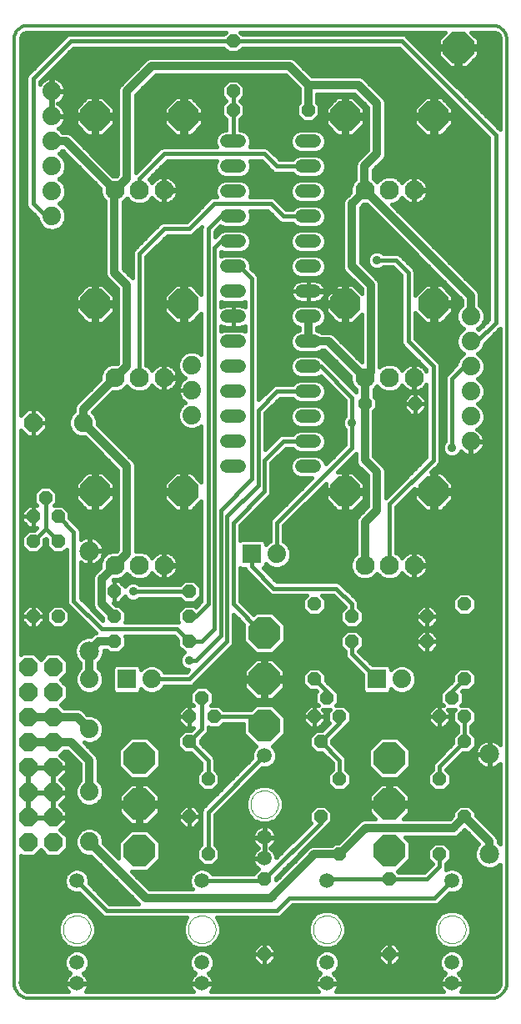
<source format=gtl>
G75*
%MOIN*%
%OFA0B0*%
%FSLAX24Y24*%
%IPPOS*%
%LPD*%
%AMOC8*
5,1,8,0,0,1.08239X$1,22.5*
%
%ADD10C,0.0120*%
%ADD11C,0.0520*%
%ADD12C,0.0740*%
%ADD13OC8,0.0520*%
%ADD14C,0.0780*%
%ADD15R,0.0740X0.0740*%
%ADD16C,0.0594*%
%ADD17C,0.0000*%
%ADD18C,0.0760*%
%ADD19OC8,0.1181*%
%ADD20OC8,0.0740*%
%ADD21OC8,0.1266*%
%ADD22C,0.0750*%
%ADD23OC8,0.0750*%
%ADD24OC8,0.1240*%
%ADD25C,0.0160*%
%ADD26C,0.0356*%
%ADD27C,0.0320*%
%ADD28C,0.0240*%
D10*
X001558Y001680D02*
X001558Y039255D01*
X001558Y039299D01*
X001562Y039342D01*
X001569Y039384D01*
X001579Y039426D01*
X001593Y039467D01*
X001611Y039507D01*
X001631Y039545D01*
X001655Y039581D01*
X001681Y039615D01*
X001711Y039647D01*
X001742Y039677D01*
X001776Y039703D01*
X001813Y039727D01*
X001851Y039747D01*
X001890Y039765D01*
X001931Y039779D01*
X001973Y039790D01*
X002015Y039797D01*
X002058Y039801D01*
X002058Y039800D02*
X020758Y039800D01*
X020800Y039796D01*
X020842Y039788D01*
X020884Y039777D01*
X020924Y039762D01*
X020962Y039745D01*
X021000Y039724D01*
X021035Y039700D01*
X021068Y039673D01*
X021099Y039644D01*
X021127Y039612D01*
X021153Y039578D01*
X021176Y039542D01*
X021195Y039504D01*
X021212Y039464D01*
X021225Y039424D01*
X021235Y039382D01*
X021241Y039340D01*
X021244Y039298D01*
X021243Y039255D01*
X021243Y001680D01*
X021244Y001681D02*
X021252Y001634D01*
X021257Y001587D01*
X021258Y001540D01*
X021256Y001493D01*
X021250Y001446D01*
X021240Y001399D01*
X021227Y001354D01*
X021211Y001309D01*
X021192Y001266D01*
X021169Y001225D01*
X021143Y001185D01*
X021115Y001148D01*
X021084Y001112D01*
X021050Y001079D01*
X021014Y001049D01*
X020975Y001021D01*
X020935Y000997D01*
X020893Y000975D01*
X020849Y000957D01*
X020804Y000942D01*
X020759Y000930D01*
X020758Y000930D02*
X002058Y000930D01*
X002012Y000941D01*
X001966Y000956D01*
X001922Y000974D01*
X001880Y000995D01*
X001839Y001019D01*
X001799Y001046D01*
X001762Y001077D01*
X001728Y001109D01*
X001696Y001145D01*
X001667Y001182D01*
X001640Y001222D01*
X001617Y001263D01*
X001597Y001306D01*
X001580Y001351D01*
X001566Y001397D01*
X001556Y001443D01*
X001549Y001490D01*
X001546Y001538D01*
X001547Y001585D01*
X001551Y001633D01*
X001558Y001680D01*
D11*
X010048Y022180D02*
X010568Y022180D01*
X010568Y023180D02*
X010048Y023180D01*
X010048Y024180D02*
X010568Y024180D01*
X010568Y025180D02*
X010048Y025180D01*
X010048Y026180D02*
X010568Y026180D01*
X010568Y027180D02*
X010048Y027180D01*
X010048Y028180D02*
X010568Y028180D01*
X010568Y029180D02*
X010048Y029180D01*
X010048Y030180D02*
X010568Y030180D01*
X010568Y031180D02*
X010048Y031180D01*
X010048Y032180D02*
X010568Y032180D01*
X010568Y033180D02*
X010048Y033180D01*
X010048Y034180D02*
X010568Y034180D01*
X010568Y035180D02*
X010048Y035180D01*
X013048Y035180D02*
X013568Y035180D01*
X013568Y034180D02*
X013048Y034180D01*
X013048Y033180D02*
X013568Y033180D01*
X013568Y032180D02*
X013048Y032180D01*
X013048Y031180D02*
X013568Y031180D01*
X013568Y030180D02*
X013048Y030180D01*
X013048Y029180D02*
X013568Y029180D01*
X013568Y028180D02*
X013048Y028180D01*
X013048Y027180D02*
X013568Y027180D01*
X013568Y026180D02*
X013048Y026180D01*
X013048Y025180D02*
X013568Y025180D01*
X013568Y024180D02*
X013048Y024180D01*
X013048Y023180D02*
X013568Y023180D01*
X013568Y022180D02*
X013048Y022180D01*
D12*
X012058Y018680D03*
X008658Y024230D03*
X008658Y025230D03*
X008658Y026230D03*
X003058Y032180D03*
X003058Y033180D03*
X003058Y034180D03*
X003058Y035180D03*
X003058Y036180D03*
X003058Y037180D03*
X019808Y028180D03*
X019808Y027180D03*
X019808Y026180D03*
X019808Y025180D03*
X019808Y024180D03*
X019808Y023180D03*
X017058Y013680D03*
X007058Y013680D03*
X004558Y013680D03*
X004558Y011680D03*
X004558Y009180D03*
X004558Y007180D03*
D13*
X008558Y008180D03*
X009308Y006680D03*
X011558Y005680D03*
X013808Y008180D03*
X014558Y006680D03*
X016558Y005680D03*
X018558Y006680D03*
X019558Y008180D03*
X018558Y009680D03*
X019558Y011180D03*
X019558Y012180D03*
X019058Y012930D03*
X018558Y012180D03*
X019558Y013680D03*
X018058Y015180D03*
X018058Y016180D03*
X019558Y016680D03*
X015058Y016180D03*
X015058Y015180D03*
X013558Y013680D03*
X014058Y012930D03*
X013558Y012180D03*
X014558Y012180D03*
X013808Y011180D03*
X014558Y009680D03*
X009558Y012180D03*
X009058Y012930D03*
X008558Y012180D03*
X008558Y011180D03*
X009308Y009680D03*
X008558Y015180D03*
X008558Y016180D03*
X008558Y017180D03*
X005558Y017180D03*
X005558Y016180D03*
X005558Y015180D03*
X003308Y016180D03*
X002308Y016180D03*
X002308Y019180D03*
X002308Y020180D03*
X002808Y020930D03*
X003308Y020180D03*
X003308Y019180D03*
X013558Y016680D03*
X015583Y024680D03*
X017583Y024680D03*
X013308Y036430D03*
X010308Y036430D03*
X010308Y037180D03*
X010308Y039180D03*
X011558Y002680D03*
X016558Y002680D03*
D14*
X020558Y006680D03*
X020558Y010680D03*
X004558Y014805D03*
X004558Y018805D03*
D15*
X006058Y013680D03*
X011058Y018680D03*
X016058Y013680D03*
D16*
X011558Y010617D03*
X011558Y007349D03*
X011558Y006515D03*
X009058Y005617D03*
X009058Y002349D03*
X009058Y001515D03*
X014058Y001515D03*
X014058Y002349D03*
X014058Y005617D03*
X019058Y005617D03*
X019058Y002349D03*
X019058Y001515D03*
X004058Y001515D03*
X004058Y002349D03*
X004058Y005617D03*
D17*
X003507Y003680D02*
X003509Y003727D01*
X003515Y003773D01*
X003525Y003819D01*
X003538Y003864D01*
X003556Y003907D01*
X003577Y003949D01*
X003601Y003989D01*
X003629Y004026D01*
X003660Y004061D01*
X003694Y004094D01*
X003730Y004123D01*
X003769Y004149D01*
X003810Y004172D01*
X003853Y004191D01*
X003897Y004207D01*
X003942Y004219D01*
X003988Y004227D01*
X004035Y004231D01*
X004081Y004231D01*
X004128Y004227D01*
X004174Y004219D01*
X004219Y004207D01*
X004263Y004191D01*
X004306Y004172D01*
X004347Y004149D01*
X004386Y004123D01*
X004422Y004094D01*
X004456Y004061D01*
X004487Y004026D01*
X004515Y003989D01*
X004539Y003949D01*
X004560Y003907D01*
X004578Y003864D01*
X004591Y003819D01*
X004601Y003773D01*
X004607Y003727D01*
X004609Y003680D01*
X004607Y003633D01*
X004601Y003587D01*
X004591Y003541D01*
X004578Y003496D01*
X004560Y003453D01*
X004539Y003411D01*
X004515Y003371D01*
X004487Y003334D01*
X004456Y003299D01*
X004422Y003266D01*
X004386Y003237D01*
X004347Y003211D01*
X004306Y003188D01*
X004263Y003169D01*
X004219Y003153D01*
X004174Y003141D01*
X004128Y003133D01*
X004081Y003129D01*
X004035Y003129D01*
X003988Y003133D01*
X003942Y003141D01*
X003897Y003153D01*
X003853Y003169D01*
X003810Y003188D01*
X003769Y003211D01*
X003730Y003237D01*
X003694Y003266D01*
X003660Y003299D01*
X003629Y003334D01*
X003601Y003371D01*
X003577Y003411D01*
X003556Y003453D01*
X003538Y003496D01*
X003525Y003541D01*
X003515Y003587D01*
X003509Y003633D01*
X003507Y003680D01*
X008507Y003680D02*
X008509Y003727D01*
X008515Y003773D01*
X008525Y003819D01*
X008538Y003864D01*
X008556Y003907D01*
X008577Y003949D01*
X008601Y003989D01*
X008629Y004026D01*
X008660Y004061D01*
X008694Y004094D01*
X008730Y004123D01*
X008769Y004149D01*
X008810Y004172D01*
X008853Y004191D01*
X008897Y004207D01*
X008942Y004219D01*
X008988Y004227D01*
X009035Y004231D01*
X009081Y004231D01*
X009128Y004227D01*
X009174Y004219D01*
X009219Y004207D01*
X009263Y004191D01*
X009306Y004172D01*
X009347Y004149D01*
X009386Y004123D01*
X009422Y004094D01*
X009456Y004061D01*
X009487Y004026D01*
X009515Y003989D01*
X009539Y003949D01*
X009560Y003907D01*
X009578Y003864D01*
X009591Y003819D01*
X009601Y003773D01*
X009607Y003727D01*
X009609Y003680D01*
X009607Y003633D01*
X009601Y003587D01*
X009591Y003541D01*
X009578Y003496D01*
X009560Y003453D01*
X009539Y003411D01*
X009515Y003371D01*
X009487Y003334D01*
X009456Y003299D01*
X009422Y003266D01*
X009386Y003237D01*
X009347Y003211D01*
X009306Y003188D01*
X009263Y003169D01*
X009219Y003153D01*
X009174Y003141D01*
X009128Y003133D01*
X009081Y003129D01*
X009035Y003129D01*
X008988Y003133D01*
X008942Y003141D01*
X008897Y003153D01*
X008853Y003169D01*
X008810Y003188D01*
X008769Y003211D01*
X008730Y003237D01*
X008694Y003266D01*
X008660Y003299D01*
X008629Y003334D01*
X008601Y003371D01*
X008577Y003411D01*
X008556Y003453D01*
X008538Y003496D01*
X008525Y003541D01*
X008515Y003587D01*
X008509Y003633D01*
X008507Y003680D01*
X011007Y008680D02*
X011009Y008727D01*
X011015Y008773D01*
X011025Y008819D01*
X011038Y008864D01*
X011056Y008907D01*
X011077Y008949D01*
X011101Y008989D01*
X011129Y009026D01*
X011160Y009061D01*
X011194Y009094D01*
X011230Y009123D01*
X011269Y009149D01*
X011310Y009172D01*
X011353Y009191D01*
X011397Y009207D01*
X011442Y009219D01*
X011488Y009227D01*
X011535Y009231D01*
X011581Y009231D01*
X011628Y009227D01*
X011674Y009219D01*
X011719Y009207D01*
X011763Y009191D01*
X011806Y009172D01*
X011847Y009149D01*
X011886Y009123D01*
X011922Y009094D01*
X011956Y009061D01*
X011987Y009026D01*
X012015Y008989D01*
X012039Y008949D01*
X012060Y008907D01*
X012078Y008864D01*
X012091Y008819D01*
X012101Y008773D01*
X012107Y008727D01*
X012109Y008680D01*
X012107Y008633D01*
X012101Y008587D01*
X012091Y008541D01*
X012078Y008496D01*
X012060Y008453D01*
X012039Y008411D01*
X012015Y008371D01*
X011987Y008334D01*
X011956Y008299D01*
X011922Y008266D01*
X011886Y008237D01*
X011847Y008211D01*
X011806Y008188D01*
X011763Y008169D01*
X011719Y008153D01*
X011674Y008141D01*
X011628Y008133D01*
X011581Y008129D01*
X011535Y008129D01*
X011488Y008133D01*
X011442Y008141D01*
X011397Y008153D01*
X011353Y008169D01*
X011310Y008188D01*
X011269Y008211D01*
X011230Y008237D01*
X011194Y008266D01*
X011160Y008299D01*
X011129Y008334D01*
X011101Y008371D01*
X011077Y008411D01*
X011056Y008453D01*
X011038Y008496D01*
X011025Y008541D01*
X011015Y008587D01*
X011009Y008633D01*
X011007Y008680D01*
X013507Y003680D02*
X013509Y003727D01*
X013515Y003773D01*
X013525Y003819D01*
X013538Y003864D01*
X013556Y003907D01*
X013577Y003949D01*
X013601Y003989D01*
X013629Y004026D01*
X013660Y004061D01*
X013694Y004094D01*
X013730Y004123D01*
X013769Y004149D01*
X013810Y004172D01*
X013853Y004191D01*
X013897Y004207D01*
X013942Y004219D01*
X013988Y004227D01*
X014035Y004231D01*
X014081Y004231D01*
X014128Y004227D01*
X014174Y004219D01*
X014219Y004207D01*
X014263Y004191D01*
X014306Y004172D01*
X014347Y004149D01*
X014386Y004123D01*
X014422Y004094D01*
X014456Y004061D01*
X014487Y004026D01*
X014515Y003989D01*
X014539Y003949D01*
X014560Y003907D01*
X014578Y003864D01*
X014591Y003819D01*
X014601Y003773D01*
X014607Y003727D01*
X014609Y003680D01*
X014607Y003633D01*
X014601Y003587D01*
X014591Y003541D01*
X014578Y003496D01*
X014560Y003453D01*
X014539Y003411D01*
X014515Y003371D01*
X014487Y003334D01*
X014456Y003299D01*
X014422Y003266D01*
X014386Y003237D01*
X014347Y003211D01*
X014306Y003188D01*
X014263Y003169D01*
X014219Y003153D01*
X014174Y003141D01*
X014128Y003133D01*
X014081Y003129D01*
X014035Y003129D01*
X013988Y003133D01*
X013942Y003141D01*
X013897Y003153D01*
X013853Y003169D01*
X013810Y003188D01*
X013769Y003211D01*
X013730Y003237D01*
X013694Y003266D01*
X013660Y003299D01*
X013629Y003334D01*
X013601Y003371D01*
X013577Y003411D01*
X013556Y003453D01*
X013538Y003496D01*
X013525Y003541D01*
X013515Y003587D01*
X013509Y003633D01*
X013507Y003680D01*
X018507Y003680D02*
X018509Y003727D01*
X018515Y003773D01*
X018525Y003819D01*
X018538Y003864D01*
X018556Y003907D01*
X018577Y003949D01*
X018601Y003989D01*
X018629Y004026D01*
X018660Y004061D01*
X018694Y004094D01*
X018730Y004123D01*
X018769Y004149D01*
X018810Y004172D01*
X018853Y004191D01*
X018897Y004207D01*
X018942Y004219D01*
X018988Y004227D01*
X019035Y004231D01*
X019081Y004231D01*
X019128Y004227D01*
X019174Y004219D01*
X019219Y004207D01*
X019263Y004191D01*
X019306Y004172D01*
X019347Y004149D01*
X019386Y004123D01*
X019422Y004094D01*
X019456Y004061D01*
X019487Y004026D01*
X019515Y003989D01*
X019539Y003949D01*
X019560Y003907D01*
X019578Y003864D01*
X019591Y003819D01*
X019601Y003773D01*
X019607Y003727D01*
X019609Y003680D01*
X019607Y003633D01*
X019601Y003587D01*
X019591Y003541D01*
X019578Y003496D01*
X019560Y003453D01*
X019539Y003411D01*
X019515Y003371D01*
X019487Y003334D01*
X019456Y003299D01*
X019422Y003266D01*
X019386Y003237D01*
X019347Y003211D01*
X019306Y003188D01*
X019263Y003169D01*
X019219Y003153D01*
X019174Y003141D01*
X019128Y003133D01*
X019081Y003129D01*
X019035Y003129D01*
X018988Y003133D01*
X018942Y003141D01*
X018897Y003153D01*
X018853Y003169D01*
X018810Y003188D01*
X018769Y003211D01*
X018730Y003237D01*
X018694Y003266D01*
X018660Y003299D01*
X018629Y003334D01*
X018601Y003371D01*
X018577Y003411D01*
X018556Y003453D01*
X018538Y003496D01*
X018525Y003541D01*
X018515Y003587D01*
X018509Y003633D01*
X018507Y003680D01*
D18*
X017542Y018227D03*
X016558Y018227D03*
X015574Y018227D03*
X015574Y025727D03*
X016558Y025727D03*
X017542Y025727D03*
X017542Y033227D03*
X016558Y033227D03*
X015574Y033227D03*
X007542Y033227D03*
X006558Y033227D03*
X005574Y033227D03*
X005574Y025727D03*
X006558Y025727D03*
X007542Y025727D03*
X007542Y018227D03*
X006558Y018227D03*
X005574Y018227D03*
D19*
X004787Y021180D03*
X008330Y021180D03*
X014787Y021180D03*
X018330Y021180D03*
X018330Y028680D03*
X014787Y028680D03*
X008330Y028680D03*
X004787Y028680D03*
X004787Y036180D03*
X008330Y036180D03*
X014787Y036180D03*
X018330Y036180D03*
D20*
X003108Y014155D03*
X002108Y014155D03*
X002108Y013155D03*
X003108Y013155D03*
X003108Y012155D03*
X002108Y012155D03*
X002108Y011155D03*
X002108Y010155D03*
X002108Y009155D03*
X003108Y009155D03*
X003108Y010155D03*
X003108Y011155D03*
X003108Y008155D03*
X002108Y008155D03*
X002108Y007155D03*
X003108Y007155D03*
D21*
X006558Y006830D03*
X006558Y008680D03*
X006558Y010530D03*
X011558Y011830D03*
X011558Y013680D03*
X011558Y015530D03*
X016558Y010530D03*
X016558Y008680D03*
X016558Y006830D03*
D22*
X004308Y023930D03*
D23*
X002308Y023930D03*
D24*
X019308Y038930D03*
D25*
X019228Y038903D02*
X017731Y038903D01*
X017573Y039062D02*
X018508Y039062D01*
X018508Y039010D02*
X019228Y039010D01*
X019228Y038850D01*
X018508Y038850D01*
X018508Y038599D01*
X018977Y038130D01*
X019228Y038130D01*
X019228Y038850D01*
X019388Y038850D01*
X019388Y038130D01*
X019640Y038130D01*
X020108Y038599D01*
X020108Y038850D01*
X019388Y038850D01*
X019388Y039010D01*
X020108Y039010D01*
X020108Y039261D01*
X019830Y039540D01*
X020746Y039540D01*
X020793Y039533D01*
X020883Y039489D01*
X020949Y039415D01*
X020982Y039320D01*
X020983Y039281D01*
X020983Y039263D01*
X020981Y039218D01*
X020983Y039211D01*
X020983Y035651D01*
X017296Y039339D01*
X017217Y039417D01*
X017114Y039460D01*
X010679Y039460D01*
X010599Y039540D01*
X018787Y039540D01*
X018508Y039261D01*
X018508Y039010D01*
X018508Y039220D02*
X017414Y039220D01*
X017256Y039379D02*
X018625Y039379D01*
X018784Y039537D02*
X010602Y039537D01*
X010308Y039180D02*
X003808Y039180D01*
X002308Y037680D01*
X002308Y032680D01*
X002808Y032180D01*
X003058Y032180D01*
X002662Y031771D02*
X001818Y031771D01*
X001818Y031929D02*
X002545Y031929D01*
X002575Y031857D02*
X002735Y031697D01*
X002945Y031610D01*
X003172Y031610D01*
X003381Y031697D01*
X003541Y031857D01*
X003628Y032067D01*
X003628Y032293D01*
X003541Y032503D01*
X003381Y032663D01*
X003341Y032680D01*
X003381Y032697D01*
X003541Y032857D01*
X003628Y033067D01*
X003628Y033293D01*
X003541Y033503D01*
X003381Y033663D01*
X003341Y033680D01*
X003381Y033697D01*
X003541Y033857D01*
X003628Y034067D01*
X003628Y034293D01*
X003541Y034503D01*
X003381Y034663D01*
X003341Y034680D01*
X003381Y034697D01*
X003488Y034804D01*
X004994Y033298D01*
X004994Y033112D01*
X005082Y032899D01*
X005198Y032783D01*
X005198Y029858D01*
X005253Y029726D01*
X005354Y029625D01*
X005698Y029281D01*
X005698Y026329D01*
X005676Y026307D01*
X005459Y026307D01*
X005245Y026219D01*
X005082Y026056D01*
X004994Y025843D01*
X004994Y025656D01*
X004003Y024665D01*
X003948Y024533D01*
X003948Y024383D01*
X003821Y024256D01*
X003733Y024044D01*
X003733Y023816D01*
X003821Y023604D01*
X003983Y023443D01*
X004194Y023355D01*
X004374Y023355D01*
X005698Y022031D01*
X005698Y018861D01*
X005645Y018807D01*
X005459Y018807D01*
X005245Y018719D01*
X005082Y018556D01*
X004994Y018343D01*
X004994Y018125D01*
X004753Y017884D01*
X004698Y017752D01*
X004698Y016608D01*
X004753Y016476D01*
X004854Y016375D01*
X005098Y016131D01*
X005098Y016036D01*
X004213Y016921D01*
X004213Y018351D01*
X004259Y018317D01*
X004339Y018277D01*
X004425Y018249D01*
X004513Y018235D01*
X004540Y018235D01*
X004540Y018787D01*
X004577Y018787D01*
X004577Y018823D01*
X005128Y018823D01*
X005128Y018850D01*
X005114Y018938D01*
X005086Y019024D01*
X005046Y019104D01*
X004993Y019176D01*
X004930Y019240D01*
X004857Y019293D01*
X004777Y019333D01*
X004692Y019361D01*
X004603Y019375D01*
X004577Y019375D01*
X004577Y018823D01*
X004540Y018823D01*
X004540Y019375D01*
X004513Y019375D01*
X004425Y019361D01*
X004339Y019333D01*
X004259Y019293D01*
X004213Y019259D01*
X004213Y019611D01*
X004171Y019714D01*
X004092Y019792D01*
X003768Y020116D01*
X003768Y020371D01*
X003499Y020640D01*
X003169Y020640D01*
X003268Y020739D01*
X003268Y021121D01*
X002999Y021390D01*
X002618Y021390D01*
X002348Y021121D01*
X002348Y020739D01*
X002468Y020620D01*
X002308Y020620D01*
X002126Y020620D01*
X001868Y020362D01*
X001868Y020180D01*
X001868Y019998D01*
X002126Y019740D01*
X002308Y019740D01*
X002308Y020180D01*
X001868Y020180D01*
X002308Y020180D01*
X002308Y020180D01*
X002308Y020180D01*
X002308Y020620D01*
X002308Y020180D01*
X002308Y020180D01*
X002308Y019740D01*
X002472Y019740D01*
X002372Y019640D01*
X002118Y019640D01*
X001848Y019371D01*
X001848Y018989D01*
X002118Y018720D01*
X002499Y018720D01*
X002768Y018989D01*
X002768Y019244D01*
X002808Y019284D01*
X002848Y019244D01*
X002848Y018989D01*
X003118Y018720D01*
X003499Y018720D01*
X003653Y018874D01*
X003653Y016749D01*
X003696Y016646D01*
X003775Y016568D01*
X004820Y015523D01*
X004729Y015485D01*
X004639Y015395D01*
X004441Y015395D01*
X004224Y015305D01*
X004058Y015139D01*
X003968Y014922D01*
X003968Y014688D01*
X004058Y014471D01*
X004198Y014331D01*
X004198Y014126D01*
X004075Y014003D01*
X003988Y013793D01*
X003988Y013567D01*
X004075Y013357D01*
X004235Y013197D01*
X004445Y013110D01*
X004672Y013110D01*
X004881Y013197D01*
X005041Y013357D01*
X005128Y013567D01*
X005128Y013793D01*
X005041Y014003D01*
X004918Y014126D01*
X004918Y014331D01*
X005058Y014471D01*
X005148Y014688D01*
X005148Y014820D01*
X005268Y014820D01*
X005368Y014720D01*
X005749Y014720D01*
X006018Y014989D01*
X006018Y015371D01*
X005989Y015400D01*
X007942Y015400D01*
X008098Y015244D01*
X008098Y014989D01*
X008341Y014747D01*
X008238Y014644D01*
X008180Y014505D01*
X008180Y014355D01*
X008238Y014216D01*
X008344Y014109D01*
X008483Y014052D01*
X008534Y014052D01*
X008442Y013960D01*
X007559Y013960D01*
X007541Y014003D01*
X007381Y014163D01*
X007172Y014250D01*
X006945Y014250D01*
X006735Y014163D01*
X006628Y014056D01*
X006628Y014133D01*
X006511Y014250D01*
X005605Y014250D01*
X005488Y014133D01*
X005488Y013227D01*
X005605Y013110D01*
X006511Y013110D01*
X006628Y013227D01*
X006628Y013304D01*
X006735Y013197D01*
X006945Y013110D01*
X007172Y013110D01*
X007381Y013197D01*
X007541Y013357D01*
X007559Y013400D01*
X008614Y013400D01*
X008717Y013443D01*
X008796Y013521D01*
X010296Y015021D01*
X010338Y015124D01*
X010338Y016254D01*
X010725Y015867D01*
X010725Y015185D01*
X011213Y014697D01*
X011903Y014697D01*
X012391Y015185D01*
X012391Y015875D01*
X011903Y016363D01*
X011213Y016363D01*
X011117Y016267D01*
X010588Y016796D01*
X010588Y018127D01*
X010605Y018110D01*
X010784Y018110D01*
X010821Y018021D01*
X011696Y017146D01*
X011775Y017068D01*
X011878Y017025D01*
X013253Y017025D01*
X013098Y016871D01*
X013098Y016489D01*
X013368Y016220D01*
X013749Y016220D01*
X014018Y016489D01*
X014018Y016871D01*
X013864Y017025D01*
X014317Y017025D01*
X014778Y016564D01*
X014778Y016551D01*
X014598Y016371D01*
X014598Y015989D01*
X014868Y015720D01*
X015249Y015720D01*
X015518Y015989D01*
X015518Y016371D01*
X015338Y016551D01*
X015338Y016736D01*
X015296Y016839D01*
X015217Y016917D01*
X014592Y017542D01*
X014489Y017585D01*
X012049Y017585D01*
X011518Y018117D01*
X011628Y018227D01*
X011628Y018304D01*
X011735Y018197D01*
X011945Y018110D01*
X012172Y018110D01*
X012381Y018197D01*
X012541Y018357D01*
X012628Y018567D01*
X012628Y018793D01*
X012541Y019003D01*
X012381Y019163D01*
X012338Y019181D01*
X012338Y019814D01*
X014016Y021492D01*
X014016Y021260D01*
X014707Y021260D01*
X014707Y021951D01*
X014475Y021951D01*
X015214Y022690D01*
X015214Y022374D01*
X015269Y022242D01*
X015698Y021812D01*
X015698Y020579D01*
X015269Y020150D01*
X015214Y020017D01*
X015214Y018687D01*
X015082Y018556D01*
X014994Y018343D01*
X014994Y018112D01*
X015082Y017899D01*
X015245Y017736D01*
X015459Y017647D01*
X015689Y017647D01*
X015903Y017736D01*
X016066Y017899D01*
X016066Y017900D01*
X016067Y017899D01*
X016230Y017736D01*
X016443Y017647D01*
X016674Y017647D01*
X016887Y017736D01*
X017050Y017899D01*
X017064Y017933D01*
X017115Y017862D01*
X017178Y017800D01*
X017249Y017748D01*
X017328Y017708D01*
X017411Y017681D01*
X017498Y017667D01*
X017524Y017667D01*
X017524Y018209D01*
X017561Y018209D01*
X017561Y018246D01*
X017524Y018246D01*
X017524Y018787D01*
X017498Y018787D01*
X017411Y018773D01*
X017328Y018746D01*
X017249Y018706D01*
X017178Y018654D01*
X017115Y018592D01*
X017064Y018522D01*
X017050Y018556D01*
X016887Y018719D01*
X016838Y018739D01*
X016838Y020564D01*
X017559Y021285D01*
X017559Y021260D01*
X018250Y021260D01*
X018250Y021951D01*
X018225Y021951D01*
X018546Y022271D01*
X018588Y022374D01*
X018588Y026236D01*
X018546Y026339D01*
X018467Y026417D01*
X017588Y027296D01*
X017588Y028332D01*
X018011Y027909D01*
X018250Y027909D01*
X018250Y028600D01*
X018410Y028600D01*
X018410Y028760D01*
X019100Y028760D01*
X019100Y028999D01*
X018649Y029451D01*
X018410Y029451D01*
X018410Y028760D01*
X018250Y028760D01*
X018250Y029451D01*
X018011Y029451D01*
X017588Y029028D01*
X017588Y029986D01*
X017546Y030089D01*
X017046Y030589D01*
X016967Y030667D01*
X016864Y030710D01*
X016313Y030710D01*
X016272Y030751D01*
X016133Y030808D01*
X015983Y030808D01*
X015844Y030751D01*
X015738Y030644D01*
X015680Y030505D01*
X015680Y030355D01*
X015738Y030216D01*
X015844Y030109D01*
X015983Y030052D01*
X016133Y030052D01*
X016272Y030109D01*
X016313Y030150D01*
X016692Y030150D01*
X017028Y029814D01*
X017028Y027124D01*
X017071Y027021D01*
X018028Y026064D01*
X018028Y026007D01*
X018021Y026021D01*
X017970Y026092D01*
X017907Y026154D01*
X017836Y026206D01*
X017757Y026246D01*
X017674Y026273D01*
X017587Y026287D01*
X017561Y026287D01*
X017561Y025746D01*
X017524Y025746D01*
X017524Y026287D01*
X017498Y026287D01*
X017411Y026273D01*
X017328Y026246D01*
X017249Y026206D01*
X017178Y026154D01*
X017115Y026092D01*
X017064Y026022D01*
X017050Y026056D01*
X016887Y026219D01*
X016674Y026307D01*
X016443Y026307D01*
X016230Y026219D01*
X016168Y026157D01*
X016168Y029502D01*
X016113Y029634D01*
X016012Y029735D01*
X015418Y030329D01*
X015418Y032531D01*
X015535Y032647D01*
X015645Y032647D01*
X019448Y028844D01*
X019448Y028626D01*
X019325Y028503D01*
X019238Y028293D01*
X019238Y028067D01*
X019325Y027857D01*
X019485Y027697D01*
X019526Y027680D01*
X019485Y027663D01*
X019325Y027503D01*
X019238Y027293D01*
X019238Y027067D01*
X019325Y026857D01*
X018027Y026857D01*
X017869Y027016D02*
X019259Y027016D01*
X019238Y027174D02*
X017710Y027174D01*
X017588Y027333D02*
X019254Y027333D01*
X019320Y027491D02*
X017588Y027491D01*
X017588Y027650D02*
X019472Y027650D01*
X019374Y027808D02*
X017588Y027808D01*
X017588Y027967D02*
X017954Y027967D01*
X017795Y028125D02*
X017588Y028125D01*
X017588Y028284D02*
X017637Y028284D01*
X017028Y028284D02*
X016168Y028284D01*
X016168Y028442D02*
X017028Y028442D01*
X017028Y028601D02*
X016168Y028601D01*
X016168Y028759D02*
X017028Y028759D01*
X017028Y028918D02*
X016168Y028918D01*
X016168Y029076D02*
X017028Y029076D01*
X017028Y029235D02*
X016168Y029235D01*
X016168Y029393D02*
X017028Y029393D01*
X017028Y029552D02*
X016148Y029552D01*
X016037Y029710D02*
X017028Y029710D01*
X016974Y029869D02*
X015879Y029869D01*
X015720Y030027D02*
X016815Y030027D01*
X016808Y030430D02*
X016058Y030430D01*
X015768Y030186D02*
X015562Y030186D01*
X015685Y030344D02*
X015418Y030344D01*
X015418Y030503D02*
X015680Y030503D01*
X015755Y030661D02*
X015418Y030661D01*
X015418Y030820D02*
X017473Y030820D01*
X017314Y030978D02*
X015418Y030978D01*
X015418Y031137D02*
X017156Y031137D01*
X016997Y031295D02*
X015418Y031295D01*
X015418Y031454D02*
X016839Y031454D01*
X016680Y031612D02*
X015418Y031612D01*
X015418Y031771D02*
X016522Y031771D01*
X016363Y031929D02*
X015418Y031929D01*
X015418Y032088D02*
X016205Y032088D01*
X016046Y032246D02*
X015418Y032246D01*
X015418Y032405D02*
X015888Y032405D01*
X015729Y032563D02*
X015450Y032563D01*
X014994Y033125D02*
X014854Y032985D01*
X014753Y032884D01*
X014698Y032752D01*
X014698Y030108D01*
X014753Y029976D01*
X015448Y029281D01*
X015448Y029108D01*
X015106Y029451D01*
X014867Y029451D01*
X014867Y028760D01*
X014707Y028760D01*
X014707Y029451D01*
X014467Y029451D01*
X014016Y028999D01*
X014016Y028760D01*
X014707Y028760D01*
X014707Y028600D01*
X014867Y028600D01*
X014867Y027909D01*
X015106Y027909D01*
X015448Y028252D01*
X015448Y026362D01*
X014325Y027485D01*
X014193Y027540D01*
X013859Y027540D01*
X013829Y027570D01*
X013668Y027636D01*
X013668Y027724D01*
X013829Y027790D01*
X013958Y027919D01*
X014028Y028088D01*
X014028Y028271D01*
X013958Y028441D01*
X013829Y028570D01*
X013660Y028640D01*
X012957Y028640D01*
X012788Y028570D01*
X012658Y028441D01*
X012588Y028271D01*
X012588Y028088D01*
X012658Y027919D01*
X012788Y027790D01*
X012948Y027724D01*
X012948Y027636D01*
X012788Y027570D01*
X012658Y027441D01*
X012588Y027271D01*
X012588Y027088D01*
X012658Y026919D01*
X012788Y026790D01*
X012957Y026720D01*
X013660Y026720D01*
X013829Y026790D01*
X013859Y026820D01*
X013972Y026820D01*
X014994Y025798D01*
X014994Y025612D01*
X015082Y025399D01*
X015223Y025258D01*
X015223Y025161D01*
X014046Y026339D01*
X013969Y026416D01*
X013958Y026441D01*
X013829Y026570D01*
X013660Y026640D01*
X012957Y026640D01*
X012788Y026570D01*
X012658Y026441D01*
X012588Y026271D01*
X012588Y026088D01*
X012658Y025919D01*
X012788Y025790D01*
X012957Y025720D01*
X013660Y025720D01*
X013810Y025782D01*
X014778Y024814D01*
X014778Y024185D01*
X014738Y024144D01*
X014680Y024005D01*
X014680Y023855D01*
X014738Y023716D01*
X014778Y023675D01*
X014778Y023046D01*
X014021Y022289D01*
X013958Y022441D01*
X013829Y022570D01*
X013660Y022640D01*
X012957Y022640D01*
X012788Y022570D01*
X012658Y022441D01*
X012588Y022271D01*
X012588Y022088D01*
X012658Y021919D01*
X012788Y021790D01*
X012957Y021720D01*
X013452Y021720D01*
X011900Y020167D01*
X011821Y020089D01*
X011778Y019986D01*
X011778Y019181D01*
X011735Y019163D01*
X011628Y019056D01*
X011628Y019133D01*
X011511Y019250D01*
X010605Y019250D01*
X010588Y019233D01*
X010588Y019814D01*
X011796Y021021D01*
X011838Y021124D01*
X011838Y022314D01*
X012424Y022900D01*
X012678Y022900D01*
X012788Y022790D01*
X012957Y022720D01*
X013660Y022720D01*
X013829Y022790D01*
X013958Y022919D01*
X014028Y023088D01*
X014028Y023271D01*
X013958Y023441D01*
X013829Y023570D01*
X013660Y023640D01*
X012957Y023640D01*
X012788Y023570D01*
X012678Y023460D01*
X012253Y023460D01*
X012150Y023417D01*
X011588Y022856D01*
X011588Y024314D01*
X012174Y024900D01*
X012678Y024900D01*
X012788Y024790D01*
X012957Y024720D01*
X013660Y024720D01*
X013829Y024790D01*
X013958Y024919D01*
X014028Y025088D01*
X014028Y025271D01*
X013958Y025441D01*
X013829Y025570D01*
X013660Y025640D01*
X012957Y025640D01*
X012788Y025570D01*
X012678Y025460D01*
X012003Y025460D01*
X011900Y025417D01*
X011821Y025339D01*
X011338Y024856D01*
X011338Y029736D01*
X011296Y029839D01*
X011217Y029917D01*
X011028Y030106D01*
X011028Y030271D01*
X010958Y030441D01*
X010829Y030570D01*
X010660Y030640D01*
X009957Y030640D01*
X009838Y030591D01*
X009838Y030769D01*
X009957Y030720D01*
X010660Y030720D01*
X010829Y030790D01*
X010958Y030919D01*
X011028Y031088D01*
X011028Y031271D01*
X010958Y031441D01*
X010829Y031570D01*
X010660Y031640D01*
X009957Y031640D01*
X009788Y031570D01*
X009658Y031441D01*
X009648Y031416D01*
X009588Y031356D01*
X009588Y031564D01*
X009806Y031782D01*
X009957Y031720D01*
X010660Y031720D01*
X010829Y031790D01*
X010958Y031919D01*
X011028Y032088D01*
X012005Y032088D01*
X012150Y031943D02*
X012253Y031900D01*
X012678Y031900D01*
X012788Y031790D01*
X012957Y031720D01*
X013660Y031720D01*
X013829Y031790D01*
X013958Y031919D01*
X014028Y032088D01*
X014698Y032088D01*
X014698Y032246D02*
X014028Y032246D01*
X014028Y032271D02*
X013958Y032441D01*
X013829Y032570D01*
X013660Y032640D01*
X012957Y032640D01*
X012788Y032570D01*
X012678Y032460D01*
X012424Y032460D01*
X012046Y032839D01*
X011967Y032917D01*
X011864Y032960D01*
X010975Y032960D01*
X011028Y033088D01*
X011028Y033271D01*
X010958Y033441D01*
X010829Y033570D01*
X010660Y033640D01*
X009957Y033640D01*
X009788Y033570D01*
X009658Y033441D01*
X009588Y033271D01*
X009588Y033088D01*
X009641Y032960D01*
X009503Y032960D01*
X009400Y032917D01*
X008442Y031960D01*
X007503Y031960D01*
X007400Y031917D01*
X006400Y030917D01*
X006321Y030839D01*
X006278Y030736D01*
X006278Y029719D01*
X005918Y030079D01*
X005918Y032751D01*
X006066Y032899D01*
X006066Y032900D01*
X006067Y032899D01*
X006230Y032736D01*
X006443Y032647D01*
X006674Y032647D01*
X006887Y032736D01*
X007050Y032899D01*
X007064Y032933D01*
X007115Y032862D01*
X007178Y032800D01*
X007249Y032748D01*
X007328Y032708D01*
X007411Y032681D01*
X007498Y032667D01*
X007524Y032667D01*
X007524Y033209D01*
X007561Y033209D01*
X007561Y033246D01*
X007524Y033246D01*
X007524Y033787D01*
X007498Y033787D01*
X007411Y033773D01*
X007328Y033746D01*
X007249Y033706D01*
X007178Y033654D01*
X007115Y033592D01*
X007064Y033522D01*
X007050Y033556D01*
X006940Y033666D01*
X007674Y034400D01*
X009641Y034400D01*
X009588Y034271D01*
X009588Y034088D01*
X009658Y033919D01*
X009788Y033790D01*
X009957Y033720D01*
X010660Y033720D01*
X010829Y033790D01*
X010958Y033919D01*
X011028Y034088D01*
X011028Y034271D01*
X010975Y034400D01*
X011442Y034400D01*
X011900Y033943D01*
X012003Y033900D01*
X012678Y033900D01*
X012788Y033790D01*
X012957Y033720D01*
X013660Y033720D01*
X013829Y033790D01*
X013958Y033919D01*
X014028Y034088D01*
X014028Y034271D01*
X013958Y034441D01*
X013829Y034570D01*
X013660Y034640D01*
X012957Y034640D01*
X012788Y034570D01*
X012678Y034460D01*
X012174Y034460D01*
X011796Y034839D01*
X011717Y034917D01*
X011614Y034960D01*
X010975Y034960D01*
X011028Y035088D01*
X011028Y035271D01*
X010958Y035441D01*
X010829Y035570D01*
X010660Y035640D01*
X010588Y035640D01*
X010588Y036059D01*
X010768Y036239D01*
X010768Y036621D01*
X010588Y036801D01*
X010588Y036809D01*
X010768Y036989D01*
X010768Y037371D01*
X010499Y037640D01*
X010118Y037640D01*
X009848Y037371D01*
X009848Y036989D01*
X010028Y036809D01*
X010028Y036801D01*
X009848Y036621D01*
X009848Y036239D01*
X010028Y036059D01*
X010028Y035640D01*
X009957Y035640D01*
X009788Y035570D01*
X009658Y035441D01*
X009588Y035271D01*
X009588Y035088D01*
X009641Y034960D01*
X007503Y034960D01*
X007400Y034917D01*
X006418Y033936D01*
X006418Y037031D01*
X007207Y037820D01*
X012409Y037820D01*
X012948Y037281D01*
X012948Y036721D01*
X012848Y036621D01*
X012848Y036239D01*
X013118Y035970D01*
X013499Y035970D01*
X013768Y036239D01*
X013768Y036621D01*
X013668Y036721D01*
X013668Y037070D01*
X015159Y037070D01*
X015698Y036531D01*
X015698Y034829D01*
X015253Y034384D01*
X015198Y034252D01*
X015198Y033672D01*
X015082Y033556D01*
X014994Y033343D01*
X014994Y033125D01*
X014994Y033197D02*
X014028Y033197D01*
X014028Y033271D02*
X013958Y033441D01*
X013829Y033570D01*
X013660Y033640D01*
X012957Y033640D01*
X012788Y033570D01*
X012658Y033441D01*
X012588Y033271D01*
X012588Y033088D01*
X012658Y032919D01*
X012788Y032790D01*
X012957Y032720D01*
X013660Y032720D01*
X013829Y032790D01*
X013958Y032919D01*
X014028Y033088D01*
X014028Y033271D01*
X013993Y033356D02*
X014999Y033356D01*
X015065Y033514D02*
X013885Y033514D01*
X013870Y033831D02*
X015198Y033831D01*
X015198Y033673D02*
X007882Y033673D01*
X007907Y033654D02*
X007836Y033706D01*
X007757Y033746D01*
X007674Y033773D01*
X007587Y033787D01*
X007561Y033787D01*
X007561Y033246D01*
X008102Y033246D01*
X008102Y033271D01*
X008089Y033358D01*
X008061Y033442D01*
X008021Y033521D01*
X007970Y033592D01*
X007907Y033654D01*
X008025Y033514D02*
X009732Y033514D01*
X009623Y033356D02*
X008089Y033356D01*
X008102Y033209D02*
X007561Y033209D01*
X007561Y032667D01*
X007587Y032667D01*
X007674Y032681D01*
X007757Y032708D01*
X007836Y032748D01*
X007907Y032800D01*
X007970Y032862D01*
X008021Y032934D01*
X008061Y033012D01*
X008089Y033096D01*
X008102Y033183D01*
X008102Y033209D01*
X008102Y033197D02*
X009588Y033197D01*
X009609Y033039D02*
X008070Y033039D01*
X007982Y032880D02*
X009362Y032880D01*
X009204Y032722D02*
X007784Y032722D01*
X007561Y032722D02*
X007524Y032722D01*
X007524Y032880D02*
X007561Y032880D01*
X007561Y033039D02*
X007524Y033039D01*
X007524Y033197D02*
X007561Y033197D01*
X007561Y033356D02*
X007524Y033356D01*
X007524Y033514D02*
X007561Y033514D01*
X007561Y033673D02*
X007524Y033673D01*
X007203Y033673D02*
X006947Y033673D01*
X007105Y033831D02*
X009747Y033831D01*
X009629Y033990D02*
X007264Y033990D01*
X007422Y034148D02*
X009588Y034148D01*
X009603Y034307D02*
X007581Y034307D01*
X007558Y034680D02*
X006558Y033680D01*
X006558Y033227D01*
X006263Y032722D02*
X005918Y032722D01*
X005918Y032563D02*
X009045Y032563D01*
X008887Y032405D02*
X005918Y032405D01*
X005918Y032246D02*
X008728Y032246D01*
X008570Y032088D02*
X005918Y032088D01*
X005918Y031929D02*
X007428Y031929D01*
X007253Y031771D02*
X005918Y031771D01*
X005918Y031612D02*
X007094Y031612D01*
X006936Y031454D02*
X005918Y031454D01*
X005918Y031295D02*
X006777Y031295D01*
X006619Y031137D02*
X005918Y031137D01*
X005918Y030978D02*
X006460Y030978D01*
X006313Y030820D02*
X005918Y030820D01*
X005918Y030661D02*
X006278Y030661D01*
X006278Y030503D02*
X005918Y030503D01*
X005918Y030344D02*
X006278Y030344D01*
X006278Y030186D02*
X005918Y030186D01*
X005970Y030027D02*
X006278Y030027D01*
X006278Y029869D02*
X006129Y029869D01*
X005586Y029393D02*
X005163Y029393D01*
X005106Y029451D02*
X004867Y029451D01*
X004867Y028760D01*
X005557Y028760D01*
X005557Y028999D01*
X005106Y029451D01*
X004867Y029393D02*
X004707Y029393D01*
X004707Y029451D02*
X004467Y029451D01*
X004016Y028999D01*
X004016Y028760D01*
X004707Y028760D01*
X004707Y029451D01*
X004707Y029235D02*
X004867Y029235D01*
X004867Y029076D02*
X004707Y029076D01*
X004707Y028918D02*
X004867Y028918D01*
X004867Y028760D02*
X004707Y028760D01*
X004707Y028600D01*
X004867Y028600D01*
X004867Y028760D01*
X004867Y028759D02*
X005698Y028759D01*
X005698Y028601D02*
X004867Y028601D01*
X004867Y028600D02*
X005557Y028600D01*
X005557Y028361D01*
X005106Y027909D01*
X004867Y027909D01*
X004867Y028600D01*
X004867Y028442D02*
X004707Y028442D01*
X004707Y028600D02*
X004707Y027909D01*
X004467Y027909D01*
X004016Y028361D01*
X004016Y028600D01*
X004707Y028600D01*
X004707Y028601D02*
X001818Y028601D01*
X001818Y028759D02*
X004707Y028759D01*
X004707Y028284D02*
X004867Y028284D01*
X004867Y028125D02*
X004707Y028125D01*
X004707Y027967D02*
X004867Y027967D01*
X005163Y027967D02*
X005698Y027967D01*
X005698Y028125D02*
X005321Y028125D01*
X005480Y028284D02*
X005698Y028284D01*
X005698Y028442D02*
X005557Y028442D01*
X005557Y028918D02*
X005698Y028918D01*
X005698Y029076D02*
X005480Y029076D01*
X005322Y029235D02*
X005698Y029235D01*
X005428Y029552D02*
X001818Y029552D01*
X001818Y029710D02*
X005269Y029710D01*
X005198Y029869D02*
X001818Y029869D01*
X001818Y030027D02*
X005198Y030027D01*
X005198Y030186D02*
X001818Y030186D01*
X001818Y030344D02*
X005198Y030344D01*
X005198Y030503D02*
X001818Y030503D01*
X001818Y030661D02*
X005198Y030661D01*
X005198Y030820D02*
X001818Y030820D01*
X001818Y030978D02*
X005198Y030978D01*
X005198Y031137D02*
X001818Y031137D01*
X001818Y031295D02*
X005198Y031295D01*
X005198Y031454D02*
X001818Y031454D01*
X001818Y031612D02*
X002940Y031612D01*
X003177Y031612D02*
X005198Y031612D01*
X005198Y031771D02*
X003455Y031771D01*
X003571Y031929D02*
X005198Y031929D01*
X005198Y032088D02*
X003628Y032088D01*
X003628Y032246D02*
X005198Y032246D01*
X005198Y032405D02*
X003582Y032405D01*
X003481Y032563D02*
X005198Y032563D01*
X005198Y032722D02*
X003406Y032722D01*
X003551Y032880D02*
X005101Y032880D01*
X005024Y033039D02*
X003617Y033039D01*
X003628Y033197D02*
X004994Y033197D01*
X004937Y033356D02*
X003602Y033356D01*
X003530Y033514D02*
X004778Y033514D01*
X004620Y033673D02*
X003359Y033673D01*
X003515Y033831D02*
X004461Y033831D01*
X004303Y033990D02*
X003596Y033990D01*
X003628Y034148D02*
X004144Y034148D01*
X003986Y034307D02*
X003623Y034307D01*
X003557Y034465D02*
X003827Y034465D01*
X003669Y034624D02*
X003421Y034624D01*
X003466Y034782D02*
X003510Y034782D01*
X004053Y035258D02*
X005698Y035258D01*
X005698Y035416D02*
X005112Y035416D01*
X005106Y035409D02*
X005557Y035861D01*
X005557Y036100D01*
X004867Y036100D01*
X004867Y036260D01*
X005557Y036260D01*
X005557Y036499D01*
X005106Y036951D01*
X004867Y036951D01*
X004867Y036260D01*
X004707Y036260D01*
X004707Y036951D01*
X004467Y036951D01*
X004016Y036499D01*
X004016Y036260D01*
X004707Y036260D01*
X004707Y036100D01*
X004867Y036100D01*
X004867Y035409D01*
X005106Y035409D01*
X005271Y035575D02*
X005698Y035575D01*
X005698Y035733D02*
X005429Y035733D01*
X005557Y035892D02*
X005698Y035892D01*
X005698Y036050D02*
X005557Y036050D01*
X005698Y036209D02*
X004867Y036209D01*
X004867Y036367D02*
X004707Y036367D01*
X004707Y036209D02*
X003608Y036209D01*
X003608Y036200D02*
X003608Y036223D01*
X003595Y036309D01*
X003568Y036391D01*
X003529Y036468D01*
X003478Y036538D01*
X003417Y036600D01*
X003347Y036650D01*
X003288Y036680D01*
X003347Y036710D01*
X003417Y036760D01*
X003478Y036822D01*
X003529Y036892D01*
X003568Y036969D01*
X003595Y037051D01*
X003608Y037137D01*
X003608Y037160D01*
X003078Y037160D01*
X003078Y036200D01*
X003038Y036200D01*
X003038Y036730D01*
X003038Y037160D01*
X003078Y037160D01*
X003078Y037200D01*
X003038Y037200D01*
X003038Y037730D01*
X003015Y037730D01*
X002929Y037716D01*
X002847Y037690D01*
X002770Y037650D01*
X002700Y037600D01*
X002639Y037538D01*
X002588Y037469D01*
X002588Y037564D01*
X003924Y038900D01*
X009938Y038900D01*
X010118Y038720D01*
X010499Y038720D01*
X010679Y038900D01*
X016942Y038900D01*
X020528Y035314D01*
X020528Y028046D01*
X020138Y027656D01*
X020131Y027663D01*
X020091Y027680D01*
X020131Y027697D01*
X020291Y027857D01*
X020378Y028067D01*
X020378Y028293D01*
X020291Y028503D01*
X020168Y028626D01*
X020168Y029065D01*
X020113Y029197D01*
X016663Y032647D01*
X016674Y032647D01*
X016887Y032736D01*
X017050Y032899D01*
X017064Y032933D01*
X017115Y032862D01*
X017178Y032800D01*
X017249Y032748D01*
X017328Y032708D01*
X017411Y032681D01*
X017498Y032667D01*
X017524Y032667D01*
X017524Y033209D01*
X017561Y033209D01*
X017561Y033246D01*
X017524Y033246D01*
X017524Y033787D01*
X017498Y033787D01*
X017411Y033773D01*
X017328Y033746D01*
X017249Y033706D01*
X017178Y033654D01*
X017115Y033592D01*
X017064Y033522D01*
X017050Y033556D01*
X016887Y033719D01*
X016674Y033807D01*
X016443Y033807D01*
X016230Y033719D01*
X016067Y033556D01*
X016066Y033555D01*
X016066Y033556D01*
X015918Y033703D01*
X015918Y034031D01*
X016363Y034476D01*
X016418Y034608D01*
X016418Y036752D01*
X016363Y036884D01*
X016262Y036985D01*
X015512Y037735D01*
X015380Y037790D01*
X013457Y037790D01*
X012762Y038485D01*
X012630Y038540D01*
X006987Y038540D01*
X006854Y038485D01*
X005753Y037384D01*
X005698Y037252D01*
X005698Y033861D01*
X005645Y033807D01*
X005503Y033807D01*
X003825Y035485D01*
X003693Y035540D01*
X003504Y035540D01*
X003381Y035663D01*
X003312Y035692D01*
X003347Y035710D01*
X003417Y035760D01*
X003478Y035822D01*
X003529Y035892D01*
X003568Y035969D01*
X003595Y036051D01*
X003608Y036137D01*
X003608Y036160D01*
X003078Y036160D01*
X003078Y036200D01*
X003608Y036200D01*
X003594Y036050D02*
X004016Y036050D01*
X004016Y036100D02*
X004016Y035861D01*
X004467Y035409D01*
X004707Y035409D01*
X004707Y036100D01*
X004016Y036100D01*
X004016Y035892D02*
X003529Y035892D01*
X003379Y035733D02*
X004144Y035733D01*
X004302Y035575D02*
X003470Y035575D01*
X003894Y035416D02*
X004461Y035416D01*
X004707Y035416D02*
X004867Y035416D01*
X004867Y035575D02*
X004707Y035575D01*
X004707Y035733D02*
X004867Y035733D01*
X004867Y035892D02*
X004707Y035892D01*
X004707Y036050D02*
X004867Y036050D01*
X004867Y036526D02*
X004707Y036526D01*
X004707Y036684D02*
X004867Y036684D01*
X004867Y036843D02*
X004707Y036843D01*
X004359Y036843D02*
X003493Y036843D01*
X003578Y037001D02*
X005698Y037001D01*
X005698Y036843D02*
X005214Y036843D01*
X005372Y036684D02*
X005698Y036684D01*
X005698Y036526D02*
X005531Y036526D01*
X005557Y036367D02*
X005698Y036367D01*
X006418Y036367D02*
X007559Y036367D01*
X007559Y036260D02*
X008250Y036260D01*
X008250Y036951D01*
X008011Y036951D01*
X007559Y036499D01*
X007559Y036260D01*
X007559Y036100D02*
X007559Y035861D01*
X008011Y035409D01*
X008250Y035409D01*
X008250Y036100D01*
X008410Y036100D01*
X008410Y036260D01*
X009100Y036260D01*
X009100Y036499D01*
X008649Y036951D01*
X008410Y036951D01*
X008410Y036260D01*
X008250Y036260D01*
X008250Y036100D01*
X007559Y036100D01*
X007559Y036050D02*
X006418Y036050D01*
X006418Y035892D02*
X007559Y035892D01*
X007687Y035733D02*
X006418Y035733D01*
X006418Y035575D02*
X007846Y035575D01*
X008004Y035416D02*
X006418Y035416D01*
X006418Y035258D02*
X009588Y035258D01*
X009588Y035099D02*
X006418Y035099D01*
X006418Y034941D02*
X007456Y034941D01*
X007264Y034782D02*
X006418Y034782D01*
X006418Y034624D02*
X007106Y034624D01*
X006947Y034465D02*
X006418Y034465D01*
X006418Y034307D02*
X006789Y034307D01*
X006630Y034148D02*
X006418Y034148D01*
X006418Y033990D02*
X006472Y033990D01*
X005698Y033990D02*
X005321Y033990D01*
X005162Y034148D02*
X005698Y034148D01*
X005698Y034307D02*
X005004Y034307D01*
X004845Y034465D02*
X005698Y034465D01*
X005698Y034624D02*
X004687Y034624D01*
X004528Y034782D02*
X005698Y034782D01*
X005698Y034941D02*
X004370Y034941D01*
X004211Y035099D02*
X005698Y035099D01*
X005669Y033831D02*
X005479Y033831D01*
X006047Y032880D02*
X006085Y032880D01*
X006853Y032722D02*
X007301Y032722D01*
X007103Y032880D02*
X007031Y032880D01*
X007558Y031680D02*
X006558Y030680D01*
X006558Y025727D01*
X006193Y025272D02*
X005939Y025272D01*
X005903Y025236D02*
X006066Y025399D01*
X006066Y025400D01*
X006067Y025399D01*
X006230Y025236D01*
X006443Y025147D01*
X006674Y025147D01*
X006887Y025236D01*
X007050Y025399D01*
X007064Y025433D01*
X007115Y025362D01*
X007178Y025300D01*
X007249Y025248D01*
X007328Y025208D01*
X007411Y025181D01*
X007498Y025167D01*
X007524Y025167D01*
X007524Y025709D01*
X007561Y025709D01*
X007561Y025746D01*
X007524Y025746D01*
X007524Y026287D01*
X007498Y026287D01*
X007411Y026273D01*
X007328Y026246D01*
X007249Y026206D01*
X007178Y026154D01*
X007115Y026092D01*
X007064Y026022D01*
X007050Y026056D01*
X006887Y026219D01*
X006838Y026239D01*
X006838Y030564D01*
X007674Y031400D01*
X008614Y031400D01*
X008717Y031443D01*
X008796Y031521D01*
X009041Y031767D01*
X009028Y031736D01*
X009028Y029071D01*
X008649Y029451D01*
X008410Y029451D01*
X008410Y028760D01*
X008250Y028760D01*
X008250Y029451D01*
X008011Y029451D01*
X007559Y028999D01*
X007559Y028760D01*
X008250Y028760D01*
X008250Y028600D01*
X008410Y028600D01*
X008410Y027909D01*
X008649Y027909D01*
X009028Y028289D01*
X009028Y026666D01*
X008981Y026713D01*
X008772Y026800D01*
X008545Y026800D01*
X008335Y026713D01*
X008175Y026553D01*
X008088Y026343D01*
X008088Y026117D01*
X008175Y025907D01*
X008335Y025747D01*
X008405Y025718D01*
X008370Y025700D01*
X008300Y025650D01*
X008239Y025588D01*
X008188Y025518D01*
X008149Y025441D01*
X008122Y025359D01*
X008108Y025273D01*
X008108Y025230D01*
X008108Y025187D01*
X008122Y025101D01*
X008149Y025019D01*
X008188Y024942D01*
X008239Y024872D01*
X008300Y024810D01*
X008370Y024760D01*
X008405Y024742D01*
X008335Y024713D01*
X008175Y024553D01*
X008088Y024343D01*
X008088Y024117D01*
X008175Y023907D01*
X008335Y023747D01*
X008545Y023660D01*
X008772Y023660D01*
X008981Y023747D01*
X009028Y023794D01*
X009028Y021571D01*
X008649Y021951D01*
X008410Y021951D01*
X008410Y021260D01*
X008250Y021260D01*
X008250Y021951D01*
X008011Y021951D01*
X007559Y021499D01*
X007559Y021260D01*
X008250Y021260D01*
X008250Y021100D01*
X008410Y021100D01*
X008410Y020409D01*
X008649Y020409D01*
X009028Y020789D01*
X009028Y016796D01*
X008811Y016578D01*
X008749Y016640D01*
X008368Y016640D01*
X008098Y016371D01*
X008098Y015989D01*
X008137Y015950D01*
X008114Y015960D01*
X005989Y015960D01*
X006018Y015989D01*
X006018Y016371D01*
X005749Y016640D01*
X005607Y016640D01*
X005507Y016740D01*
X005558Y016740D01*
X005558Y017180D01*
X005558Y017620D01*
X005507Y017620D01*
X005535Y017647D01*
X005689Y017647D01*
X005903Y017736D01*
X006066Y017899D01*
X006066Y017900D01*
X006067Y017899D01*
X006230Y017736D01*
X006443Y017647D01*
X006674Y017647D01*
X006887Y017736D01*
X007050Y017899D01*
X007064Y017933D01*
X007115Y017862D01*
X007178Y017800D01*
X007249Y017748D01*
X007328Y017708D01*
X007411Y017681D01*
X007498Y017667D01*
X007524Y017667D01*
X007524Y018209D01*
X007561Y018209D01*
X007561Y018246D01*
X007524Y018246D01*
X007524Y018787D01*
X007498Y018787D01*
X007411Y018773D01*
X007328Y018746D01*
X007249Y018706D01*
X007178Y018654D01*
X007115Y018592D01*
X007064Y018522D01*
X007050Y018556D01*
X006887Y018719D01*
X006674Y018807D01*
X006443Y018807D01*
X006418Y018797D01*
X006418Y022252D01*
X006363Y022384D01*
X004883Y023864D01*
X004883Y024044D01*
X004796Y024256D01*
X004704Y024348D01*
X005503Y025147D01*
X005689Y025147D01*
X005903Y025236D01*
X005469Y025114D02*
X008120Y025114D01*
X008108Y025230D02*
X008658Y025230D01*
X008658Y025230D01*
X008108Y025230D01*
X008108Y025272D02*
X007869Y025272D01*
X007836Y025248D02*
X007907Y025300D01*
X007970Y025362D01*
X008021Y025434D01*
X008061Y025512D01*
X008089Y025596D01*
X008102Y025683D01*
X008102Y025709D01*
X007561Y025709D01*
X007561Y025167D01*
X007587Y025167D01*
X007674Y025181D01*
X007757Y025208D01*
X007836Y025248D01*
X008019Y025431D02*
X008145Y025431D01*
X008086Y025589D02*
X008239Y025589D01*
X008335Y025748D02*
X008102Y025748D01*
X008102Y025746D02*
X008102Y025771D01*
X008089Y025858D01*
X008061Y025942D01*
X008021Y026021D01*
X007970Y026092D01*
X007907Y026154D01*
X007836Y026206D01*
X007757Y026246D01*
X007674Y026273D01*
X007587Y026287D01*
X007561Y026287D01*
X007561Y025746D01*
X008102Y025746D01*
X008073Y025906D02*
X008176Y025906D01*
X008110Y026065D02*
X007990Y026065D01*
X008088Y026223D02*
X007803Y026223D01*
X007561Y026223D02*
X007524Y026223D01*
X007524Y026065D02*
X007561Y026065D01*
X007561Y025906D02*
X007524Y025906D01*
X007524Y025748D02*
X007561Y025748D01*
X007561Y025589D02*
X007524Y025589D01*
X007524Y025431D02*
X007561Y025431D01*
X007561Y025272D02*
X007524Y025272D01*
X007216Y025272D02*
X006923Y025272D01*
X007063Y025431D02*
X007066Y025431D01*
X007041Y026065D02*
X007095Y026065D01*
X007282Y026223D02*
X006877Y026223D01*
X006838Y026382D02*
X008104Y026382D01*
X008170Y026540D02*
X006838Y026540D01*
X006838Y026699D02*
X008321Y026699D01*
X008996Y026699D02*
X009028Y026699D01*
X009028Y026857D02*
X006838Y026857D01*
X006838Y027016D02*
X009028Y027016D01*
X009028Y027174D02*
X006838Y027174D01*
X006838Y027333D02*
X009028Y027333D01*
X009028Y027491D02*
X006838Y027491D01*
X006838Y027650D02*
X009028Y027650D01*
X009028Y027808D02*
X006838Y027808D01*
X006838Y027967D02*
X007954Y027967D01*
X008011Y027909D02*
X007559Y028361D01*
X007559Y028600D01*
X008250Y028600D01*
X008250Y027909D01*
X008011Y027909D01*
X008250Y027967D02*
X008410Y027967D01*
X008410Y028125D02*
X008250Y028125D01*
X008250Y028284D02*
X008410Y028284D01*
X008410Y028442D02*
X008250Y028442D01*
X008250Y028601D02*
X006838Y028601D01*
X006838Y028759D02*
X008250Y028759D01*
X008250Y028918D02*
X008410Y028918D01*
X008410Y029076D02*
X008250Y029076D01*
X008250Y029235D02*
X008410Y029235D01*
X008410Y029393D02*
X008250Y029393D01*
X007953Y029393D02*
X006838Y029393D01*
X006838Y029235D02*
X007795Y029235D01*
X007636Y029076D02*
X006838Y029076D01*
X006838Y028918D02*
X007559Y028918D01*
X007559Y028442D02*
X006838Y028442D01*
X006838Y028284D02*
X007637Y028284D01*
X007795Y028125D02*
X006838Y028125D01*
X005698Y027808D02*
X001818Y027808D01*
X001818Y027650D02*
X005698Y027650D01*
X005698Y027491D02*
X001818Y027491D01*
X001818Y027333D02*
X005698Y027333D01*
X005698Y027174D02*
X001818Y027174D01*
X001818Y027016D02*
X005698Y027016D01*
X005698Y026857D02*
X001818Y026857D01*
X001818Y026699D02*
X005698Y026699D01*
X005698Y026540D02*
X001818Y026540D01*
X001818Y026382D02*
X005698Y026382D01*
X005255Y026223D02*
X001818Y026223D01*
X001818Y026065D02*
X005091Y026065D01*
X005020Y025906D02*
X001818Y025906D01*
X001818Y025748D02*
X004994Y025748D01*
X004927Y025589D02*
X001818Y025589D01*
X001818Y025431D02*
X004768Y025431D01*
X004610Y025272D02*
X001818Y025272D01*
X001818Y025114D02*
X004451Y025114D01*
X004293Y024955D02*
X001818Y024955D01*
X001818Y024797D02*
X004134Y024797D01*
X003992Y024638D02*
X001818Y024638D01*
X001818Y024480D02*
X002073Y024480D01*
X002078Y024485D02*
X001818Y024225D01*
X001818Y039209D01*
X001820Y039215D01*
X001818Y039261D01*
X001818Y039271D01*
X001821Y039318D01*
X001856Y039414D01*
X001925Y039490D01*
X002018Y039533D01*
X002068Y039540D01*
X010018Y039540D01*
X009938Y039460D01*
X003753Y039460D01*
X003650Y039417D01*
X003571Y039339D01*
X002071Y037839D01*
X002028Y037736D01*
X002028Y032624D01*
X002071Y032521D01*
X002488Y032104D01*
X002488Y032067D01*
X002575Y031857D01*
X002488Y032088D02*
X001818Y032088D01*
X001818Y032246D02*
X002346Y032246D01*
X002188Y032405D02*
X001818Y032405D01*
X001818Y032563D02*
X002054Y032563D01*
X002028Y032722D02*
X001818Y032722D01*
X001818Y032880D02*
X002028Y032880D01*
X002028Y033039D02*
X001818Y033039D01*
X001818Y033197D02*
X002028Y033197D01*
X002028Y033356D02*
X001818Y033356D01*
X001818Y033514D02*
X002028Y033514D01*
X002028Y033673D02*
X001818Y033673D01*
X001818Y033831D02*
X002028Y033831D01*
X002028Y033990D02*
X001818Y033990D01*
X001818Y034148D02*
X002028Y034148D01*
X002028Y034307D02*
X001818Y034307D01*
X001818Y034465D02*
X002028Y034465D01*
X002028Y034624D02*
X001818Y034624D01*
X001818Y034782D02*
X002028Y034782D01*
X002028Y034941D02*
X001818Y034941D01*
X001818Y035099D02*
X002028Y035099D01*
X002028Y035258D02*
X001818Y035258D01*
X001818Y035416D02*
X002028Y035416D01*
X002028Y035575D02*
X001818Y035575D01*
X001818Y035733D02*
X002028Y035733D01*
X002028Y035892D02*
X001818Y035892D01*
X001818Y036050D02*
X002028Y036050D01*
X002028Y036209D02*
X001818Y036209D01*
X001818Y036367D02*
X002028Y036367D01*
X002028Y036526D02*
X001818Y036526D01*
X001818Y036684D02*
X002028Y036684D01*
X002028Y036843D02*
X001818Y036843D01*
X001818Y037001D02*
X002028Y037001D01*
X002028Y037160D02*
X001818Y037160D01*
X001818Y037318D02*
X002028Y037318D01*
X002028Y037477D02*
X001818Y037477D01*
X001818Y037635D02*
X002028Y037635D01*
X002052Y037794D02*
X001818Y037794D01*
X001818Y037952D02*
X002184Y037952D01*
X002343Y038111D02*
X001818Y038111D01*
X001818Y038269D02*
X002501Y038269D01*
X002660Y038428D02*
X001818Y038428D01*
X001818Y038586D02*
X002818Y038586D01*
X002977Y038745D02*
X001818Y038745D01*
X001818Y038903D02*
X003135Y038903D01*
X003294Y039062D02*
X001818Y039062D01*
X001820Y039220D02*
X003452Y039220D01*
X003611Y039379D02*
X001843Y039379D01*
X002047Y039537D02*
X010015Y039537D01*
X010308Y039180D02*
X017058Y039180D01*
X020808Y035430D01*
X020808Y027930D01*
X020058Y027180D01*
X019808Y027180D01*
X020357Y027016D02*
X020983Y027016D01*
X020983Y027174D02*
X020448Y027174D01*
X020378Y027104D02*
X020983Y027709D01*
X020983Y011061D01*
X020930Y011115D01*
X020857Y011168D01*
X020777Y011208D01*
X020692Y011236D01*
X020603Y011250D01*
X020577Y011250D01*
X020577Y010698D01*
X020540Y010698D01*
X020540Y010662D01*
X019988Y010662D01*
X019988Y010635D01*
X020002Y010547D01*
X020030Y010461D01*
X020071Y010381D01*
X020123Y010309D01*
X020187Y010245D01*
X020259Y010192D01*
X020339Y010152D01*
X020425Y010124D01*
X020513Y010110D01*
X020540Y010110D01*
X020540Y010662D01*
X020577Y010662D01*
X020577Y010110D01*
X020603Y010110D01*
X020692Y010124D01*
X020777Y010152D01*
X020857Y010192D01*
X020930Y010245D01*
X020983Y010299D01*
X020983Y007089D01*
X020918Y007154D01*
X020918Y007252D01*
X020863Y007384D01*
X020018Y008229D01*
X020018Y008371D01*
X019749Y008640D01*
X019368Y008640D01*
X019098Y008371D01*
X019098Y008217D01*
X018978Y008090D01*
X017118Y008090D01*
X017371Y008343D01*
X017371Y008600D01*
X016638Y008600D01*
X016638Y008760D01*
X016478Y008760D01*
X016478Y008600D01*
X015745Y008600D01*
X015745Y008343D01*
X015998Y008090D01*
X015537Y008090D01*
X015404Y008035D01*
X015303Y007934D01*
X014509Y007140D01*
X014368Y007140D01*
X014268Y007040D01*
X013487Y007040D01*
X013354Y006985D01*
X012018Y005649D01*
X012018Y005744D01*
X013994Y007720D01*
X013999Y007720D01*
X014268Y007989D01*
X014268Y008371D01*
X013999Y008640D01*
X013618Y008640D01*
X013348Y008371D01*
X013348Y007989D01*
X013410Y007928D01*
X012035Y006553D01*
X012023Y006626D01*
X012000Y006698D01*
X011966Y006765D01*
X011922Y006825D01*
X011869Y006878D01*
X011808Y006922D01*
X011790Y006932D01*
X011808Y006941D01*
X011869Y006986D01*
X011922Y007039D01*
X011966Y007099D01*
X012000Y007166D01*
X012023Y007238D01*
X012035Y007312D01*
X012035Y007331D01*
X011577Y007331D01*
X011577Y007368D01*
X012035Y007368D01*
X012035Y007387D01*
X012023Y007461D01*
X012000Y007532D01*
X011966Y007599D01*
X011922Y007660D01*
X011869Y007713D01*
X011808Y007757D01*
X011741Y007791D01*
X011670Y007814D01*
X011596Y007826D01*
X011577Y007826D01*
X011577Y007368D01*
X011540Y007368D01*
X011540Y007826D01*
X011521Y007826D01*
X011447Y007814D01*
X011375Y007791D01*
X011308Y007757D01*
X011248Y007713D01*
X011195Y007660D01*
X011150Y007599D01*
X011116Y007532D01*
X011093Y007461D01*
X011081Y007387D01*
X011081Y007368D01*
X011540Y007368D01*
X011540Y007331D01*
X011577Y007331D01*
X011577Y006533D01*
X011540Y006533D01*
X011540Y006991D01*
X011540Y007331D01*
X011081Y007331D01*
X011081Y007312D01*
X011093Y007238D01*
X011116Y007166D01*
X011150Y007099D01*
X011195Y007039D01*
X011248Y006986D01*
X011308Y006941D01*
X011327Y006932D01*
X011308Y006922D01*
X011248Y006878D01*
X011195Y006825D01*
X011150Y006765D01*
X011116Y006698D01*
X011093Y006626D01*
X011081Y006552D01*
X011081Y006533D01*
X011540Y006533D01*
X011540Y006496D01*
X011081Y006496D01*
X011081Y006477D01*
X011093Y006403D01*
X011116Y006332D01*
X011150Y006265D01*
X011195Y006204D01*
X011248Y006151D01*
X011308Y006107D01*
X011326Y006098D01*
X011125Y005897D01*
X009480Y005897D01*
X009479Y005898D01*
X009340Y006038D01*
X009157Y006114D01*
X008959Y006114D01*
X008777Y006038D01*
X008637Y005898D01*
X008561Y005716D01*
X008561Y005518D01*
X008637Y005336D01*
X008683Y005290D01*
X006957Y005290D01*
X006250Y005997D01*
X006903Y005997D01*
X007391Y006485D01*
X007391Y007175D01*
X006903Y007663D01*
X006213Y007663D01*
X005725Y007175D01*
X005725Y006522D01*
X005128Y007119D01*
X005128Y007293D01*
X005041Y007503D01*
X004881Y007663D01*
X004672Y007750D01*
X004445Y007750D01*
X004235Y007663D01*
X004075Y007503D01*
X003988Y007293D01*
X003988Y007067D01*
X004075Y006857D01*
X004235Y006697D01*
X004445Y006610D01*
X004619Y006610D01*
X006503Y004726D01*
X006519Y004710D01*
X005361Y004710D01*
X004554Y005517D01*
X004555Y005518D01*
X004555Y005716D01*
X004479Y005898D01*
X004340Y006038D01*
X004157Y006114D01*
X003959Y006114D01*
X003777Y006038D01*
X003637Y005898D01*
X003561Y005716D01*
X003561Y005518D01*
X003637Y005336D01*
X003777Y005196D01*
X003959Y005120D01*
X004157Y005120D01*
X004159Y005121D01*
X005087Y004193D01*
X005190Y004150D01*
X008466Y004150D01*
X008421Y004106D01*
X008307Y003829D01*
X008307Y003531D01*
X008421Y003254D01*
X008633Y003043D01*
X008909Y002929D01*
X009208Y002929D01*
X009484Y003043D01*
X009695Y003254D01*
X009809Y003531D01*
X009809Y003829D01*
X009695Y004106D01*
X009651Y004150D01*
X012114Y004150D01*
X012217Y004193D01*
X012296Y004271D01*
X012674Y004650D01*
X018427Y004650D01*
X018530Y004693D01*
X018958Y005121D01*
X018959Y005120D01*
X019157Y005120D01*
X019340Y005196D01*
X019479Y005336D01*
X019555Y005518D01*
X019555Y005716D01*
X019479Y005898D01*
X019340Y006038D01*
X019157Y006114D01*
X018959Y006114D01*
X018808Y006051D01*
X018838Y006124D01*
X018838Y006309D01*
X019018Y006489D01*
X019018Y006871D01*
X018749Y007140D01*
X018368Y007140D01*
X018098Y006871D01*
X018098Y006489D01*
X018278Y006309D01*
X018278Y006296D01*
X017942Y005960D01*
X016929Y005960D01*
X016892Y005997D01*
X016903Y005997D01*
X017391Y006485D01*
X017391Y007175D01*
X017196Y007370D01*
X019067Y007370D01*
X019072Y007368D01*
X019138Y007370D01*
X019205Y007370D01*
X019210Y007372D01*
X019215Y007372D01*
X019276Y007399D01*
X019337Y007425D01*
X019341Y007429D01*
X019346Y007431D01*
X019391Y007479D01*
X019438Y007526D01*
X019440Y007531D01*
X019566Y007664D01*
X020136Y007093D01*
X020058Y007014D01*
X019968Y006797D01*
X019968Y006563D01*
X020058Y006346D01*
X020224Y006180D01*
X020441Y006090D01*
X020676Y006090D01*
X020892Y006180D01*
X020983Y006271D01*
X020983Y001704D01*
X020978Y001676D01*
X020983Y001652D01*
X020983Y001628D01*
X020991Y001609D01*
X020997Y001568D01*
X020985Y001452D01*
X020938Y001346D01*
X020860Y001259D01*
X020760Y001201D01*
X020723Y001190D01*
X019408Y001190D01*
X019422Y001204D01*
X019466Y001265D01*
X019500Y001332D01*
X019523Y001403D01*
X019535Y001477D01*
X019535Y001496D01*
X019077Y001496D01*
X019077Y001533D01*
X019535Y001533D01*
X019535Y001552D01*
X019523Y001626D01*
X019500Y001698D01*
X019466Y001765D01*
X019422Y001825D01*
X019369Y001878D01*
X019315Y001918D01*
X019340Y001928D01*
X019479Y002068D01*
X019555Y002250D01*
X019555Y002448D01*
X020983Y002448D01*
X020983Y002290D02*
X019555Y002290D01*
X019555Y002448D02*
X019479Y002631D01*
X019340Y002770D01*
X019157Y002846D01*
X018959Y002846D01*
X018777Y002770D01*
X018637Y002631D01*
X018561Y002448D01*
X016948Y002448D01*
X016998Y002498D02*
X016998Y002680D01*
X016558Y002680D01*
X016118Y002680D01*
X016118Y002498D01*
X016376Y002240D01*
X016558Y002240D01*
X016558Y002680D01*
X016558Y002680D01*
X016118Y002680D01*
X016118Y002862D01*
X016376Y003120D01*
X016558Y003120D01*
X016558Y002680D01*
X016558Y002680D01*
X016558Y002680D01*
X016558Y003120D01*
X016740Y003120D01*
X016998Y002862D01*
X016998Y002680D01*
X016558Y002680D01*
X016558Y002240D01*
X016740Y002240D01*
X016998Y002498D01*
X016998Y002607D02*
X018627Y002607D01*
X018561Y002448D02*
X018561Y002250D01*
X018637Y002068D01*
X018777Y001928D01*
X018802Y001918D01*
X018748Y001878D01*
X018695Y001825D01*
X018650Y001765D01*
X018616Y001698D01*
X018593Y001626D01*
X018581Y001552D01*
X018581Y001533D01*
X019040Y001533D01*
X019040Y001496D01*
X018581Y001496D01*
X018581Y001477D01*
X018593Y001403D01*
X018616Y001332D01*
X018650Y001265D01*
X018695Y001204D01*
X018709Y001190D01*
X014408Y001190D01*
X014422Y001204D01*
X014466Y001265D01*
X014500Y001332D01*
X014523Y001403D01*
X014535Y001477D01*
X014535Y001496D01*
X014077Y001496D01*
X014077Y001533D01*
X014535Y001533D01*
X014535Y001552D01*
X014523Y001626D01*
X014500Y001698D01*
X014466Y001765D01*
X014422Y001825D01*
X014369Y001878D01*
X014315Y001918D01*
X014340Y001928D01*
X014479Y002068D01*
X014555Y002250D01*
X014555Y002448D01*
X016168Y002448D01*
X016118Y002607D02*
X014489Y002607D01*
X014479Y002631D02*
X014340Y002770D01*
X014157Y002846D01*
X013959Y002846D01*
X013777Y002770D01*
X013637Y002631D01*
X013561Y002448D01*
X011948Y002448D01*
X011998Y002498D02*
X011998Y002680D01*
X011558Y002680D01*
X011118Y002680D01*
X011118Y002498D01*
X011376Y002240D01*
X011558Y002240D01*
X011558Y002680D01*
X011558Y002680D01*
X011118Y002680D01*
X011118Y002862D01*
X011376Y003120D01*
X011558Y003120D01*
X011558Y002680D01*
X011558Y002680D01*
X011558Y002680D01*
X011558Y003120D01*
X011740Y003120D01*
X011998Y002862D01*
X011998Y002680D01*
X011558Y002680D01*
X011558Y002240D01*
X011740Y002240D01*
X011998Y002498D01*
X011998Y002607D02*
X013627Y002607D01*
X013561Y002448D02*
X013561Y002250D01*
X013637Y002068D01*
X013777Y001928D01*
X013802Y001918D01*
X013748Y001878D01*
X013695Y001825D01*
X013650Y001765D01*
X013616Y001698D01*
X013593Y001626D01*
X013581Y001552D01*
X013581Y001533D01*
X014040Y001533D01*
X014040Y001496D01*
X013581Y001496D01*
X013581Y001477D01*
X013593Y001403D01*
X013616Y001332D01*
X013650Y001265D01*
X013695Y001204D01*
X013709Y001190D01*
X009408Y001190D01*
X009422Y001204D01*
X009466Y001265D01*
X009500Y001332D01*
X009523Y001403D01*
X009535Y001477D01*
X009535Y001496D01*
X009077Y001496D01*
X009077Y001533D01*
X009535Y001533D01*
X009535Y001552D01*
X009523Y001626D01*
X009500Y001698D01*
X009466Y001765D01*
X009422Y001825D01*
X009369Y001878D01*
X009315Y001918D01*
X009340Y001928D01*
X009479Y002068D01*
X009555Y002250D01*
X009555Y002448D01*
X011168Y002448D01*
X011118Y002607D02*
X009489Y002607D01*
X009479Y002631D02*
X009340Y002770D01*
X009157Y002846D01*
X008959Y002846D01*
X008777Y002770D01*
X008637Y002631D01*
X008561Y002448D01*
X004555Y002448D01*
X004479Y002631D01*
X004340Y002770D01*
X004157Y002846D01*
X003959Y002846D01*
X003777Y002770D01*
X003637Y002631D01*
X003561Y002448D01*
X001818Y002448D01*
X001818Y002290D02*
X003561Y002290D01*
X003561Y002250D02*
X003637Y002068D01*
X003777Y001928D01*
X003802Y001918D01*
X003748Y001878D01*
X003695Y001825D01*
X003650Y001765D01*
X003616Y001698D01*
X003593Y001626D01*
X003581Y001552D01*
X003581Y001533D01*
X004040Y001533D01*
X004040Y001496D01*
X003581Y001496D01*
X003581Y001477D01*
X003593Y001403D01*
X003616Y001332D01*
X003650Y001265D01*
X003695Y001204D01*
X003709Y001190D01*
X002091Y001190D01*
X002052Y001201D01*
X001949Y001259D01*
X001869Y001346D01*
X001820Y001453D01*
X001806Y001570D01*
X001811Y001611D01*
X001818Y001628D01*
X001818Y001654D01*
X001823Y001680D01*
X001818Y001705D01*
X001818Y006639D01*
X001872Y006585D01*
X002344Y006585D01*
X002608Y006849D01*
X002872Y006585D01*
X003344Y006585D01*
X003678Y006919D01*
X003678Y007391D01*
X003400Y007669D01*
X003658Y007927D01*
X003658Y008135D01*
X003128Y008135D01*
X003128Y008175D01*
X003088Y008175D01*
X003088Y008135D01*
X002128Y008135D01*
X002128Y008175D01*
X002088Y008175D01*
X002088Y009135D01*
X002128Y009135D01*
X002128Y008605D01*
X002128Y008175D01*
X002658Y008175D01*
X003088Y008175D01*
X003088Y009135D01*
X002128Y009135D01*
X002128Y009175D01*
X002088Y009175D01*
X002088Y010135D01*
X002128Y010135D01*
X002128Y009705D01*
X002128Y009175D01*
X002658Y009175D01*
X003088Y009175D01*
X003088Y009135D01*
X003128Y009135D01*
X003128Y008605D01*
X003128Y008175D01*
X003658Y008175D01*
X003658Y008383D01*
X003386Y008655D01*
X003658Y008927D01*
X003658Y009135D01*
X003128Y009135D01*
X003128Y009175D01*
X003088Y009175D01*
X003088Y010135D01*
X002128Y010135D01*
X002128Y010175D01*
X002558Y010175D01*
X003088Y010175D01*
X003088Y010135D01*
X003128Y010135D01*
X003128Y009705D01*
X003128Y009175D01*
X003658Y009175D01*
X003658Y009383D01*
X003386Y009655D01*
X003658Y009927D01*
X003658Y010135D01*
X003128Y010135D01*
X003128Y010175D01*
X003658Y010175D01*
X003658Y010383D01*
X003400Y010641D01*
X003554Y010795D01*
X003684Y010795D01*
X004198Y010281D01*
X004198Y009626D01*
X004075Y009503D01*
X003988Y009293D01*
X003988Y009067D01*
X004075Y008857D01*
X004235Y008697D01*
X004445Y008610D01*
X004672Y008610D01*
X004881Y008697D01*
X005041Y008857D01*
X005128Y009067D01*
X005128Y009293D01*
X005041Y009503D01*
X004918Y009626D01*
X004918Y010502D01*
X004863Y010634D01*
X004347Y011151D01*
X004445Y011110D01*
X004672Y011110D01*
X004881Y011197D01*
X005041Y011357D01*
X005128Y011567D01*
X005128Y011793D01*
X005041Y012003D01*
X004881Y012163D01*
X004672Y012250D01*
X004497Y012250D01*
X004287Y012460D01*
X004155Y012515D01*
X003554Y012515D01*
X003414Y012655D01*
X003678Y012919D01*
X003678Y013391D01*
X003414Y013655D01*
X003678Y013919D01*
X003678Y014391D01*
X003344Y014725D01*
X002872Y014725D01*
X002608Y014461D01*
X002344Y014725D01*
X001872Y014725D01*
X001818Y014671D01*
X001818Y023635D01*
X002078Y023375D01*
X002308Y023375D01*
X002308Y023930D01*
X002308Y024485D01*
X002078Y024485D01*
X002308Y024485D02*
X002308Y023930D01*
X002308Y023930D01*
X002308Y023930D01*
X002308Y023375D01*
X002538Y023375D01*
X002863Y023700D01*
X002863Y023930D01*
X002863Y024160D01*
X002538Y024485D01*
X002308Y024485D01*
X002308Y024480D02*
X002308Y024480D01*
X002308Y024321D02*
X002308Y024321D01*
X002308Y024163D02*
X002308Y024163D01*
X002308Y024004D02*
X002308Y024004D01*
X002308Y023930D02*
X002863Y023930D01*
X002308Y023930D01*
X002308Y023930D01*
X002308Y023846D02*
X002308Y023846D01*
X002308Y023687D02*
X002308Y023687D01*
X002308Y023529D02*
X002308Y023529D01*
X001925Y023529D02*
X001818Y023529D01*
X001818Y023370D02*
X004158Y023370D01*
X003897Y023529D02*
X002692Y023529D01*
X002850Y023687D02*
X003787Y023687D01*
X003733Y023846D02*
X002863Y023846D01*
X002863Y024004D02*
X003733Y024004D01*
X003782Y024163D02*
X002861Y024163D01*
X002702Y024321D02*
X003886Y024321D01*
X003948Y024480D02*
X002544Y024480D01*
X001914Y024321D02*
X001818Y024321D01*
X001818Y023212D02*
X004518Y023212D01*
X004676Y023053D02*
X001818Y023053D01*
X001818Y022895D02*
X004835Y022895D01*
X004993Y022736D02*
X001818Y022736D01*
X001818Y022578D02*
X005152Y022578D01*
X005310Y022419D02*
X001818Y022419D01*
X001818Y022261D02*
X005469Y022261D01*
X005627Y022102D02*
X001818Y022102D01*
X001818Y021944D02*
X004460Y021944D01*
X004467Y021951D02*
X004016Y021499D01*
X004016Y021260D01*
X004707Y021260D01*
X004707Y021951D01*
X004467Y021951D01*
X004302Y021785D02*
X001818Y021785D01*
X001818Y021627D02*
X004143Y021627D01*
X004016Y021468D02*
X001818Y021468D01*
X001818Y021310D02*
X002537Y021310D01*
X002379Y021151D02*
X001818Y021151D01*
X001818Y020993D02*
X002348Y020993D01*
X002348Y020834D02*
X001818Y020834D01*
X001818Y020676D02*
X002412Y020676D01*
X002308Y020517D02*
X002308Y020517D01*
X002308Y020359D02*
X002308Y020359D01*
X002308Y020200D02*
X002308Y020200D01*
X002308Y020042D02*
X002308Y020042D01*
X002308Y019883D02*
X002308Y019883D01*
X002457Y019725D02*
X001818Y019725D01*
X001818Y019883D02*
X001983Y019883D01*
X001868Y020042D02*
X001818Y020042D01*
X001818Y020200D02*
X001868Y020200D01*
X001868Y020359D02*
X001818Y020359D01*
X001818Y020517D02*
X002023Y020517D01*
X002808Y020655D02*
X002808Y020930D01*
X002808Y019680D01*
X002308Y019180D01*
X001848Y019249D02*
X001818Y019249D01*
X001818Y019091D02*
X001848Y019091D01*
X001818Y018932D02*
X001906Y018932D01*
X001818Y018774D02*
X002064Y018774D01*
X001818Y018615D02*
X003653Y018615D01*
X003653Y018457D02*
X001818Y018457D01*
X001818Y018298D02*
X003653Y018298D01*
X003653Y018140D02*
X001818Y018140D01*
X001818Y017981D02*
X003653Y017981D01*
X003653Y017823D02*
X001818Y017823D01*
X001818Y017664D02*
X003653Y017664D01*
X003653Y017506D02*
X001818Y017506D01*
X001818Y017347D02*
X003653Y017347D01*
X003653Y017189D02*
X001818Y017189D01*
X001818Y017030D02*
X003653Y017030D01*
X003653Y016872D02*
X001818Y016872D01*
X001818Y016713D02*
X003668Y016713D01*
X003584Y016555D02*
X003788Y016555D01*
X003743Y016396D02*
X003946Y016396D01*
X003768Y016371D02*
X003499Y016640D01*
X003118Y016640D01*
X002848Y016371D01*
X002848Y015989D01*
X003118Y015720D01*
X003499Y015720D01*
X003768Y015989D01*
X003768Y016371D01*
X003768Y016238D02*
X004105Y016238D01*
X004263Y016079D02*
X003768Y016079D01*
X003699Y015921D02*
X004422Y015921D01*
X004580Y015762D02*
X003541Y015762D01*
X003076Y015762D02*
X002513Y015762D01*
X002490Y015740D02*
X002748Y015998D01*
X002748Y016180D01*
X002308Y016180D01*
X001868Y016180D01*
X001868Y015998D01*
X002126Y015740D01*
X002308Y015740D01*
X002308Y016180D01*
X002308Y016180D01*
X001868Y016180D01*
X001868Y016362D01*
X002126Y016620D01*
X002308Y016620D01*
X002308Y016180D01*
X002308Y016180D01*
X002308Y016180D01*
X002308Y016620D01*
X002490Y016620D01*
X002748Y016362D01*
X002748Y016180D01*
X002308Y016180D01*
X002308Y015740D01*
X002490Y015740D01*
X002308Y015762D02*
X002308Y015762D01*
X002308Y015921D02*
X002308Y015921D01*
X002308Y016079D02*
X002308Y016079D01*
X002308Y016180D02*
X002308Y016180D01*
X002308Y016238D02*
X002308Y016238D01*
X002308Y016396D02*
X002308Y016396D01*
X002308Y016555D02*
X002308Y016555D01*
X002061Y016555D02*
X001818Y016555D01*
X001818Y016396D02*
X001902Y016396D01*
X001868Y016238D02*
X001818Y016238D01*
X001818Y016079D02*
X001868Y016079D01*
X001818Y015921D02*
X001945Y015921D01*
X001818Y015762D02*
X002104Y015762D01*
X001818Y015604D02*
X004739Y015604D01*
X004689Y015445D02*
X001818Y015445D01*
X001818Y015287D02*
X004205Y015287D01*
X004053Y015128D02*
X001818Y015128D01*
X001818Y014970D02*
X003988Y014970D01*
X003968Y014811D02*
X001818Y014811D01*
X002417Y014653D02*
X002800Y014653D01*
X002641Y014494D02*
X002575Y014494D01*
X003417Y014653D02*
X003983Y014653D01*
X004048Y014494D02*
X003575Y014494D01*
X003678Y014336D02*
X004193Y014336D01*
X004198Y014177D02*
X003678Y014177D01*
X003678Y014019D02*
X004091Y014019D01*
X004016Y013860D02*
X003619Y013860D01*
X003461Y013702D02*
X003988Y013702D01*
X003998Y013543D02*
X003526Y013543D01*
X003678Y013385D02*
X004064Y013385D01*
X004206Y013226D02*
X003678Y013226D01*
X003678Y013068D02*
X008598Y013068D01*
X008598Y013121D02*
X008598Y012739D01*
X008718Y012620D01*
X008558Y012620D01*
X008376Y012620D01*
X008118Y012362D01*
X008118Y012180D01*
X008118Y011998D01*
X008376Y011740D01*
X008558Y011740D01*
X008558Y012180D01*
X008118Y012180D01*
X008558Y012180D01*
X008558Y012180D01*
X008558Y012180D01*
X008558Y012620D01*
X008558Y012180D01*
X008558Y012180D01*
X008558Y011740D01*
X008722Y011740D01*
X008622Y011640D01*
X008368Y011640D01*
X008098Y011371D01*
X008098Y010989D01*
X008368Y010720D01*
X008622Y010720D01*
X009028Y010314D01*
X009028Y010051D01*
X008848Y009871D01*
X008848Y009489D01*
X009118Y009220D01*
X009499Y009220D01*
X009768Y009489D01*
X009768Y009871D01*
X009588Y010051D01*
X009588Y010486D01*
X009546Y010589D01*
X009018Y011116D01*
X009018Y011244D01*
X009296Y011521D01*
X009338Y011624D01*
X009338Y011749D01*
X009368Y011720D01*
X009749Y011720D01*
X009929Y011900D01*
X010725Y011900D01*
X010725Y011485D01*
X011213Y010997D01*
X011236Y010997D01*
X011137Y010898D01*
X011061Y010716D01*
X011061Y010518D01*
X011062Y010517D01*
X009071Y008526D01*
X009028Y008423D01*
X009028Y007051D01*
X008848Y006871D01*
X008848Y006489D01*
X009118Y006220D01*
X009499Y006220D01*
X009768Y006489D01*
X009768Y006871D01*
X009588Y007051D01*
X009588Y008251D01*
X011458Y010121D01*
X011459Y010120D01*
X011657Y010120D01*
X011840Y010196D01*
X011979Y010336D01*
X012055Y010518D01*
X012055Y010716D01*
X011979Y010898D01*
X011881Y010997D01*
X011903Y010997D01*
X012391Y011485D01*
X012391Y012175D01*
X011903Y012663D01*
X011213Y012663D01*
X011010Y012460D01*
X009929Y012460D01*
X009749Y012640D01*
X009419Y012640D01*
X009518Y012739D01*
X009518Y013121D01*
X009249Y013390D01*
X008868Y013390D01*
X008598Y013121D01*
X008704Y013226D02*
X007410Y013226D01*
X007553Y013385D02*
X008862Y013385D01*
X008817Y013543D02*
X010745Y013543D01*
X010745Y013600D02*
X010745Y013343D01*
X011221Y012867D01*
X011478Y012867D01*
X011478Y013600D01*
X010745Y013600D01*
X010745Y013760D02*
X011478Y013760D01*
X011478Y013600D01*
X011638Y013600D01*
X011638Y012867D01*
X011895Y012867D01*
X012371Y013343D01*
X012371Y013600D01*
X011638Y013600D01*
X011638Y013760D01*
X011478Y013760D01*
X011478Y014493D01*
X011221Y014493D01*
X010745Y014017D01*
X010745Y013760D01*
X010745Y013860D02*
X009134Y013860D01*
X008976Y013702D02*
X011478Y013702D01*
X011478Y013860D02*
X011638Y013860D01*
X011638Y013760D02*
X011638Y014493D01*
X011895Y014493D01*
X012371Y014017D01*
X012371Y013760D01*
X011638Y013760D01*
X011638Y013702D02*
X013098Y013702D01*
X013098Y013860D02*
X012371Y013860D01*
X012370Y014019D02*
X013246Y014019D01*
X013368Y014140D02*
X013098Y013871D01*
X013098Y013489D01*
X013368Y013220D01*
X013622Y013220D01*
X013660Y013182D01*
X013598Y013121D01*
X013598Y012739D01*
X013718Y012620D01*
X013558Y012620D01*
X013376Y012620D01*
X013118Y012362D01*
X013118Y012180D01*
X013118Y011998D01*
X013376Y011740D01*
X013558Y011740D01*
X013558Y012180D01*
X013118Y012180D01*
X013558Y012180D01*
X013558Y012180D01*
X013558Y012180D01*
X013558Y012620D01*
X013558Y012180D01*
X013558Y012180D01*
X013558Y011740D01*
X013740Y011740D01*
X013998Y011998D01*
X013998Y012180D01*
X013998Y012362D01*
X013890Y012470D01*
X014198Y012470D01*
X014098Y012371D01*
X014098Y011989D01*
X014160Y011928D01*
X013872Y011640D01*
X013618Y011640D01*
X013348Y011371D01*
X013348Y010989D01*
X013618Y010720D01*
X013872Y010720D01*
X014278Y010314D01*
X014278Y010051D01*
X014098Y009871D01*
X014098Y009489D01*
X014368Y009220D01*
X014749Y009220D01*
X015018Y009489D01*
X015018Y009871D01*
X014838Y010051D01*
X014838Y010486D01*
X014796Y010589D01*
X014268Y011116D01*
X014268Y011244D01*
X014717Y011693D01*
X014744Y011720D01*
X014749Y011720D01*
X015018Y011989D01*
X015018Y012371D01*
X014749Y012640D01*
X014419Y012640D01*
X014518Y012739D01*
X014518Y013121D01*
X014249Y013390D01*
X014244Y013390D01*
X014018Y013616D01*
X014018Y013871D01*
X013749Y014140D01*
X013368Y014140D01*
X013558Y013680D02*
X014058Y013180D01*
X014058Y012930D01*
X013598Y012909D02*
X011937Y012909D01*
X012096Y013068D02*
X013598Y013068D01*
X013362Y013226D02*
X012254Y013226D01*
X012371Y013385D02*
X013203Y013385D01*
X013098Y013543D02*
X012371Y013543D01*
X012211Y014177D02*
X015165Y014177D01*
X015007Y014336D02*
X012053Y014336D01*
X011638Y014336D02*
X011478Y014336D01*
X011478Y014177D02*
X011638Y014177D01*
X011638Y014019D02*
X011478Y014019D01*
X011478Y013543D02*
X011638Y013543D01*
X011638Y013385D02*
X011478Y013385D01*
X011478Y013226D02*
X011638Y013226D01*
X011638Y013068D02*
X011478Y013068D01*
X011478Y012909D02*
X011638Y012909D01*
X011179Y012909D02*
X009518Y012909D01*
X009518Y012751D02*
X013598Y012751D01*
X013558Y012592D02*
X013558Y012592D01*
X013558Y012434D02*
X013558Y012434D01*
X013558Y012275D02*
X013558Y012275D01*
X013558Y012180D02*
X013998Y012180D01*
X013558Y012180D01*
X013558Y012180D01*
X013558Y012117D02*
X013558Y012117D01*
X013558Y011958D02*
X013558Y011958D01*
X013558Y011800D02*
X013558Y011800D01*
X013316Y011800D02*
X012391Y011800D01*
X012391Y011958D02*
X013158Y011958D01*
X013118Y012117D02*
X012391Y012117D01*
X012291Y012275D02*
X013118Y012275D01*
X013190Y012434D02*
X012133Y012434D01*
X011974Y012592D02*
X013348Y012592D01*
X013927Y012434D02*
X014161Y012434D01*
X014098Y012275D02*
X013998Y012275D01*
X013998Y012117D02*
X014098Y012117D01*
X014130Y011958D02*
X013959Y011958D01*
X014032Y011800D02*
X013800Y011800D01*
X013873Y011641D02*
X012391Y011641D01*
X012389Y011483D02*
X013460Y011483D01*
X013348Y011324D02*
X012230Y011324D01*
X012072Y011166D02*
X013348Y011166D01*
X013348Y011007D02*
X011913Y011007D01*
X012000Y010849D02*
X013489Y010849D01*
X013902Y010690D02*
X012055Y010690D01*
X012055Y010532D02*
X014061Y010532D01*
X014219Y010373D02*
X011995Y010373D01*
X011858Y010215D02*
X014278Y010215D01*
X014278Y010056D02*
X011393Y010056D01*
X011235Y009898D02*
X014125Y009898D01*
X014098Y009739D02*
X011076Y009739D01*
X010918Y009581D02*
X014098Y009581D01*
X014166Y009422D02*
X011730Y009422D01*
X011708Y009431D02*
X011409Y009431D01*
X011133Y009317D01*
X010921Y009106D01*
X010807Y008829D01*
X010807Y008531D01*
X010921Y008254D01*
X011133Y008043D01*
X011409Y007929D01*
X011708Y007929D01*
X011984Y008043D01*
X012195Y008254D01*
X012309Y008531D01*
X012309Y008829D01*
X012195Y009106D01*
X011984Y009317D01*
X011708Y009431D01*
X011387Y009422D02*
X010759Y009422D01*
X010601Y009264D02*
X011079Y009264D01*
X010921Y009105D02*
X010442Y009105D01*
X010284Y008947D02*
X010856Y008947D01*
X010807Y008788D02*
X010125Y008788D01*
X009967Y008630D02*
X010807Y008630D01*
X010832Y008471D02*
X009808Y008471D01*
X009650Y008313D02*
X010897Y008313D01*
X011022Y008154D02*
X009588Y008154D01*
X009588Y007996D02*
X011248Y007996D01*
X011213Y007679D02*
X009588Y007679D01*
X009588Y007837D02*
X013319Y007837D01*
X013348Y007996D02*
X011869Y007996D01*
X012095Y008154D02*
X013348Y008154D01*
X013348Y008313D02*
X012219Y008313D01*
X012285Y008471D02*
X013449Y008471D01*
X013607Y008630D02*
X012309Y008630D01*
X012309Y008788D02*
X015745Y008788D01*
X015745Y008760D02*
X016478Y008760D01*
X016478Y009493D01*
X016221Y009493D01*
X015745Y009017D01*
X015745Y008760D01*
X015745Y008947D02*
X012261Y008947D01*
X012195Y009105D02*
X015833Y009105D01*
X015992Y009264D02*
X014792Y009264D01*
X014951Y009422D02*
X016150Y009422D01*
X016213Y009697D02*
X016903Y009697D01*
X017391Y010185D01*
X017391Y010875D01*
X016903Y011363D01*
X016213Y011363D01*
X015725Y010875D01*
X015725Y010185D01*
X016213Y009697D01*
X016171Y009739D02*
X015018Y009739D01*
X015018Y009581D02*
X018098Y009581D01*
X018098Y009489D02*
X018098Y009871D01*
X018278Y010051D01*
X018278Y010236D01*
X018321Y010339D01*
X019098Y011116D01*
X019098Y011371D01*
X019278Y011551D01*
X019278Y011809D01*
X019098Y011989D01*
X019098Y012371D01*
X019198Y012470D01*
X018890Y012470D01*
X018998Y012362D01*
X018998Y012180D01*
X018558Y012180D01*
X018118Y012180D01*
X018118Y011998D01*
X018376Y011740D01*
X018558Y011740D01*
X018558Y012180D01*
X018558Y012180D01*
X018118Y012180D01*
X018118Y012362D01*
X018376Y012620D01*
X018558Y012620D01*
X018558Y012180D01*
X018558Y012180D01*
X018558Y012180D01*
X018558Y011740D01*
X018740Y011740D01*
X018998Y011998D01*
X018998Y012180D01*
X018558Y012180D01*
X018558Y012620D01*
X018718Y012620D01*
X018598Y012739D01*
X018598Y013121D01*
X018868Y013390D01*
X018872Y013390D01*
X018900Y013417D01*
X019098Y013616D01*
X019098Y013871D01*
X019368Y014140D01*
X019749Y014140D01*
X020018Y013871D01*
X020018Y013489D01*
X019749Y013220D01*
X019494Y013220D01*
X019456Y013182D01*
X019518Y013121D01*
X019518Y012739D01*
X019419Y012640D01*
X019749Y012640D01*
X020018Y012371D01*
X020018Y011989D01*
X019838Y011809D01*
X019838Y011551D01*
X020018Y011371D01*
X020018Y010989D01*
X019749Y010720D01*
X019494Y010720D01*
X018838Y010064D01*
X018838Y010051D01*
X019018Y009871D01*
X019018Y009489D01*
X018749Y009220D01*
X018368Y009220D01*
X018098Y009489D01*
X018166Y009422D02*
X016966Y009422D01*
X016895Y009493D02*
X016638Y009493D01*
X016638Y008760D01*
X017371Y008760D01*
X017371Y009017D01*
X016895Y009493D01*
X016945Y009739D02*
X018098Y009739D01*
X018125Y009898D02*
X017104Y009898D01*
X017262Y010056D02*
X018278Y010056D01*
X018278Y010215D02*
X017391Y010215D01*
X017391Y010373D02*
X018355Y010373D01*
X018514Y010532D02*
X017391Y010532D01*
X017391Y010690D02*
X018672Y010690D01*
X018831Y010849D02*
X017391Y010849D01*
X017259Y011007D02*
X018989Y011007D01*
X019098Y011166D02*
X017101Y011166D01*
X016942Y011324D02*
X019098Y011324D01*
X019210Y011483D02*
X014507Y011483D01*
X014665Y011641D02*
X019278Y011641D01*
X019278Y011800D02*
X018800Y011800D01*
X018959Y011958D02*
X019130Y011958D01*
X019098Y012117D02*
X018998Y012117D01*
X018998Y012275D02*
X019098Y012275D01*
X019161Y012434D02*
X018927Y012434D01*
X018558Y012434D02*
X018558Y012434D01*
X018558Y012592D02*
X018558Y012592D01*
X018598Y012751D02*
X014518Y012751D01*
X014518Y012909D02*
X018598Y012909D01*
X018598Y013068D02*
X014518Y013068D01*
X014413Y013226D02*
X015489Y013226D01*
X015488Y013227D02*
X015605Y013110D01*
X016511Y013110D01*
X016628Y013227D01*
X016628Y013304D01*
X016735Y013197D01*
X016945Y013110D01*
X017172Y013110D01*
X017381Y013197D01*
X017541Y013357D01*
X017628Y013567D01*
X017628Y013793D01*
X017541Y014003D01*
X017381Y014163D01*
X017172Y014250D01*
X016945Y014250D01*
X016735Y014163D01*
X016628Y014056D01*
X016628Y014133D01*
X016511Y014250D01*
X015884Y014250D01*
X015338Y014796D01*
X015338Y014809D01*
X015518Y014989D01*
X015518Y015371D01*
X015249Y015640D01*
X014868Y015640D01*
X014598Y015371D01*
X014598Y014989D01*
X014778Y014809D01*
X014778Y014624D01*
X014821Y014521D01*
X015488Y013854D01*
X015488Y013227D01*
X015488Y013385D02*
X014254Y013385D01*
X014091Y013543D02*
X015488Y013543D01*
X015488Y013702D02*
X014018Y013702D01*
X014018Y013860D02*
X015482Y013860D01*
X015324Y014019D02*
X013870Y014019D01*
X014618Y014970D02*
X012176Y014970D01*
X012334Y015128D02*
X014598Y015128D01*
X014598Y015287D02*
X012391Y015287D01*
X012391Y015445D02*
X014673Y015445D01*
X014831Y015604D02*
X012391Y015604D01*
X012391Y015762D02*
X014826Y015762D01*
X014667Y015921D02*
X012346Y015921D01*
X012187Y016079D02*
X014598Y016079D01*
X014598Y016238D02*
X013766Y016238D01*
X013925Y016396D02*
X014624Y016396D01*
X014778Y016555D02*
X014018Y016555D01*
X014018Y016713D02*
X014629Y016713D01*
X014471Y016872D02*
X014017Y016872D01*
X014433Y017305D02*
X015058Y016680D01*
X015058Y016180D01*
X015518Y016238D02*
X017618Y016238D01*
X017618Y016180D02*
X018058Y016180D01*
X017618Y016180D01*
X017618Y015998D01*
X017876Y015740D01*
X018058Y015740D01*
X018058Y016180D01*
X018058Y016180D01*
X018058Y016180D01*
X018058Y016620D01*
X017876Y016620D01*
X017618Y016362D01*
X017618Y016180D01*
X017618Y016079D02*
X015518Y016079D01*
X015449Y015921D02*
X017695Y015921D01*
X017854Y015762D02*
X015291Y015762D01*
X015285Y015604D02*
X017860Y015604D01*
X017876Y015620D02*
X017618Y015362D01*
X017618Y015180D01*
X017618Y014998D01*
X017876Y014740D01*
X018058Y014740D01*
X018058Y015180D01*
X017618Y015180D01*
X018058Y015180D01*
X018058Y015180D01*
X018058Y015180D01*
X018058Y015620D01*
X017876Y015620D01*
X018058Y015620D02*
X018058Y015180D01*
X018058Y015180D01*
X018058Y014740D01*
X018240Y014740D01*
X018498Y014998D01*
X018498Y015180D01*
X018498Y015362D01*
X018240Y015620D01*
X018058Y015620D01*
X018058Y015604D02*
X018058Y015604D01*
X018058Y015740D02*
X018240Y015740D01*
X018498Y015998D01*
X018498Y016180D01*
X018498Y016362D01*
X018240Y016620D01*
X018058Y016620D01*
X018058Y016180D01*
X018058Y016180D01*
X018058Y015740D01*
X018058Y015762D02*
X018058Y015762D01*
X018058Y015921D02*
X018058Y015921D01*
X018058Y016079D02*
X018058Y016079D01*
X018058Y016180D02*
X018058Y016180D01*
X018498Y016180D01*
X018058Y016180D01*
X018058Y016238D02*
X018058Y016238D01*
X018058Y016396D02*
X018058Y016396D01*
X018058Y016555D02*
X018058Y016555D01*
X017811Y016555D02*
X015338Y016555D01*
X015338Y016713D02*
X019098Y016713D01*
X019098Y016871D02*
X019098Y016489D01*
X019368Y016220D01*
X019749Y016220D01*
X020018Y016489D01*
X020018Y016871D01*
X019749Y017140D01*
X019368Y017140D01*
X019098Y016871D01*
X019099Y016872D02*
X015263Y016872D01*
X015104Y017030D02*
X019258Y017030D01*
X019098Y016555D02*
X018306Y016555D01*
X018464Y016396D02*
X019192Y016396D01*
X019350Y016238D02*
X018498Y016238D01*
X018498Y016079D02*
X020983Y016079D01*
X020983Y015921D02*
X018421Y015921D01*
X018263Y015762D02*
X020983Y015762D01*
X020983Y015604D02*
X018257Y015604D01*
X018415Y015445D02*
X020983Y015445D01*
X020983Y015287D02*
X018498Y015287D01*
X018498Y015180D02*
X018058Y015180D01*
X018058Y015180D01*
X018498Y015180D01*
X018498Y015128D02*
X020983Y015128D01*
X020983Y014970D02*
X018470Y014970D01*
X018312Y014811D02*
X020983Y014811D01*
X020983Y014653D02*
X015482Y014653D01*
X015340Y014811D02*
X017805Y014811D01*
X017646Y014970D02*
X015498Y014970D01*
X015518Y015128D02*
X017618Y015128D01*
X017618Y015287D02*
X015518Y015287D01*
X015444Y015445D02*
X017701Y015445D01*
X018058Y015445D02*
X018058Y015445D01*
X018058Y015287D02*
X018058Y015287D01*
X018058Y015128D02*
X018058Y015128D01*
X018058Y014970D02*
X018058Y014970D01*
X018058Y014811D02*
X018058Y014811D01*
X017348Y014177D02*
X020983Y014177D01*
X020983Y014019D02*
X019870Y014019D01*
X020018Y013860D02*
X020983Y013860D01*
X020983Y013702D02*
X020018Y013702D01*
X020018Y013543D02*
X020983Y013543D01*
X020983Y013385D02*
X019913Y013385D01*
X019755Y013226D02*
X020983Y013226D01*
X020983Y013068D02*
X019518Y013068D01*
X019518Y012909D02*
X020983Y012909D01*
X020983Y012751D02*
X019518Y012751D01*
X019797Y012592D02*
X020983Y012592D01*
X020983Y012434D02*
X019955Y012434D01*
X020018Y012275D02*
X020983Y012275D01*
X020983Y012117D02*
X020018Y012117D01*
X019987Y011958D02*
X020983Y011958D01*
X020983Y011800D02*
X019838Y011800D01*
X019838Y011641D02*
X020983Y011641D01*
X020983Y011483D02*
X019906Y011483D01*
X020018Y011324D02*
X020983Y011324D01*
X020983Y011166D02*
X020860Y011166D01*
X020577Y011166D02*
X020540Y011166D01*
X020540Y011250D02*
X020513Y011250D01*
X020425Y011236D01*
X020339Y011208D01*
X020259Y011168D01*
X020187Y011115D01*
X020123Y011051D01*
X020071Y010979D01*
X020030Y010899D01*
X020002Y010813D01*
X019988Y010725D01*
X019988Y010698D01*
X020540Y010698D01*
X020540Y011250D01*
X020540Y011007D02*
X020577Y011007D01*
X020577Y010849D02*
X020540Y010849D01*
X020540Y010690D02*
X019464Y010690D01*
X019306Y010532D02*
X020007Y010532D01*
X020077Y010373D02*
X019147Y010373D01*
X018989Y010215D02*
X020229Y010215D01*
X020540Y010215D02*
X020577Y010215D01*
X020577Y010373D02*
X020540Y010373D01*
X020540Y010532D02*
X020577Y010532D01*
X020887Y010215D02*
X020983Y010215D01*
X020983Y010056D02*
X018838Y010056D01*
X018991Y009898D02*
X020983Y009898D01*
X020983Y009739D02*
X019018Y009739D01*
X019018Y009581D02*
X020983Y009581D01*
X020983Y009422D02*
X018951Y009422D01*
X018792Y009264D02*
X020983Y009264D01*
X020983Y009105D02*
X017283Y009105D01*
X017371Y008947D02*
X020983Y008947D01*
X020983Y008788D02*
X017371Y008788D01*
X017371Y008471D02*
X019199Y008471D01*
X019098Y008313D02*
X017341Y008313D01*
X017182Y008154D02*
X019039Y008154D01*
X019357Y008630D02*
X016638Y008630D01*
X016638Y008788D02*
X016478Y008788D01*
X016478Y008630D02*
X014009Y008630D01*
X014168Y008471D02*
X015745Y008471D01*
X015776Y008313D02*
X014268Y008313D01*
X014268Y008154D02*
X015934Y008154D01*
X015365Y007996D02*
X014268Y007996D01*
X014116Y007837D02*
X015206Y007837D01*
X015048Y007679D02*
X013953Y007679D01*
X013794Y007520D02*
X014889Y007520D01*
X014731Y007362D02*
X013636Y007362D01*
X013477Y007203D02*
X014572Y007203D01*
X014272Y007045D02*
X013319Y007045D01*
X013255Y006886D02*
X013160Y006886D01*
X013097Y006728D02*
X013002Y006728D01*
X012938Y006569D02*
X012843Y006569D01*
X012780Y006411D02*
X012685Y006411D01*
X012621Y006252D02*
X012526Y006252D01*
X012463Y006094D02*
X012368Y006094D01*
X012304Y005935D02*
X012209Y005935D01*
X012146Y005777D02*
X012051Y005777D01*
X011558Y005680D02*
X011495Y005617D01*
X009058Y005617D01*
X008674Y005935D02*
X006312Y005935D01*
X006471Y005777D02*
X008587Y005777D01*
X008561Y005618D02*
X006629Y005618D01*
X006788Y005460D02*
X008586Y005460D01*
X008672Y005301D02*
X006946Y005301D01*
X006404Y004826D02*
X005246Y004826D01*
X005087Y004984D02*
X006245Y004984D01*
X006087Y005143D02*
X004929Y005143D01*
X004770Y005301D02*
X005928Y005301D01*
X005770Y005460D02*
X004612Y005460D01*
X004555Y005618D02*
X005611Y005618D01*
X005453Y005777D02*
X004530Y005777D01*
X004443Y005935D02*
X005294Y005935D01*
X005136Y006094D02*
X004206Y006094D01*
X003910Y006094D02*
X001818Y006094D01*
X001818Y006252D02*
X004977Y006252D01*
X004819Y006411D02*
X001818Y006411D01*
X001818Y006569D02*
X004660Y006569D01*
X004205Y006728D02*
X003487Y006728D01*
X003645Y006886D02*
X004063Y006886D01*
X003997Y007045D02*
X003678Y007045D01*
X003678Y007203D02*
X003988Y007203D01*
X004016Y007362D02*
X003678Y007362D01*
X003549Y007520D02*
X004092Y007520D01*
X004272Y007679D02*
X003410Y007679D01*
X003568Y007837D02*
X008279Y007837D01*
X008376Y007740D02*
X008118Y007998D01*
X008118Y008180D01*
X008558Y008180D01*
X008558Y008180D01*
X008118Y008180D01*
X008118Y008362D01*
X008376Y008620D01*
X008558Y008620D01*
X008558Y008180D01*
X008558Y008180D01*
X008558Y008180D01*
X008558Y007740D01*
X008376Y007740D01*
X008558Y007740D02*
X008740Y007740D01*
X008998Y007998D01*
X008998Y008180D01*
X008558Y008180D01*
X008558Y008620D01*
X008740Y008620D01*
X008998Y008362D01*
X008998Y008180D01*
X008558Y008180D01*
X008558Y007740D01*
X008558Y007837D02*
X008558Y007837D01*
X008558Y007996D02*
X008558Y007996D01*
X008558Y008154D02*
X008558Y008154D01*
X008558Y008180D02*
X008558Y008180D01*
X008558Y008313D02*
X008558Y008313D01*
X008558Y008471D02*
X008558Y008471D01*
X008227Y008471D02*
X007371Y008471D01*
X007371Y008343D02*
X007371Y008600D01*
X006638Y008600D01*
X006638Y007867D01*
X006895Y007867D01*
X007371Y008343D01*
X007341Y008313D02*
X008118Y008313D01*
X008118Y008154D02*
X007182Y008154D01*
X007024Y007996D02*
X008120Y007996D01*
X008838Y007837D02*
X009028Y007837D01*
X009028Y007679D02*
X004844Y007679D01*
X005024Y007520D02*
X006070Y007520D01*
X005912Y007362D02*
X005100Y007362D01*
X005128Y007203D02*
X005753Y007203D01*
X005725Y007045D02*
X005203Y007045D01*
X005361Y006886D02*
X005725Y006886D01*
X005725Y006728D02*
X005520Y006728D01*
X005678Y006569D02*
X005725Y006569D01*
X006221Y007867D02*
X006478Y007867D01*
X006478Y008600D01*
X005745Y008600D01*
X005745Y008343D01*
X006221Y007867D01*
X006093Y007996D02*
X003658Y007996D01*
X003658Y008313D02*
X005776Y008313D01*
X005745Y008471D02*
X003570Y008471D01*
X003412Y008630D02*
X004398Y008630D01*
X004144Y008788D02*
X003519Y008788D01*
X003658Y008947D02*
X004038Y008947D01*
X003988Y009105D02*
X003658Y009105D01*
X003658Y009264D02*
X003988Y009264D01*
X004042Y009422D02*
X003619Y009422D01*
X003461Y009581D02*
X004153Y009581D01*
X004198Y009739D02*
X003470Y009739D01*
X003629Y009898D02*
X004198Y009898D01*
X004198Y010056D02*
X003658Y010056D01*
X003658Y010215D02*
X004198Y010215D01*
X004106Y010373D02*
X003658Y010373D01*
X003510Y010532D02*
X003948Y010532D01*
X003789Y010690D02*
X003449Y010690D01*
X003128Y010056D02*
X003088Y010056D01*
X003088Y009898D02*
X003128Y009898D01*
X003128Y009739D02*
X003088Y009739D01*
X003088Y009581D02*
X003128Y009581D01*
X003128Y009422D02*
X003088Y009422D01*
X003088Y009264D02*
X003128Y009264D01*
X003128Y009105D02*
X003088Y009105D01*
X003088Y008947D02*
X003128Y008947D01*
X003128Y008788D02*
X003088Y008788D01*
X003088Y008630D02*
X003128Y008630D01*
X003128Y008471D02*
X003088Y008471D01*
X003088Y008313D02*
X003128Y008313D01*
X003128Y008154D02*
X005934Y008154D01*
X006478Y008154D02*
X006638Y008154D01*
X006638Y007996D02*
X006478Y007996D01*
X006478Y008313D02*
X006638Y008313D01*
X006638Y008471D02*
X006478Y008471D01*
X006478Y008600D02*
X006638Y008600D01*
X006638Y008760D01*
X006478Y008760D01*
X006478Y008600D01*
X006478Y008630D02*
X004719Y008630D01*
X004972Y008788D02*
X005745Y008788D01*
X005745Y008760D02*
X006478Y008760D01*
X006478Y009493D01*
X006221Y009493D01*
X005745Y009017D01*
X005745Y008760D01*
X005745Y008947D02*
X005078Y008947D01*
X005128Y009105D02*
X005833Y009105D01*
X005992Y009264D02*
X005128Y009264D01*
X005075Y009422D02*
X006150Y009422D01*
X006213Y009697D02*
X006903Y009697D01*
X007391Y010185D01*
X007391Y010875D01*
X006903Y011363D01*
X006213Y011363D01*
X005725Y010875D01*
X005725Y010185D01*
X006213Y009697D01*
X006171Y009739D02*
X004918Y009739D01*
X004918Y009898D02*
X006013Y009898D01*
X005854Y010056D02*
X004918Y010056D01*
X004918Y010215D02*
X005725Y010215D01*
X005725Y010373D02*
X004918Y010373D01*
X004906Y010532D02*
X005725Y010532D01*
X005725Y010690D02*
X004807Y010690D01*
X004649Y010849D02*
X005725Y010849D01*
X005857Y011007D02*
X004490Y011007D01*
X004806Y011166D02*
X006016Y011166D01*
X006174Y011324D02*
X005008Y011324D01*
X005093Y011483D02*
X008210Y011483D01*
X008098Y011324D02*
X006942Y011324D01*
X007101Y011166D02*
X008098Y011166D01*
X008098Y011007D02*
X007259Y011007D01*
X007391Y010849D02*
X008239Y010849D01*
X008652Y010690D02*
X007391Y010690D01*
X007391Y010532D02*
X008811Y010532D01*
X008969Y010373D02*
X007391Y010373D01*
X007391Y010215D02*
X009028Y010215D01*
X009028Y010056D02*
X007262Y010056D01*
X007104Y009898D02*
X008875Y009898D01*
X008848Y009739D02*
X006945Y009739D01*
X006895Y009493D02*
X006638Y009493D01*
X006638Y008760D01*
X007371Y008760D01*
X007371Y009017D01*
X006895Y009493D01*
X006966Y009422D02*
X008916Y009422D01*
X008848Y009581D02*
X004964Y009581D01*
X006478Y009422D02*
X006638Y009422D01*
X006638Y009264D02*
X006478Y009264D01*
X006478Y009105D02*
X006638Y009105D01*
X006638Y008947D02*
X006478Y008947D01*
X006478Y008788D02*
X006638Y008788D01*
X006638Y008630D02*
X009175Y008630D01*
X009048Y008471D02*
X008889Y008471D01*
X008998Y008313D02*
X009028Y008313D01*
X009028Y008154D02*
X008998Y008154D01*
X008996Y007996D02*
X009028Y007996D01*
X009308Y008367D02*
X011558Y010617D01*
X011116Y010849D02*
X009286Y010849D01*
X009127Y011007D02*
X011203Y011007D01*
X011045Y011166D02*
X009018Y011166D01*
X009098Y011324D02*
X010886Y011324D01*
X010728Y011483D02*
X009257Y011483D01*
X009338Y011641D02*
X010725Y011641D01*
X010725Y011800D02*
X009828Y011800D01*
X009558Y012180D02*
X011208Y012180D01*
X011558Y011830D01*
X011142Y012592D02*
X009797Y012592D01*
X009058Y012930D02*
X009058Y011680D01*
X008558Y011180D01*
X009308Y010430D01*
X009308Y009680D01*
X009768Y009739D02*
X010284Y009739D01*
X010126Y009581D02*
X009768Y009581D01*
X009701Y009422D02*
X009967Y009422D01*
X009809Y009264D02*
X009542Y009264D01*
X009650Y009105D02*
X007283Y009105D01*
X007371Y008947D02*
X009492Y008947D01*
X009333Y008788D02*
X007371Y008788D01*
X007125Y009264D02*
X009074Y009264D01*
X009741Y009898D02*
X010443Y009898D01*
X010601Y010056D02*
X009588Y010056D01*
X009588Y010215D02*
X010760Y010215D01*
X010918Y010373D02*
X009588Y010373D01*
X009569Y010532D02*
X011061Y010532D01*
X011061Y010690D02*
X009444Y010690D01*
X008623Y011641D02*
X005128Y011641D01*
X005126Y011800D02*
X008316Y011800D01*
X008158Y011958D02*
X005060Y011958D01*
X004928Y012117D02*
X008118Y012117D01*
X008118Y012275D02*
X004472Y012275D01*
X004314Y012434D02*
X008190Y012434D01*
X008348Y012592D02*
X003477Y012592D01*
X003510Y012751D02*
X008598Y012751D01*
X008598Y012909D02*
X003668Y012909D01*
X004910Y013226D02*
X005489Y013226D01*
X005488Y013385D02*
X005053Y013385D01*
X005118Y013543D02*
X005488Y013543D01*
X005488Y013702D02*
X005128Y013702D01*
X005101Y013860D02*
X005488Y013860D01*
X005488Y014019D02*
X005026Y014019D01*
X004918Y014177D02*
X005532Y014177D01*
X005068Y014494D02*
X008180Y014494D01*
X008188Y014336D02*
X004923Y014336D01*
X005134Y014653D02*
X008246Y014653D01*
X008277Y014811D02*
X005840Y014811D01*
X005998Y014970D02*
X008118Y014970D01*
X008098Y015128D02*
X006018Y015128D01*
X006018Y015287D02*
X008056Y015287D01*
X008058Y015680D02*
X005058Y015680D01*
X003933Y016805D01*
X003933Y019555D01*
X003308Y020180D01*
X003622Y020517D02*
X004360Y020517D01*
X004467Y020409D02*
X004016Y020861D01*
X004016Y021100D01*
X004707Y021100D01*
X004867Y021100D01*
X004867Y021260D01*
X005557Y021260D01*
X005557Y021499D01*
X005106Y021951D01*
X004867Y021951D01*
X004867Y021260D01*
X004707Y021260D01*
X004707Y021100D01*
X004707Y020409D01*
X004467Y020409D01*
X004707Y020517D02*
X004867Y020517D01*
X004867Y020409D02*
X005106Y020409D01*
X005557Y020861D01*
X005557Y021100D01*
X004867Y021100D01*
X004867Y020409D01*
X004867Y020676D02*
X004707Y020676D01*
X004707Y020834D02*
X004867Y020834D01*
X004867Y020993D02*
X004707Y020993D01*
X004707Y021151D02*
X003238Y021151D01*
X003268Y020993D02*
X004016Y020993D01*
X004043Y020834D02*
X003268Y020834D01*
X003204Y020676D02*
X004201Y020676D01*
X003768Y020359D02*
X005698Y020359D01*
X005698Y020517D02*
X005213Y020517D01*
X005372Y020676D02*
X005698Y020676D01*
X005698Y020834D02*
X005530Y020834D01*
X005557Y020993D02*
X005698Y020993D01*
X005698Y021151D02*
X004867Y021151D01*
X004867Y021310D02*
X004707Y021310D01*
X004707Y021468D02*
X004867Y021468D01*
X004867Y021627D02*
X004707Y021627D01*
X004707Y021785D02*
X004867Y021785D01*
X004867Y021944D02*
X004707Y021944D01*
X005113Y021944D02*
X005698Y021944D01*
X005698Y021785D02*
X005271Y021785D01*
X005430Y021627D02*
X005698Y021627D01*
X005698Y021468D02*
X005557Y021468D01*
X005557Y021310D02*
X005698Y021310D01*
X006418Y021310D02*
X007559Y021310D01*
X007559Y021468D02*
X006418Y021468D01*
X006418Y021627D02*
X007687Y021627D01*
X007845Y021785D02*
X006418Y021785D01*
X006418Y021944D02*
X008004Y021944D01*
X008250Y021944D02*
X008410Y021944D01*
X008410Y021785D02*
X008250Y021785D01*
X008250Y021627D02*
X008410Y021627D01*
X008410Y021468D02*
X008250Y021468D01*
X008250Y021310D02*
X008410Y021310D01*
X008250Y021151D02*
X006418Y021151D01*
X006418Y020993D02*
X007559Y020993D01*
X007559Y021100D02*
X007559Y020861D01*
X008011Y020409D01*
X008250Y020409D01*
X008250Y021100D01*
X007559Y021100D01*
X007586Y020834D02*
X006418Y020834D01*
X006418Y020676D02*
X007745Y020676D01*
X007903Y020517D02*
X006418Y020517D01*
X006418Y020359D02*
X009028Y020359D01*
X009028Y020517D02*
X008757Y020517D01*
X008915Y020676D02*
X009028Y020676D01*
X009028Y020200D02*
X006418Y020200D01*
X006418Y020042D02*
X009028Y020042D01*
X009028Y019883D02*
X006418Y019883D01*
X006418Y019725D02*
X009028Y019725D01*
X009028Y019566D02*
X006418Y019566D01*
X006418Y019408D02*
X009028Y019408D01*
X009028Y019249D02*
X006418Y019249D01*
X006418Y019091D02*
X009028Y019091D01*
X009028Y018932D02*
X006418Y018932D01*
X006755Y018774D02*
X007412Y018774D01*
X007524Y018774D02*
X007561Y018774D01*
X007561Y018787D02*
X007561Y018246D01*
X008102Y018246D01*
X008102Y018271D01*
X008089Y018358D01*
X008061Y018442D01*
X008021Y018521D01*
X007970Y018592D01*
X007907Y018654D01*
X007836Y018706D01*
X007757Y018746D01*
X007674Y018773D01*
X007587Y018787D01*
X007561Y018787D01*
X007673Y018774D02*
X009028Y018774D01*
X009028Y018615D02*
X007947Y018615D01*
X008054Y018457D02*
X009028Y018457D01*
X009028Y018298D02*
X008098Y018298D01*
X008102Y018209D02*
X007561Y018209D01*
X007561Y017667D01*
X007587Y017667D01*
X007674Y017681D01*
X007757Y017708D01*
X007836Y017748D01*
X007907Y017800D01*
X007970Y017862D01*
X008021Y017934D01*
X008061Y018012D01*
X008089Y018096D01*
X008102Y018183D01*
X008102Y018209D01*
X008096Y018140D02*
X009028Y018140D01*
X009028Y017981D02*
X008046Y017981D01*
X007930Y017823D02*
X009028Y017823D01*
X009028Y017664D02*
X006714Y017664D01*
X006522Y017501D02*
X006383Y017558D01*
X006233Y017558D01*
X006094Y017501D01*
X005988Y017394D01*
X005981Y017379D01*
X005740Y017620D01*
X005558Y017620D01*
X005558Y017180D01*
X005558Y017180D01*
X005558Y017180D01*
X005558Y016740D01*
X005740Y016740D01*
X005981Y016981D01*
X005988Y016966D01*
X006094Y016859D01*
X006233Y016802D01*
X006383Y016802D01*
X006522Y016859D01*
X006563Y016900D01*
X008188Y016900D01*
X008368Y016720D01*
X008749Y016720D01*
X009018Y016989D01*
X009018Y017371D01*
X008749Y017640D01*
X008368Y017640D01*
X008188Y017460D01*
X006563Y017460D01*
X006522Y017501D01*
X006510Y017506D02*
X008233Y017506D01*
X008558Y017180D02*
X006308Y017180D01*
X006082Y016872D02*
X005872Y016872D01*
X005558Y016872D02*
X005558Y016872D01*
X005558Y017030D02*
X005558Y017030D01*
X005558Y017189D02*
X005558Y017189D01*
X005558Y017347D02*
X005558Y017347D01*
X005558Y017506D02*
X005558Y017506D01*
X005730Y017664D02*
X006402Y017664D01*
X006143Y017823D02*
X005990Y017823D01*
X006106Y017506D02*
X005855Y017506D01*
X005534Y016713D02*
X008945Y016713D01*
X008900Y016872D02*
X009028Y016872D01*
X009018Y017030D02*
X009028Y017030D01*
X009018Y017189D02*
X009028Y017189D01*
X009018Y017347D02*
X009028Y017347D01*
X009028Y017506D02*
X008883Y017506D01*
X008216Y016872D02*
X006534Y016872D01*
X005993Y016396D02*
X008124Y016396D01*
X008098Y016238D02*
X006018Y016238D01*
X006018Y016079D02*
X008098Y016079D01*
X008058Y015680D02*
X008558Y015180D01*
X009058Y015180D01*
X009558Y015680D01*
X009558Y030930D01*
X009808Y031180D01*
X010308Y031180D01*
X009889Y031612D02*
X009636Y031612D01*
X009671Y031454D02*
X009588Y031454D01*
X009308Y031680D02*
X009308Y016680D01*
X008808Y016180D01*
X008558Y016180D01*
X008282Y016555D02*
X005834Y016555D01*
X005098Y016079D02*
X005055Y016079D01*
X004992Y016238D02*
X004897Y016238D01*
X004833Y016396D02*
X004738Y016396D01*
X004721Y016555D02*
X004580Y016555D01*
X004698Y016713D02*
X004421Y016713D01*
X004263Y016872D02*
X004698Y016872D01*
X004698Y017030D02*
X004213Y017030D01*
X004213Y017189D02*
X004698Y017189D01*
X004698Y017347D02*
X004213Y017347D01*
X004213Y017506D02*
X004698Y017506D01*
X004698Y017664D02*
X004213Y017664D01*
X004213Y017823D02*
X004728Y017823D01*
X004850Y017981D02*
X004213Y017981D01*
X004213Y018140D02*
X004994Y018140D01*
X004994Y018298D02*
X004819Y018298D01*
X004857Y018317D02*
X004930Y018370D01*
X004993Y018434D01*
X005046Y018506D01*
X005086Y018586D01*
X005114Y018672D01*
X005128Y018760D01*
X005128Y018787D01*
X004577Y018787D01*
X004577Y018235D01*
X004603Y018235D01*
X004692Y018249D01*
X004777Y018277D01*
X004857Y018317D01*
X005010Y018457D02*
X005041Y018457D01*
X005096Y018615D02*
X005142Y018615D01*
X005128Y018774D02*
X005377Y018774D01*
X005115Y018932D02*
X005698Y018932D01*
X005698Y019091D02*
X005052Y019091D01*
X004917Y019249D02*
X005698Y019249D01*
X005698Y019408D02*
X004213Y019408D01*
X004213Y019566D02*
X005698Y019566D01*
X005698Y019725D02*
X004160Y019725D01*
X004092Y019792D02*
X004092Y019792D01*
X004001Y019883D02*
X005698Y019883D01*
X005698Y020042D02*
X003843Y020042D01*
X003768Y020200D02*
X005698Y020200D01*
X004577Y019249D02*
X004540Y019249D01*
X004540Y019091D02*
X004577Y019091D01*
X004577Y018932D02*
X004540Y018932D01*
X004540Y018774D02*
X004577Y018774D01*
X004577Y018615D02*
X004540Y018615D01*
X004540Y018457D02*
X004577Y018457D01*
X004577Y018298D02*
X004540Y018298D01*
X004298Y018298D02*
X004213Y018298D01*
X003653Y018774D02*
X003552Y018774D01*
X003308Y019180D02*
X002808Y019680D01*
X002773Y019249D02*
X002843Y019249D01*
X002848Y019091D02*
X002768Y019091D01*
X002711Y018932D02*
X002906Y018932D01*
X003064Y018774D02*
X002552Y018774D01*
X001885Y019408D02*
X001818Y019408D01*
X001818Y019566D02*
X002044Y019566D01*
X003079Y021310D02*
X004016Y021310D01*
X005694Y023053D02*
X009028Y023053D01*
X009028Y022895D02*
X005853Y022895D01*
X006011Y022736D02*
X009028Y022736D01*
X009028Y022578D02*
X006170Y022578D01*
X006328Y022419D02*
X009028Y022419D01*
X009028Y022261D02*
X006415Y022261D01*
X006418Y022102D02*
X009028Y022102D01*
X009028Y021944D02*
X008656Y021944D01*
X008815Y021785D02*
X009028Y021785D01*
X009028Y021627D02*
X008973Y021627D01*
X008410Y020993D02*
X008250Y020993D01*
X008250Y020834D02*
X008410Y020834D01*
X008410Y020676D02*
X008250Y020676D01*
X008250Y020517D02*
X008410Y020517D01*
X009808Y020430D02*
X011058Y021680D01*
X011058Y029680D01*
X010558Y030180D01*
X010308Y030180D01*
X010896Y030503D02*
X012720Y030503D01*
X012658Y030441D02*
X012788Y030570D01*
X012957Y030640D01*
X013660Y030640D01*
X013829Y030570D01*
X013958Y030441D01*
X014028Y030271D01*
X014028Y030088D01*
X013958Y029919D01*
X013829Y029790D01*
X013660Y029720D01*
X012957Y029720D01*
X012788Y029790D01*
X012658Y029919D01*
X012588Y030088D01*
X012588Y030271D01*
X012658Y030441D01*
X012618Y030344D02*
X010998Y030344D01*
X011028Y030186D02*
X012588Y030186D01*
X012614Y030027D02*
X011107Y030027D01*
X011266Y029869D02*
X012709Y029869D01*
X012879Y029588D02*
X012818Y029556D01*
X012762Y029516D01*
X012713Y029467D01*
X012672Y029411D01*
X012640Y029349D01*
X012619Y029283D01*
X012608Y029215D01*
X012608Y029180D01*
X012608Y029145D01*
X012619Y029077D01*
X012640Y029011D01*
X012672Y028949D01*
X012713Y028893D01*
X012762Y028844D01*
X012818Y028804D01*
X012879Y028772D01*
X012945Y028751D01*
X013014Y028740D01*
X013308Y028740D01*
X013308Y029180D01*
X012608Y029180D01*
X013308Y029180D01*
X013308Y029180D01*
X013308Y029180D01*
X013308Y029620D01*
X013014Y029620D01*
X012945Y029609D01*
X012879Y029588D01*
X012811Y029552D02*
X011338Y029552D01*
X011338Y029710D02*
X015019Y029710D01*
X014861Y029869D02*
X013907Y029869D01*
X014003Y030027D02*
X014732Y030027D01*
X014698Y030186D02*
X014028Y030186D01*
X013998Y030344D02*
X014698Y030344D01*
X014698Y030503D02*
X013896Y030503D01*
X013829Y030790D02*
X013958Y030919D01*
X014028Y031088D01*
X014028Y031271D01*
X013958Y031441D01*
X013829Y031570D01*
X013660Y031640D01*
X012957Y031640D01*
X012788Y031570D01*
X012658Y031441D01*
X012588Y031271D01*
X012588Y031088D01*
X012658Y030919D01*
X012788Y030790D01*
X012957Y030720D01*
X013660Y030720D01*
X013829Y030790D01*
X013858Y030820D02*
X014698Y030820D01*
X014698Y030978D02*
X013982Y030978D01*
X014028Y031137D02*
X014698Y031137D01*
X014698Y031295D02*
X014018Y031295D01*
X013945Y031454D02*
X014698Y031454D01*
X014698Y031612D02*
X013727Y031612D01*
X013782Y031771D02*
X014698Y031771D01*
X014698Y031929D02*
X013962Y031929D01*
X014028Y032088D02*
X014028Y032271D01*
X013973Y032405D02*
X014698Y032405D01*
X014698Y032563D02*
X013836Y032563D01*
X013663Y032722D02*
X014698Y032722D01*
X014751Y032880D02*
X013919Y032880D01*
X014008Y033039D02*
X014908Y033039D01*
X015198Y033990D02*
X013987Y033990D01*
X014028Y034148D02*
X015198Y034148D01*
X015221Y034307D02*
X014014Y034307D01*
X013934Y034465D02*
X015334Y034465D01*
X015493Y034624D02*
X013699Y034624D01*
X013660Y034720D02*
X013829Y034790D01*
X013958Y034919D01*
X014028Y035088D01*
X014028Y035271D01*
X013958Y035441D01*
X013829Y035570D01*
X013660Y035640D01*
X012957Y035640D01*
X012788Y035570D01*
X012658Y035441D01*
X012588Y035271D01*
X012588Y035088D01*
X012658Y034919D01*
X012788Y034790D01*
X012957Y034720D01*
X013660Y034720D01*
X013810Y034782D02*
X015651Y034782D01*
X015698Y034941D02*
X013967Y034941D01*
X014028Y035099D02*
X015698Y035099D01*
X015698Y035258D02*
X014028Y035258D01*
X013968Y035416D02*
X014461Y035416D01*
X014467Y035409D02*
X014707Y035409D01*
X014707Y036100D01*
X014867Y036100D01*
X014867Y036260D01*
X015557Y036260D01*
X015557Y036499D01*
X015106Y036951D01*
X014867Y036951D01*
X014867Y036260D01*
X014707Y036260D01*
X014707Y036951D01*
X014467Y036951D01*
X014016Y036499D01*
X014016Y036260D01*
X014707Y036260D01*
X014707Y036100D01*
X014016Y036100D01*
X014016Y035861D01*
X014467Y035409D01*
X014302Y035575D02*
X013818Y035575D01*
X014144Y035733D02*
X010588Y035733D01*
X010588Y035892D02*
X014016Y035892D01*
X014016Y036050D02*
X013579Y036050D01*
X013737Y036209D02*
X014707Y036209D01*
X014707Y036367D02*
X014867Y036367D01*
X014867Y036209D02*
X015698Y036209D01*
X015698Y036367D02*
X015557Y036367D01*
X015531Y036526D02*
X015698Y036526D01*
X015545Y036684D02*
X015372Y036684D01*
X015387Y036843D02*
X015214Y036843D01*
X015228Y037001D02*
X013668Y037001D01*
X013668Y036843D02*
X014359Y036843D01*
X014201Y036684D02*
X013705Y036684D01*
X013768Y036526D02*
X014042Y036526D01*
X014016Y036367D02*
X013768Y036367D01*
X013038Y036050D02*
X010588Y036050D01*
X010737Y036209D02*
X012879Y036209D01*
X012848Y036367D02*
X010768Y036367D01*
X010768Y036526D02*
X012848Y036526D01*
X012912Y036684D02*
X010705Y036684D01*
X010621Y036843D02*
X012948Y036843D01*
X012948Y037001D02*
X010768Y037001D01*
X010768Y037160D02*
X012948Y037160D01*
X012911Y037318D02*
X010768Y037318D01*
X010662Y037477D02*
X012753Y037477D01*
X012594Y037635D02*
X010504Y037635D01*
X010113Y037635D02*
X007022Y037635D01*
X006864Y037477D02*
X009954Y037477D01*
X009848Y037318D02*
X006705Y037318D01*
X006547Y037160D02*
X009848Y037160D01*
X009848Y037001D02*
X006418Y037001D01*
X006418Y036843D02*
X007903Y036843D01*
X007744Y036684D02*
X006418Y036684D01*
X006418Y036526D02*
X007586Y036526D01*
X008250Y036526D02*
X008410Y036526D01*
X008410Y036684D02*
X008250Y036684D01*
X008250Y036843D02*
X008410Y036843D01*
X008757Y036843D02*
X009995Y036843D01*
X009912Y036684D02*
X008916Y036684D01*
X009074Y036526D02*
X009848Y036526D01*
X009848Y036367D02*
X009100Y036367D01*
X009100Y036100D02*
X008410Y036100D01*
X008410Y035409D01*
X008649Y035409D01*
X009100Y035861D01*
X009100Y036100D01*
X009100Y036050D02*
X010028Y036050D01*
X010028Y035892D02*
X009100Y035892D01*
X008973Y035733D02*
X010028Y035733D01*
X009799Y035575D02*
X008814Y035575D01*
X008656Y035416D02*
X009648Y035416D01*
X010308Y035180D02*
X010308Y036430D01*
X010308Y037180D01*
X009879Y036209D02*
X008410Y036209D01*
X008410Y036367D02*
X008250Y036367D01*
X008250Y036209D02*
X006418Y036209D01*
X005698Y037160D02*
X003608Y037160D01*
X003608Y037200D02*
X003608Y037223D01*
X003595Y037309D01*
X003568Y037391D01*
X003529Y037468D01*
X003478Y037538D01*
X003417Y037600D01*
X003347Y037650D01*
X003269Y037690D01*
X003187Y037716D01*
X003102Y037730D01*
X003078Y037730D01*
X003078Y037200D01*
X003608Y037200D01*
X003592Y037318D02*
X005726Y037318D01*
X005846Y037477D02*
X003523Y037477D01*
X003368Y037635D02*
X006004Y037635D01*
X006163Y037794D02*
X002818Y037794D01*
X002749Y037635D02*
X002659Y037635D01*
X002594Y037477D02*
X002588Y037477D01*
X003038Y037477D02*
X003078Y037477D01*
X003078Y037635D02*
X003038Y037635D01*
X003038Y037318D02*
X003078Y037318D01*
X003078Y037160D02*
X003038Y037160D01*
X003038Y037001D02*
X003078Y037001D01*
X003078Y036843D02*
X003038Y036843D01*
X003038Y036684D02*
X003078Y036684D01*
X003078Y036526D02*
X003038Y036526D01*
X003038Y036367D02*
X003078Y036367D01*
X003078Y036209D02*
X003038Y036209D01*
X003296Y036684D02*
X004201Y036684D01*
X004042Y036526D02*
X003487Y036526D01*
X003576Y036367D02*
X004016Y036367D01*
X002976Y037952D02*
X006321Y037952D01*
X006480Y038111D02*
X003135Y038111D01*
X003293Y038269D02*
X006638Y038269D01*
X006797Y038428D02*
X003452Y038428D01*
X003610Y038586D02*
X017256Y038586D01*
X017098Y038745D02*
X010523Y038745D01*
X010093Y038745D02*
X003769Y038745D01*
X007181Y037794D02*
X012436Y037794D01*
X012978Y038269D02*
X017573Y038269D01*
X017415Y038428D02*
X012820Y038428D01*
X013137Y038111D02*
X017732Y038111D01*
X017890Y037952D02*
X013295Y037952D01*
X013454Y037794D02*
X018049Y037794D01*
X018207Y037635D02*
X015612Y037635D01*
X015771Y037477D02*
X018366Y037477D01*
X018524Y037318D02*
X015929Y037318D01*
X016088Y037160D02*
X018683Y037160D01*
X018649Y036951D02*
X018410Y036951D01*
X018410Y036260D01*
X019100Y036260D01*
X019100Y036499D01*
X018649Y036951D01*
X018757Y036843D02*
X019000Y036843D01*
X018916Y036684D02*
X019158Y036684D01*
X019074Y036526D02*
X019317Y036526D01*
X019475Y036367D02*
X019100Y036367D01*
X019100Y036100D02*
X018410Y036100D01*
X018410Y036260D01*
X018250Y036260D01*
X018250Y036951D01*
X018011Y036951D01*
X017559Y036499D01*
X017559Y036260D01*
X018250Y036260D01*
X018250Y036100D01*
X018410Y036100D01*
X018410Y035409D01*
X018649Y035409D01*
X019100Y035861D01*
X019100Y036100D01*
X019100Y036050D02*
X019792Y036050D01*
X019634Y036209D02*
X018410Y036209D01*
X018410Y036367D02*
X018250Y036367D01*
X018250Y036209D02*
X016418Y036209D01*
X016418Y036367D02*
X017559Y036367D01*
X017586Y036526D02*
X016418Y036526D01*
X016418Y036684D02*
X017744Y036684D01*
X017903Y036843D02*
X016381Y036843D01*
X016246Y037001D02*
X018841Y037001D01*
X018410Y036843D02*
X018250Y036843D01*
X018250Y036684D02*
X018410Y036684D01*
X018410Y036526D02*
X018250Y036526D01*
X018250Y036100D02*
X017559Y036100D01*
X017559Y035861D01*
X018011Y035409D01*
X018250Y035409D01*
X018250Y036100D01*
X018250Y036050D02*
X018410Y036050D01*
X018410Y035892D02*
X018250Y035892D01*
X018250Y035733D02*
X018410Y035733D01*
X018410Y035575D02*
X018250Y035575D01*
X018250Y035416D02*
X018410Y035416D01*
X018656Y035416D02*
X020426Y035416D01*
X020528Y035258D02*
X016418Y035258D01*
X016418Y035416D02*
X018004Y035416D01*
X017846Y035575D02*
X016418Y035575D01*
X016418Y035733D02*
X017687Y035733D01*
X017559Y035892D02*
X016418Y035892D01*
X016418Y036050D02*
X017559Y036050D01*
X016418Y035099D02*
X020528Y035099D01*
X020528Y034941D02*
X016418Y034941D01*
X016418Y034782D02*
X020528Y034782D01*
X020528Y034624D02*
X016418Y034624D01*
X016352Y034465D02*
X020528Y034465D01*
X020528Y034307D02*
X016194Y034307D01*
X016035Y034148D02*
X020528Y034148D01*
X020528Y033990D02*
X015918Y033990D01*
X015918Y033831D02*
X020528Y033831D01*
X020528Y033673D02*
X017882Y033673D01*
X017907Y033654D02*
X017836Y033706D01*
X017757Y033746D01*
X017674Y033773D01*
X017587Y033787D01*
X017561Y033787D01*
X017561Y033246D01*
X018102Y033246D01*
X018102Y033271D01*
X018089Y033358D01*
X018061Y033442D01*
X018021Y033521D01*
X017970Y033592D01*
X017907Y033654D01*
X018025Y033514D02*
X020528Y033514D01*
X020528Y033356D02*
X018089Y033356D01*
X018102Y033209D02*
X017561Y033209D01*
X017561Y032667D01*
X017587Y032667D01*
X017674Y032681D01*
X017757Y032708D01*
X017836Y032748D01*
X017907Y032800D01*
X017970Y032862D01*
X018021Y032934D01*
X018061Y033012D01*
X018089Y033096D01*
X018102Y033183D01*
X018102Y033209D01*
X018102Y033197D02*
X020528Y033197D01*
X020528Y033039D02*
X018070Y033039D01*
X017982Y032880D02*
X020528Y032880D01*
X020528Y032722D02*
X017784Y032722D01*
X017561Y032722D02*
X017524Y032722D01*
X017524Y032880D02*
X017561Y032880D01*
X017561Y033039D02*
X017524Y033039D01*
X017524Y033197D02*
X017561Y033197D01*
X017561Y033356D02*
X017524Y033356D01*
X017524Y033514D02*
X017561Y033514D01*
X017561Y033673D02*
X017524Y033673D01*
X017203Y033673D02*
X016933Y033673D01*
X016183Y033673D02*
X015949Y033673D01*
X016853Y032722D02*
X017301Y032722D01*
X017103Y032880D02*
X017031Y032880D01*
X016747Y032563D02*
X020528Y032563D01*
X020528Y032405D02*
X016906Y032405D01*
X017064Y032246D02*
X020528Y032246D01*
X020528Y032088D02*
X017223Y032088D01*
X017381Y031929D02*
X020528Y031929D01*
X020528Y031771D02*
X017540Y031771D01*
X017698Y031612D02*
X020528Y031612D01*
X020528Y031454D02*
X017857Y031454D01*
X018015Y031295D02*
X020528Y031295D01*
X020528Y031137D02*
X018174Y031137D01*
X018332Y030978D02*
X020528Y030978D01*
X020528Y030820D02*
X018491Y030820D01*
X018649Y030661D02*
X020528Y030661D01*
X020528Y030503D02*
X018808Y030503D01*
X018966Y030344D02*
X020528Y030344D01*
X020528Y030186D02*
X019125Y030186D01*
X019283Y030027D02*
X020528Y030027D01*
X020528Y029869D02*
X019442Y029869D01*
X019600Y029710D02*
X020528Y029710D01*
X020528Y029552D02*
X019759Y029552D01*
X019917Y029393D02*
X020528Y029393D01*
X020528Y029235D02*
X020076Y029235D01*
X020163Y029076D02*
X020528Y029076D01*
X020528Y028918D02*
X020168Y028918D01*
X020168Y028759D02*
X020528Y028759D01*
X020528Y028601D02*
X020194Y028601D01*
X020317Y028442D02*
X020528Y028442D01*
X020528Y028284D02*
X020378Y028284D01*
X020378Y028125D02*
X020528Y028125D01*
X020449Y027967D02*
X020337Y027967D01*
X020290Y027808D02*
X020242Y027808D01*
X020765Y027491D02*
X020983Y027491D01*
X020983Y027333D02*
X020607Y027333D01*
X020378Y027104D02*
X020378Y027067D01*
X020291Y026857D01*
X020983Y026857D01*
X020983Y026699D02*
X020133Y026699D01*
X020131Y026697D02*
X020291Y026857D01*
X020131Y026697D02*
X020091Y026680D01*
X020131Y026663D01*
X020291Y026503D01*
X020378Y026293D01*
X020378Y026067D01*
X020291Y025857D01*
X020131Y025697D01*
X020091Y025680D01*
X020131Y025663D01*
X020291Y025503D01*
X020378Y025293D01*
X020378Y025067D01*
X020291Y024857D01*
X020131Y024697D01*
X020091Y024680D01*
X020131Y024663D01*
X020291Y024503D01*
X020378Y024293D01*
X020378Y024067D01*
X020291Y023857D01*
X020131Y023697D01*
X020062Y023668D01*
X020097Y023650D01*
X020167Y023600D01*
X020228Y023538D01*
X020279Y023468D01*
X020318Y023391D01*
X020345Y023309D01*
X020358Y023223D01*
X020358Y023200D01*
X019828Y023200D01*
X019828Y023160D01*
X019828Y022630D01*
X019852Y022630D01*
X019937Y022644D01*
X020019Y022670D01*
X020097Y022710D01*
X020167Y022760D01*
X020228Y022822D01*
X020279Y022892D01*
X020318Y022969D01*
X020345Y023051D01*
X020358Y023137D01*
X020358Y023160D01*
X019828Y023160D01*
X019788Y023160D01*
X019788Y022630D01*
X019765Y022630D01*
X019679Y022644D01*
X019597Y022670D01*
X019520Y022710D01*
X019450Y022760D01*
X019413Y022798D01*
X019379Y022716D01*
X019272Y022609D01*
X019133Y022552D01*
X018983Y022552D01*
X018844Y022609D01*
X018738Y022716D01*
X018680Y022855D01*
X018680Y023005D01*
X018738Y023144D01*
X018778Y023185D01*
X018778Y025736D01*
X018821Y025839D01*
X019238Y026256D01*
X019238Y026293D01*
X019325Y026503D01*
X019485Y026663D01*
X019526Y026680D01*
X019485Y026697D01*
X019325Y026857D01*
X019484Y026699D02*
X018186Y026699D01*
X018344Y026540D02*
X019362Y026540D01*
X019275Y026382D02*
X018503Y026382D01*
X018588Y026223D02*
X019205Y026223D01*
X019047Y026065D02*
X018588Y026065D01*
X018588Y025906D02*
X018888Y025906D01*
X018783Y025748D02*
X018588Y025748D01*
X018588Y025589D02*
X018778Y025589D01*
X018778Y025431D02*
X018588Y025431D01*
X018588Y025272D02*
X018778Y025272D01*
X018778Y025114D02*
X018588Y025114D01*
X018588Y024955D02*
X018778Y024955D01*
X018778Y024797D02*
X018588Y024797D01*
X018588Y024638D02*
X018778Y024638D01*
X018778Y024480D02*
X018588Y024480D01*
X018588Y024321D02*
X018778Y024321D01*
X018778Y024163D02*
X018588Y024163D01*
X018588Y024004D02*
X018778Y024004D01*
X018778Y023846D02*
X018588Y023846D01*
X018588Y023687D02*
X018778Y023687D01*
X018778Y023529D02*
X018588Y023529D01*
X018588Y023370D02*
X018778Y023370D01*
X018778Y023212D02*
X018588Y023212D01*
X018588Y023053D02*
X018700Y023053D01*
X018680Y022895D02*
X018588Y022895D01*
X018588Y022736D02*
X018729Y022736D01*
X018588Y022578D02*
X018921Y022578D01*
X019195Y022578D02*
X020983Y022578D01*
X020983Y022736D02*
X020133Y022736D01*
X020280Y022895D02*
X020983Y022895D01*
X020983Y023053D02*
X020345Y023053D01*
X020358Y023212D02*
X020983Y023212D01*
X020983Y023370D02*
X020325Y023370D01*
X020235Y023529D02*
X020983Y023529D01*
X020983Y023687D02*
X020108Y023687D01*
X020280Y023846D02*
X020983Y023846D01*
X020983Y024004D02*
X020352Y024004D01*
X020378Y024163D02*
X020983Y024163D01*
X020983Y024321D02*
X020367Y024321D01*
X020301Y024480D02*
X020983Y024480D01*
X020983Y024638D02*
X020156Y024638D01*
X020231Y024797D02*
X020983Y024797D01*
X020983Y024955D02*
X020332Y024955D01*
X020378Y025114D02*
X020983Y025114D01*
X020983Y025272D02*
X020378Y025272D01*
X020321Y025431D02*
X020983Y025431D01*
X020983Y025589D02*
X020205Y025589D01*
X020182Y025748D02*
X020983Y025748D01*
X020983Y025906D02*
X020312Y025906D01*
X020377Y026065D02*
X020983Y026065D01*
X020983Y026223D02*
X020378Y026223D01*
X020342Y026382D02*
X020983Y026382D01*
X020983Y026540D02*
X020254Y026540D01*
X019808Y026180D02*
X019558Y026180D01*
X019058Y025680D01*
X019058Y022930D01*
X019387Y022736D02*
X019484Y022736D01*
X019788Y022736D02*
X019828Y022736D01*
X019828Y022895D02*
X019788Y022895D01*
X019788Y023053D02*
X019828Y023053D01*
X020983Y022419D02*
X018588Y022419D01*
X018535Y022261D02*
X020983Y022261D01*
X020983Y022102D02*
X018376Y022102D01*
X018410Y021951D02*
X018410Y021260D01*
X019100Y021260D01*
X019100Y021499D01*
X018649Y021951D01*
X018410Y021951D01*
X018410Y021944D02*
X018250Y021944D01*
X018250Y021785D02*
X018410Y021785D01*
X018410Y021627D02*
X018250Y021627D01*
X018250Y021468D02*
X018410Y021468D01*
X018410Y021310D02*
X018250Y021310D01*
X018250Y021260D02*
X018410Y021260D01*
X018410Y021100D01*
X019100Y021100D01*
X019100Y020861D01*
X018649Y020409D01*
X018410Y020409D01*
X018410Y021100D01*
X018250Y021100D01*
X018250Y020409D01*
X018011Y020409D01*
X017559Y020861D01*
X017559Y021100D01*
X018250Y021100D01*
X018250Y021260D01*
X018250Y021151D02*
X017425Y021151D01*
X017559Y020993D02*
X017267Y020993D01*
X017108Y020834D02*
X017586Y020834D01*
X017745Y020676D02*
X016950Y020676D01*
X016838Y020517D02*
X017903Y020517D01*
X018250Y020517D02*
X018410Y020517D01*
X018410Y020676D02*
X018250Y020676D01*
X018250Y020834D02*
X018410Y020834D01*
X018410Y020993D02*
X018250Y020993D01*
X018410Y021151D02*
X020983Y021151D01*
X020983Y020993D02*
X019100Y020993D01*
X019074Y020834D02*
X020983Y020834D01*
X020983Y020676D02*
X018915Y020676D01*
X018757Y020517D02*
X020983Y020517D01*
X020983Y020359D02*
X016838Y020359D01*
X016838Y020200D02*
X020983Y020200D01*
X020983Y020042D02*
X016838Y020042D01*
X016838Y019883D02*
X020983Y019883D01*
X020983Y019725D02*
X016838Y019725D01*
X016838Y019566D02*
X020983Y019566D01*
X020983Y019408D02*
X016838Y019408D01*
X016838Y019249D02*
X020983Y019249D01*
X020983Y019091D02*
X016838Y019091D01*
X016838Y018932D02*
X020983Y018932D01*
X020983Y018774D02*
X017673Y018774D01*
X017674Y018773D02*
X017587Y018787D01*
X017561Y018787D01*
X017561Y018246D01*
X018102Y018246D01*
X018102Y018271D01*
X018089Y018358D01*
X018061Y018442D01*
X018021Y018521D01*
X017970Y018592D01*
X017907Y018654D01*
X017836Y018706D01*
X017757Y018746D01*
X017674Y018773D01*
X017561Y018774D02*
X017524Y018774D01*
X017412Y018774D02*
X016838Y018774D01*
X016991Y018615D02*
X017138Y018615D01*
X017524Y018615D02*
X017561Y018615D01*
X017561Y018457D02*
X017524Y018457D01*
X017524Y018298D02*
X017561Y018298D01*
X017561Y018209D02*
X018102Y018209D01*
X018102Y018183D01*
X018089Y018096D01*
X018061Y018012D01*
X018021Y017934D01*
X017970Y017862D01*
X017907Y017800D01*
X017836Y017748D01*
X017757Y017708D01*
X017674Y017681D01*
X017587Y017667D01*
X017561Y017667D01*
X017561Y018209D01*
X017561Y018140D02*
X017524Y018140D01*
X017524Y017981D02*
X017561Y017981D01*
X017561Y017823D02*
X017524Y017823D01*
X017155Y017823D02*
X016974Y017823D01*
X016714Y017664D02*
X020983Y017664D01*
X020983Y017506D02*
X014629Y017506D01*
X014787Y017347D02*
X020983Y017347D01*
X020983Y017189D02*
X014946Y017189D01*
X014433Y017305D02*
X011933Y017305D01*
X011058Y018180D01*
X011058Y018680D01*
X010604Y019249D02*
X010588Y019249D01*
X010588Y019408D02*
X011778Y019408D01*
X011778Y019566D02*
X010588Y019566D01*
X010588Y019725D02*
X011778Y019725D01*
X011778Y019883D02*
X010657Y019883D01*
X010816Y020042D02*
X011801Y020042D01*
X011932Y020200D02*
X010974Y020200D01*
X011133Y020359D02*
X012091Y020359D01*
X012249Y020517D02*
X011291Y020517D01*
X011450Y020676D02*
X012408Y020676D01*
X012566Y020834D02*
X011608Y020834D01*
X011767Y020993D02*
X012725Y020993D01*
X012883Y021151D02*
X011838Y021151D01*
X011838Y021310D02*
X013042Y021310D01*
X013200Y021468D02*
X011838Y021468D01*
X011838Y021627D02*
X013359Y021627D01*
X013834Y021310D02*
X014016Y021310D01*
X014016Y021468D02*
X013992Y021468D01*
X014016Y021100D02*
X014016Y020861D01*
X014467Y020409D01*
X014707Y020409D01*
X014707Y021100D01*
X014867Y021100D01*
X014867Y021260D01*
X015557Y021260D01*
X015557Y021499D01*
X015106Y021951D01*
X014867Y021951D01*
X014867Y021260D01*
X014707Y021260D01*
X014707Y021100D01*
X014016Y021100D01*
X014016Y020993D02*
X013517Y020993D01*
X013675Y021151D02*
X014707Y021151D01*
X014707Y020993D02*
X014867Y020993D01*
X014867Y021100D02*
X014867Y020409D01*
X015106Y020409D01*
X015557Y020861D01*
X015557Y021100D01*
X014867Y021100D01*
X014867Y021151D02*
X015698Y021151D01*
X015698Y020993D02*
X015557Y020993D01*
X015530Y020834D02*
X015698Y020834D01*
X015698Y020676D02*
X015372Y020676D01*
X015213Y020517D02*
X015636Y020517D01*
X015478Y020359D02*
X012883Y020359D01*
X013041Y020517D02*
X014360Y020517D01*
X014201Y020676D02*
X013200Y020676D01*
X013358Y020834D02*
X014043Y020834D01*
X014707Y020834D02*
X014867Y020834D01*
X014867Y020676D02*
X014707Y020676D01*
X014707Y020517D02*
X014867Y020517D01*
X015319Y020200D02*
X012724Y020200D01*
X012566Y020042D02*
X015224Y020042D01*
X015214Y019883D02*
X012407Y019883D01*
X012338Y019725D02*
X015214Y019725D01*
X015214Y019566D02*
X012338Y019566D01*
X012338Y019408D02*
X015214Y019408D01*
X015214Y019249D02*
X012338Y019249D01*
X012454Y019091D02*
X015214Y019091D01*
X015214Y018932D02*
X012571Y018932D01*
X012628Y018774D02*
X015214Y018774D01*
X015142Y018615D02*
X012628Y018615D01*
X012583Y018457D02*
X015041Y018457D01*
X014994Y018298D02*
X012482Y018298D01*
X012243Y018140D02*
X014994Y018140D01*
X015048Y017981D02*
X011653Y017981D01*
X011541Y018140D02*
X011874Y018140D01*
X011634Y018298D02*
X011628Y018298D01*
X011812Y017823D02*
X015158Y017823D01*
X015418Y017664D02*
X011970Y017664D01*
X011495Y017347D02*
X010588Y017347D01*
X010588Y017189D02*
X011654Y017189D01*
X011865Y017030D02*
X010588Y017030D01*
X010588Y016872D02*
X013099Y016872D01*
X013098Y016713D02*
X010671Y016713D01*
X010830Y016555D02*
X013098Y016555D01*
X013192Y016396D02*
X010988Y016396D01*
X010513Y016079D02*
X010338Y016079D01*
X010338Y015921D02*
X010672Y015921D01*
X010725Y015762D02*
X010338Y015762D01*
X010338Y015604D02*
X010725Y015604D01*
X010725Y015445D02*
X010338Y015445D01*
X010338Y015287D02*
X010725Y015287D01*
X010782Y015128D02*
X010338Y015128D01*
X010244Y014970D02*
X010941Y014970D01*
X011099Y014811D02*
X010085Y014811D01*
X009927Y014653D02*
X014778Y014653D01*
X014777Y014811D02*
X012017Y014811D01*
X011558Y015530D02*
X011458Y015530D01*
X010308Y016680D01*
X010308Y019930D01*
X011558Y021180D01*
X011558Y022430D01*
X012308Y023180D01*
X013308Y023180D01*
X012918Y022736D02*
X012260Y022736D01*
X012102Y022578D02*
X012806Y022578D01*
X012649Y022419D02*
X011943Y022419D01*
X011838Y022261D02*
X012588Y022261D01*
X012588Y022102D02*
X011838Y022102D01*
X011838Y021944D02*
X012648Y021944D01*
X012800Y021785D02*
X011838Y021785D01*
X011308Y021430D02*
X011308Y024430D01*
X012058Y025180D01*
X013308Y025180D01*
X012834Y025589D02*
X011338Y025589D01*
X011338Y025431D02*
X011931Y025431D01*
X011754Y025272D02*
X011338Y025272D01*
X011338Y025114D02*
X011596Y025114D01*
X011437Y024955D02*
X011338Y024955D01*
X011754Y024480D02*
X012697Y024480D01*
X012658Y024441D02*
X012588Y024271D01*
X012588Y024088D01*
X012658Y023919D01*
X012788Y023790D01*
X012957Y023720D01*
X013660Y023720D01*
X013829Y023790D01*
X013958Y023919D01*
X014028Y024088D01*
X014028Y024271D01*
X013958Y024441D01*
X013829Y024570D01*
X013660Y024640D01*
X012957Y024640D01*
X012788Y024570D01*
X012658Y024441D01*
X012609Y024321D02*
X011595Y024321D01*
X011588Y024163D02*
X012588Y024163D01*
X012623Y024004D02*
X011588Y024004D01*
X011588Y023846D02*
X012732Y023846D01*
X012746Y023529D02*
X011588Y023529D01*
X011588Y023687D02*
X014766Y023687D01*
X014778Y023529D02*
X013870Y023529D01*
X013987Y023370D02*
X014778Y023370D01*
X014778Y023212D02*
X014028Y023212D01*
X014014Y023053D02*
X014778Y023053D01*
X014627Y022895D02*
X013933Y022895D01*
X013698Y022736D02*
X014468Y022736D01*
X014310Y022578D02*
X013811Y022578D01*
X013967Y022419D02*
X014151Y022419D01*
X014626Y022102D02*
X015409Y022102D01*
X015261Y022261D02*
X014785Y022261D01*
X014943Y022419D02*
X015214Y022419D01*
X015214Y022578D02*
X015102Y022578D01*
X015058Y022930D02*
X012058Y019930D01*
X012058Y018680D01*
X011663Y019091D02*
X011628Y019091D01*
X011512Y019249D02*
X011778Y019249D01*
X010861Y017981D02*
X010588Y017981D01*
X010588Y017823D02*
X011020Y017823D01*
X011178Y017664D02*
X010588Y017664D01*
X010588Y017506D02*
X011337Y017506D01*
X012029Y016238D02*
X013350Y016238D01*
X015058Y015180D02*
X015058Y014680D01*
X016058Y013680D01*
X016584Y014177D02*
X016769Y014177D01*
X017526Y014019D02*
X019246Y014019D01*
X019098Y013860D02*
X017601Y013860D01*
X017628Y013702D02*
X019098Y013702D01*
X019025Y013543D02*
X017618Y013543D01*
X017553Y013385D02*
X018862Y013385D01*
X018704Y013226D02*
X017410Y013226D01*
X016706Y013226D02*
X016627Y013226D01*
X015799Y014336D02*
X020983Y014336D01*
X020983Y014494D02*
X015640Y014494D01*
X014848Y014494D02*
X009768Y014494D01*
X009610Y014336D02*
X011064Y014336D01*
X010905Y014177D02*
X009451Y014177D01*
X009293Y014019D02*
X010747Y014019D01*
X010745Y013385D02*
X009254Y013385D01*
X009413Y013226D02*
X010862Y013226D01*
X011021Y013068D02*
X009518Y013068D01*
X008558Y012592D02*
X008558Y012592D01*
X008558Y012434D02*
X008558Y012434D01*
X008558Y012275D02*
X008558Y012275D01*
X008558Y012117D02*
X008558Y012117D01*
X008558Y011958D02*
X008558Y011958D01*
X008558Y011800D02*
X008558Y011800D01*
X008558Y013680D02*
X007058Y013680D01*
X006706Y013226D02*
X006627Y013226D01*
X006584Y014177D02*
X006769Y014177D01*
X007348Y014177D02*
X008276Y014177D01*
X008501Y014019D02*
X007526Y014019D01*
X008558Y013680D02*
X010058Y015180D01*
X010058Y020180D01*
X011308Y021430D01*
X011588Y022895D02*
X011627Y022895D01*
X011588Y023053D02*
X011785Y023053D01*
X011944Y023212D02*
X011588Y023212D01*
X011588Y023370D02*
X012102Y023370D01*
X012419Y022895D02*
X012683Y022895D01*
X013884Y023846D02*
X014684Y023846D01*
X014680Y024004D02*
X013993Y024004D01*
X014028Y024163D02*
X014756Y024163D01*
X014778Y024321D02*
X014008Y024321D01*
X013919Y024480D02*
X014778Y024480D01*
X014778Y024638D02*
X013664Y024638D01*
X013835Y024797D02*
X014778Y024797D01*
X014637Y024955D02*
X013973Y024955D01*
X014028Y025114D02*
X014479Y025114D01*
X014320Y025272D02*
X014028Y025272D01*
X013962Y025431D02*
X014162Y025431D01*
X014003Y025589D02*
X013783Y025589D01*
X013726Y025748D02*
X013845Y025748D01*
X013808Y026180D02*
X013308Y026180D01*
X013808Y026180D02*
X015058Y024930D01*
X015058Y023930D01*
X015058Y022930D01*
X015934Y022895D02*
X018028Y022895D01*
X018028Y023053D02*
X015934Y023053D01*
X015934Y023212D02*
X018028Y023212D01*
X018028Y023370D02*
X015934Y023370D01*
X015934Y023529D02*
X018028Y023529D01*
X018028Y023687D02*
X015934Y023687D01*
X015934Y023846D02*
X018028Y023846D01*
X018028Y024004D02*
X015934Y024004D01*
X015934Y024163D02*
X018028Y024163D01*
X018028Y024321D02*
X017847Y024321D01*
X017765Y024240D02*
X018023Y024498D01*
X018023Y024680D01*
X018023Y024862D01*
X017765Y025120D01*
X017583Y025120D01*
X017401Y025120D01*
X017143Y024862D01*
X017143Y024680D01*
X017143Y024498D01*
X017401Y024240D01*
X017583Y024240D01*
X017583Y024680D01*
X017143Y024680D01*
X017583Y024680D01*
X017583Y024680D01*
X017583Y024680D01*
X017583Y025120D01*
X017583Y024680D01*
X017583Y024680D01*
X017583Y024240D01*
X017765Y024240D01*
X017583Y024321D02*
X017583Y024321D01*
X017583Y024480D02*
X017583Y024480D01*
X017583Y024638D02*
X017583Y024638D01*
X017583Y024680D02*
X017583Y024680D01*
X018023Y024680D01*
X017583Y024680D01*
X017583Y024797D02*
X017583Y024797D01*
X017583Y024955D02*
X017583Y024955D01*
X017583Y025114D02*
X017583Y025114D01*
X017587Y025167D02*
X017674Y025181D01*
X017757Y025208D01*
X017836Y025248D01*
X017907Y025300D01*
X017970Y025362D01*
X018021Y025434D01*
X018028Y025447D01*
X018028Y022546D01*
X016418Y020936D01*
X016418Y022033D01*
X016363Y022165D01*
X015934Y022595D01*
X015934Y024380D01*
X016043Y024489D01*
X016043Y024871D01*
X015943Y024971D01*
X015943Y025276D01*
X016066Y025399D01*
X016066Y025400D01*
X016067Y025399D01*
X016230Y025236D01*
X016443Y025147D01*
X016674Y025147D01*
X016887Y025236D01*
X017050Y025399D01*
X017064Y025433D01*
X017115Y025362D01*
X017178Y025300D01*
X017249Y025248D01*
X017328Y025208D01*
X017411Y025181D01*
X017498Y025167D01*
X017524Y025167D01*
X017524Y025709D01*
X017561Y025709D01*
X017561Y025167D01*
X017587Y025167D01*
X017561Y025272D02*
X017524Y025272D01*
X017524Y025431D02*
X017561Y025431D01*
X017561Y025589D02*
X017524Y025589D01*
X017524Y025748D02*
X017561Y025748D01*
X017561Y025906D02*
X017524Y025906D01*
X017524Y026065D02*
X017561Y026065D01*
X017561Y026223D02*
X017524Y026223D01*
X017282Y026223D02*
X016877Y026223D01*
X017041Y026065D02*
X017095Y026065D01*
X017552Y026540D02*
X016168Y026540D01*
X016168Y026382D02*
X017711Y026382D01*
X017803Y026223D02*
X017869Y026223D01*
X017990Y026065D02*
X018028Y026065D01*
X018308Y026180D02*
X018308Y022430D01*
X016558Y020680D01*
X016558Y018227D01*
X016143Y017823D02*
X015990Y017823D01*
X015730Y017664D02*
X016402Y017664D01*
X015493Y016396D02*
X017652Y016396D01*
X017930Y017823D02*
X020983Y017823D01*
X020983Y017981D02*
X018046Y017981D01*
X018096Y018140D02*
X020983Y018140D01*
X020983Y018298D02*
X018098Y018298D01*
X018054Y018457D02*
X020983Y018457D01*
X020983Y018615D02*
X017947Y018615D01*
X019859Y017030D02*
X020983Y017030D01*
X020983Y016872D02*
X020017Y016872D01*
X020018Y016713D02*
X020983Y016713D01*
X020983Y016555D02*
X020018Y016555D01*
X019925Y016396D02*
X020983Y016396D01*
X020983Y016238D02*
X019766Y016238D01*
X019558Y013680D02*
X019058Y013180D01*
X019058Y012930D01*
X018558Y012275D02*
X018558Y012275D01*
X018558Y012180D02*
X018558Y012180D01*
X018558Y012117D02*
X018558Y012117D01*
X018558Y011958D02*
X018558Y011958D01*
X018558Y011800D02*
X018558Y011800D01*
X018316Y011800D02*
X014828Y011800D01*
X014717Y011693D02*
X014717Y011693D01*
X014558Y011930D02*
X013808Y011180D01*
X014558Y010430D01*
X014558Y009680D01*
X014838Y010056D02*
X015854Y010056D01*
X015725Y010215D02*
X014838Y010215D01*
X014838Y010373D02*
X015725Y010373D01*
X015725Y010532D02*
X014819Y010532D01*
X014694Y010690D02*
X015725Y010690D01*
X015725Y010849D02*
X014536Y010849D01*
X014377Y011007D02*
X015857Y011007D01*
X016016Y011166D02*
X014268Y011166D01*
X014348Y011324D02*
X016174Y011324D01*
X014987Y011958D02*
X018158Y011958D01*
X018118Y012117D02*
X015018Y012117D01*
X015018Y012275D02*
X018118Y012275D01*
X018190Y012434D02*
X014955Y012434D01*
X014797Y012592D02*
X018348Y012592D01*
X019558Y012180D02*
X019558Y011180D01*
X018558Y010180D01*
X018558Y009680D01*
X018324Y009264D02*
X017125Y009264D01*
X016638Y009264D02*
X016478Y009264D01*
X016478Y009422D02*
X016638Y009422D01*
X016638Y009105D02*
X016478Y009105D01*
X016478Y008947D02*
X016638Y008947D01*
X016013Y009898D02*
X014991Y009898D01*
X014324Y009264D02*
X012037Y009264D01*
X011903Y007679D02*
X013161Y007679D01*
X013002Y007520D02*
X012004Y007520D01*
X012012Y007203D02*
X012685Y007203D01*
X012527Y007045D02*
X011926Y007045D01*
X011858Y006886D02*
X012368Y006886D01*
X012210Y006728D02*
X011985Y006728D01*
X012032Y006569D02*
X012051Y006569D01*
X011577Y006569D02*
X011540Y006569D01*
X011558Y006515D02*
X011558Y007349D01*
X011540Y007362D02*
X009588Y007362D01*
X009588Y007520D02*
X011112Y007520D01*
X011104Y007203D02*
X009588Y007203D01*
X009594Y007045D02*
X011190Y007045D01*
X011258Y006886D02*
X009753Y006886D01*
X009768Y006728D02*
X011132Y006728D01*
X011084Y006569D02*
X009768Y006569D01*
X009689Y006411D02*
X011092Y006411D01*
X011160Y006252D02*
X009531Y006252D01*
X009443Y005935D02*
X011163Y005935D01*
X011321Y006094D02*
X009206Y006094D01*
X009086Y006252D02*
X007158Y006252D01*
X007000Y006094D02*
X008910Y006094D01*
X008927Y006411D02*
X007317Y006411D01*
X007391Y006569D02*
X008848Y006569D01*
X008848Y006728D02*
X007391Y006728D01*
X007391Y006886D02*
X008864Y006886D01*
X009022Y007045D02*
X007391Y007045D01*
X007363Y007203D02*
X009028Y007203D01*
X009028Y007362D02*
X007205Y007362D01*
X007046Y007520D02*
X009028Y007520D01*
X009308Y006680D02*
X009308Y008367D01*
X011540Y007679D02*
X011577Y007679D01*
X011577Y007520D02*
X011540Y007520D01*
X011577Y007362D02*
X012844Y007362D01*
X013808Y007930D02*
X011558Y005680D01*
X011540Y006728D02*
X011577Y006728D01*
X011577Y006886D02*
X011540Y006886D01*
X011540Y007045D02*
X011577Y007045D01*
X011577Y007203D02*
X011540Y007203D01*
X013808Y007930D02*
X013808Y008180D01*
X014121Y005680D02*
X014058Y005617D01*
X014121Y005680D02*
X016558Y005680D01*
X018058Y005680D01*
X018558Y006180D01*
X018558Y006680D01*
X018098Y006728D02*
X017391Y006728D01*
X017391Y006886D02*
X018114Y006886D01*
X018272Y007045D02*
X017391Y007045D01*
X017363Y007203D02*
X020026Y007203D01*
X020088Y007045D02*
X018844Y007045D01*
X019003Y006886D02*
X020005Y006886D01*
X019968Y006728D02*
X019018Y006728D01*
X019018Y006569D02*
X019968Y006569D01*
X020031Y006411D02*
X018939Y006411D01*
X018838Y006252D02*
X020152Y006252D01*
X020432Y006094D02*
X019206Y006094D01*
X019443Y005935D02*
X020983Y005935D01*
X020983Y005777D02*
X019530Y005777D01*
X019555Y005618D02*
X020983Y005618D01*
X020983Y005460D02*
X019531Y005460D01*
X019445Y005301D02*
X020983Y005301D01*
X020983Y005143D02*
X019211Y005143D01*
X018821Y004984D02*
X020983Y004984D01*
X020983Y004826D02*
X018663Y004826D01*
X018468Y004667D02*
X020983Y004667D01*
X020983Y004509D02*
X012533Y004509D01*
X012374Y004350D02*
X013713Y004350D01*
X013633Y004317D02*
X013909Y004431D01*
X014208Y004431D01*
X014484Y004317D01*
X014695Y004106D01*
X014809Y003829D01*
X014809Y003531D01*
X014695Y003254D01*
X014484Y003043D01*
X014208Y002929D01*
X013909Y002929D01*
X013633Y003043D01*
X013421Y003254D01*
X013307Y003531D01*
X013307Y003829D01*
X013421Y004106D01*
X013633Y004317D01*
X013507Y004192D02*
X012214Y004192D01*
X012058Y004430D02*
X005245Y004430D01*
X004058Y005617D01*
X003561Y005618D02*
X001818Y005618D01*
X001818Y005460D02*
X003586Y005460D01*
X003672Y005301D02*
X001818Y005301D01*
X001818Y005143D02*
X003905Y005143D01*
X004295Y004984D02*
X001818Y004984D01*
X001818Y004826D02*
X004454Y004826D01*
X004612Y004667D02*
X001818Y004667D01*
X001818Y004509D02*
X004771Y004509D01*
X004929Y004350D02*
X004404Y004350D01*
X004484Y004317D02*
X004208Y004431D01*
X003909Y004431D01*
X003633Y004317D01*
X003421Y004106D01*
X003307Y003829D01*
X003307Y003531D01*
X003421Y003254D01*
X003633Y003043D01*
X003909Y002929D01*
X004208Y002929D01*
X004484Y003043D01*
X004695Y003254D01*
X004809Y003531D01*
X004809Y003829D01*
X004695Y004106D01*
X004484Y004317D01*
X004609Y004192D02*
X005089Y004192D01*
X004725Y004033D02*
X008391Y004033D01*
X008326Y003875D02*
X004791Y003875D01*
X004809Y003716D02*
X008307Y003716D01*
X008307Y003558D02*
X004809Y003558D01*
X004755Y003399D02*
X008362Y003399D01*
X008435Y003241D02*
X004681Y003241D01*
X004523Y003082D02*
X008594Y003082D01*
X008771Y002765D02*
X004345Y002765D01*
X004489Y002607D02*
X008627Y002607D01*
X008561Y002448D02*
X008561Y002250D01*
X008637Y002068D01*
X008777Y001928D01*
X008802Y001918D01*
X008748Y001878D01*
X008695Y001825D01*
X008650Y001765D01*
X008616Y001698D01*
X008593Y001626D01*
X008581Y001552D01*
X008581Y001533D01*
X009040Y001533D01*
X009040Y001496D01*
X008581Y001496D01*
X008581Y001477D01*
X008593Y001403D01*
X008616Y001332D01*
X008650Y001265D01*
X008695Y001204D01*
X008709Y001190D01*
X004408Y001190D01*
X004422Y001204D01*
X004466Y001265D01*
X004500Y001332D01*
X004523Y001403D01*
X004535Y001477D01*
X004535Y001496D01*
X004077Y001496D01*
X004077Y001533D01*
X004535Y001533D01*
X004535Y001552D01*
X004523Y001626D01*
X004500Y001698D01*
X004466Y001765D01*
X004422Y001825D01*
X004369Y001878D01*
X004315Y001918D01*
X004340Y001928D01*
X004479Y002068D01*
X004555Y002250D01*
X004555Y002448D01*
X004555Y002290D02*
X008561Y002290D01*
X008611Y002131D02*
X004506Y002131D01*
X004384Y001973D02*
X008732Y001973D01*
X008686Y001814D02*
X004430Y001814D01*
X004514Y001656D02*
X008603Y001656D01*
X008614Y001339D02*
X004502Y001339D01*
X004077Y001497D02*
X009040Y001497D01*
X009077Y001497D02*
X014040Y001497D01*
X014077Y001497D02*
X019040Y001497D01*
X019077Y001497D02*
X020989Y001497D01*
X020983Y001656D02*
X019514Y001656D01*
X019430Y001814D02*
X020983Y001814D01*
X020983Y001973D02*
X019384Y001973D01*
X019506Y002131D02*
X020983Y002131D01*
X020931Y001339D02*
X019502Y001339D01*
X018614Y001339D02*
X014502Y001339D01*
X014514Y001656D02*
X018603Y001656D01*
X018686Y001814D02*
X014430Y001814D01*
X014384Y001973D02*
X018732Y001973D01*
X018611Y002131D02*
X014506Y002131D01*
X014555Y002290D02*
X016326Y002290D01*
X016558Y002290D02*
X016558Y002290D01*
X016558Y002448D02*
X016558Y002448D01*
X016558Y002607D02*
X016558Y002607D01*
X016558Y002680D02*
X016558Y002680D01*
X016558Y002765D02*
X016558Y002765D01*
X016558Y002924D02*
X016558Y002924D01*
X016558Y003082D02*
X016558Y003082D01*
X016338Y003082D02*
X014523Y003082D01*
X014681Y003241D02*
X018435Y003241D01*
X018421Y003254D02*
X018633Y003043D01*
X018909Y002929D01*
X019208Y002929D01*
X019484Y003043D01*
X019695Y003254D01*
X019809Y003531D01*
X019809Y003829D01*
X019695Y004106D01*
X019484Y004317D01*
X019208Y004431D01*
X018909Y004431D01*
X018633Y004317D01*
X018421Y004106D01*
X018307Y003829D01*
X018307Y003531D01*
X018421Y003254D01*
X018362Y003399D02*
X014755Y003399D01*
X014809Y003558D02*
X018307Y003558D01*
X018307Y003716D02*
X014809Y003716D01*
X014791Y003875D02*
X018326Y003875D01*
X018391Y004033D02*
X014725Y004033D01*
X014609Y004192D02*
X018507Y004192D01*
X018713Y004350D02*
X014404Y004350D01*
X013391Y004033D02*
X009725Y004033D01*
X009791Y003875D02*
X013326Y003875D01*
X013307Y003716D02*
X009809Y003716D01*
X009809Y003558D02*
X013307Y003558D01*
X013362Y003399D02*
X009755Y003399D01*
X009681Y003241D02*
X013435Y003241D01*
X013594Y003082D02*
X011778Y003082D01*
X011558Y003082D02*
X011558Y003082D01*
X011558Y002924D02*
X011558Y002924D01*
X011558Y002765D02*
X011558Y002765D01*
X011558Y002680D02*
X011558Y002680D01*
X011558Y002607D02*
X011558Y002607D01*
X011558Y002448D02*
X011558Y002448D01*
X011558Y002290D02*
X011558Y002290D01*
X011326Y002290D02*
X009555Y002290D01*
X009555Y002448D02*
X009479Y002631D01*
X009345Y002765D02*
X011118Y002765D01*
X011179Y002924D02*
X001818Y002924D01*
X001818Y003082D02*
X003594Y003082D01*
X003435Y003241D02*
X001818Y003241D01*
X001818Y003399D02*
X003362Y003399D01*
X003307Y003558D02*
X001818Y003558D01*
X001818Y003716D02*
X003307Y003716D01*
X003326Y003875D02*
X001818Y003875D01*
X001818Y004033D02*
X003391Y004033D01*
X003507Y004192D02*
X001818Y004192D01*
X001818Y004350D02*
X003713Y004350D01*
X003587Y005777D02*
X001818Y005777D01*
X001818Y005935D02*
X003674Y005935D01*
X002730Y006728D02*
X002487Y006728D01*
X002128Y008154D02*
X003088Y008154D01*
X002128Y008313D02*
X002088Y008313D01*
X002088Y008471D02*
X002128Y008471D01*
X002128Y008630D02*
X002088Y008630D01*
X002088Y008788D02*
X002128Y008788D01*
X002128Y008947D02*
X002088Y008947D01*
X002088Y009105D02*
X002128Y009105D01*
X002128Y009264D02*
X002088Y009264D01*
X002088Y009422D02*
X002128Y009422D01*
X002128Y009581D02*
X002088Y009581D01*
X002088Y009739D02*
X002128Y009739D01*
X002128Y009898D02*
X002088Y009898D01*
X002088Y010056D02*
X002128Y010056D01*
X005148Y014811D02*
X005277Y014811D01*
X002917Y015921D02*
X002671Y015921D01*
X002748Y016079D02*
X002848Y016079D01*
X002848Y016238D02*
X002748Y016238D01*
X002714Y016396D02*
X002874Y016396D01*
X003032Y016555D02*
X002556Y016555D01*
X006974Y017823D02*
X007155Y017823D01*
X007524Y017823D02*
X007561Y017823D01*
X007561Y017981D02*
X007524Y017981D01*
X007524Y018140D02*
X007561Y018140D01*
X007561Y018298D02*
X007524Y018298D01*
X007524Y018457D02*
X007561Y018457D01*
X007561Y018615D02*
X007524Y018615D01*
X007138Y018615D02*
X006991Y018615D01*
X009808Y020430D02*
X009808Y015430D01*
X008808Y014430D01*
X008558Y014430D01*
X010338Y016238D02*
X010355Y016238D01*
X014558Y012180D02*
X014558Y011930D01*
X017205Y007362D02*
X019868Y007362D01*
X019709Y007520D02*
X019432Y007520D01*
X020093Y008154D02*
X020983Y008154D01*
X020983Y007996D02*
X020252Y007996D01*
X020410Y007837D02*
X020983Y007837D01*
X020983Y007679D02*
X020569Y007679D01*
X020727Y007520D02*
X020983Y007520D01*
X020983Y007362D02*
X020873Y007362D01*
X020918Y007203D02*
X020983Y007203D01*
X020965Y006252D02*
X020983Y006252D01*
X020983Y006094D02*
X020684Y006094D01*
X019058Y005617D02*
X018371Y004930D01*
X012558Y004930D01*
X012058Y004430D01*
X011338Y003082D02*
X009523Y003082D01*
X009506Y002131D02*
X013611Y002131D01*
X013561Y002290D02*
X011790Y002290D01*
X011998Y002765D02*
X013771Y002765D01*
X014345Y002765D02*
X016118Y002765D01*
X016179Y002924D02*
X011937Y002924D01*
X013732Y001973D02*
X009384Y001973D01*
X009430Y001814D02*
X013686Y001814D01*
X013603Y001656D02*
X009514Y001656D01*
X009502Y001339D02*
X013614Y001339D01*
X014555Y002448D02*
X014479Y002631D01*
X016790Y002290D02*
X018561Y002290D01*
X018771Y002765D02*
X016998Y002765D01*
X016937Y002924D02*
X020983Y002924D01*
X020983Y003082D02*
X019523Y003082D01*
X019681Y003241D02*
X020983Y003241D01*
X020983Y003399D02*
X019755Y003399D01*
X019809Y003558D02*
X020983Y003558D01*
X020983Y003716D02*
X019809Y003716D01*
X019791Y003875D02*
X020983Y003875D01*
X020983Y004033D02*
X019725Y004033D01*
X019609Y004192D02*
X020983Y004192D01*
X020983Y004350D02*
X019404Y004350D01*
X018594Y003082D02*
X016778Y003082D01*
X019345Y002765D02*
X020983Y002765D01*
X020983Y002607D02*
X019489Y002607D01*
X018910Y006094D02*
X018825Y006094D01*
X018234Y006252D02*
X017158Y006252D01*
X017000Y006094D02*
X018076Y006094D01*
X018177Y006411D02*
X017317Y006411D01*
X017391Y006569D02*
X018098Y006569D01*
X020018Y008313D02*
X020983Y008313D01*
X020983Y008471D02*
X019918Y008471D01*
X019759Y008630D02*
X020983Y008630D01*
X020014Y010849D02*
X019877Y010849D01*
X020018Y011007D02*
X020091Y011007D01*
X020018Y011166D02*
X020257Y011166D01*
X016475Y020993D02*
X016418Y020993D01*
X016418Y021151D02*
X016633Y021151D01*
X016792Y021310D02*
X016418Y021310D01*
X016418Y021468D02*
X016950Y021468D01*
X017109Y021627D02*
X016418Y021627D01*
X016418Y021785D02*
X017267Y021785D01*
X017426Y021944D02*
X016418Y021944D01*
X016390Y022102D02*
X017584Y022102D01*
X017743Y022261D02*
X016268Y022261D01*
X016110Y022419D02*
X017901Y022419D01*
X018028Y022578D02*
X015951Y022578D01*
X015934Y022736D02*
X018028Y022736D01*
X018656Y021944D02*
X020983Y021944D01*
X020983Y021785D02*
X018815Y021785D01*
X018973Y021627D02*
X020983Y021627D01*
X020983Y021468D02*
X019100Y021468D01*
X019100Y021310D02*
X020983Y021310D01*
X018028Y024480D02*
X018005Y024480D01*
X018023Y024638D02*
X018028Y024638D01*
X018023Y024797D02*
X018028Y024797D01*
X018028Y024955D02*
X017930Y024955D01*
X018028Y025114D02*
X017772Y025114D01*
X017869Y025272D02*
X018028Y025272D01*
X018019Y025431D02*
X018028Y025431D01*
X017395Y025114D02*
X015943Y025114D01*
X015943Y025272D02*
X016193Y025272D01*
X015959Y024955D02*
X017236Y024955D01*
X017143Y024797D02*
X016043Y024797D01*
X016043Y024638D02*
X017143Y024638D01*
X017161Y024480D02*
X016033Y024480D01*
X015934Y024321D02*
X017320Y024321D01*
X017216Y025272D02*
X016923Y025272D01*
X017063Y025431D02*
X017066Y025431D01*
X016240Y026223D02*
X016168Y026223D01*
X016168Y026699D02*
X017394Y026699D01*
X017235Y026857D02*
X016168Y026857D01*
X016168Y027016D02*
X017077Y027016D01*
X017028Y027174D02*
X016168Y027174D01*
X016168Y027333D02*
X017028Y027333D01*
X017028Y027491D02*
X016168Y027491D01*
X016168Y027650D02*
X017028Y027650D01*
X017028Y027808D02*
X016168Y027808D01*
X016168Y027967D02*
X017028Y027967D01*
X017028Y028125D02*
X016168Y028125D01*
X015448Y028125D02*
X015321Y028125D01*
X015448Y027967D02*
X015163Y027967D01*
X014867Y027967D02*
X014707Y027967D01*
X014707Y027909D02*
X014707Y028600D01*
X014016Y028600D01*
X014016Y028361D01*
X014467Y027909D01*
X014707Y027909D01*
X014707Y028125D02*
X014867Y028125D01*
X014867Y028284D02*
X014707Y028284D01*
X014707Y028442D02*
X014867Y028442D01*
X014707Y028601D02*
X013755Y028601D01*
X013697Y028759D02*
X014707Y028759D01*
X014707Y028918D02*
X014867Y028918D01*
X014867Y029076D02*
X014707Y029076D01*
X014707Y029235D02*
X014867Y029235D01*
X014867Y029393D02*
X014707Y029393D01*
X014410Y029393D02*
X013954Y029393D01*
X013945Y029411D02*
X013976Y029349D01*
X013997Y029283D01*
X014008Y029215D01*
X014008Y029180D01*
X013308Y029180D01*
X013308Y029180D01*
X013308Y028740D01*
X013603Y028740D01*
X013671Y028751D01*
X013737Y028772D01*
X013799Y028804D01*
X013855Y028844D01*
X013904Y028893D01*
X013945Y028949D01*
X013976Y029011D01*
X013997Y029077D01*
X014008Y029145D01*
X014008Y029180D01*
X013308Y029180D01*
X013308Y029620D01*
X013603Y029620D01*
X013671Y029609D01*
X013737Y029588D01*
X013799Y029556D01*
X013855Y029516D01*
X013904Y029467D01*
X013945Y029411D01*
X014005Y029235D02*
X014251Y029235D01*
X014093Y029076D02*
X013997Y029076D01*
X014016Y028918D02*
X013921Y028918D01*
X013957Y028442D02*
X014016Y028442D01*
X014023Y028284D02*
X014093Y028284D01*
X014028Y028125D02*
X014252Y028125D01*
X014410Y027967D02*
X013978Y027967D01*
X013847Y027808D02*
X015448Y027808D01*
X015448Y027650D02*
X013668Y027650D01*
X014311Y027491D02*
X015448Y027491D01*
X015448Y027333D02*
X014478Y027333D01*
X014636Y027174D02*
X015448Y027174D01*
X015448Y027016D02*
X014795Y027016D01*
X014953Y026857D02*
X015448Y026857D01*
X015448Y026699D02*
X015112Y026699D01*
X015270Y026540D02*
X015448Y026540D01*
X015448Y026382D02*
X015429Y026382D01*
X014886Y025906D02*
X014478Y025906D01*
X014320Y026065D02*
X014728Y026065D01*
X014569Y026223D02*
X014161Y026223D01*
X014003Y026382D02*
X014411Y026382D01*
X014252Y026540D02*
X013859Y026540D01*
X014094Y026699D02*
X011338Y026699D01*
X011338Y026857D02*
X012721Y026857D01*
X012618Y027016D02*
X011338Y027016D01*
X011338Y027174D02*
X012588Y027174D01*
X012614Y027333D02*
X011338Y027333D01*
X011338Y027491D02*
X012709Y027491D01*
X012948Y027650D02*
X011338Y027650D01*
X011338Y027808D02*
X012770Y027808D01*
X012639Y027967D02*
X011338Y027967D01*
X011338Y028125D02*
X012588Y028125D01*
X012593Y028284D02*
X011338Y028284D01*
X011338Y028442D02*
X012660Y028442D01*
X012861Y028601D02*
X011338Y028601D01*
X011338Y028759D02*
X012920Y028759D01*
X012695Y028918D02*
X011338Y028918D01*
X011338Y029076D02*
X012619Y029076D01*
X012611Y029235D02*
X011338Y029235D01*
X011338Y029393D02*
X012663Y029393D01*
X013308Y029393D02*
X013308Y029393D01*
X013308Y029235D02*
X013308Y029235D01*
X013308Y029180D02*
X013308Y029180D01*
X013308Y029076D02*
X013308Y029076D01*
X013308Y028918D02*
X013308Y028918D01*
X013308Y028759D02*
X013308Y028759D01*
X013308Y029552D02*
X013308Y029552D01*
X013805Y029552D02*
X015178Y029552D01*
X015163Y029393D02*
X015336Y029393D01*
X015322Y029235D02*
X015448Y029235D01*
X014698Y030661D02*
X009838Y030661D01*
X009028Y030661D02*
X006935Y030661D01*
X006838Y030503D02*
X009028Y030503D01*
X009028Y030344D02*
X006838Y030344D01*
X006838Y030186D02*
X009028Y030186D01*
X009028Y030027D02*
X006838Y030027D01*
X006838Y029869D02*
X009028Y029869D01*
X009028Y029710D02*
X006838Y029710D01*
X006838Y029552D02*
X009028Y029552D01*
X009028Y029393D02*
X008707Y029393D01*
X008865Y029235D02*
X009028Y029235D01*
X009024Y029076D02*
X009028Y029076D01*
X009023Y028284D02*
X009028Y028284D01*
X009028Y028125D02*
X008865Y028125D01*
X008706Y027967D02*
X009028Y027967D01*
X009838Y027793D02*
X009879Y027772D01*
X009945Y027751D01*
X010014Y027740D01*
X010308Y027740D01*
X010308Y028180D01*
X010308Y028180D01*
X010308Y028620D01*
X010014Y028620D01*
X009945Y028609D01*
X009879Y028588D01*
X009838Y028567D01*
X009838Y028769D01*
X009957Y028720D01*
X010660Y028720D01*
X010778Y028769D01*
X010778Y028567D01*
X010737Y028588D01*
X010671Y028609D01*
X010603Y028620D01*
X010308Y028620D01*
X010308Y028180D01*
X010308Y028180D01*
X010308Y027740D01*
X010603Y027740D01*
X010671Y027751D01*
X010737Y027772D01*
X010778Y027793D01*
X010778Y027591D01*
X010660Y027640D01*
X009957Y027640D01*
X009838Y027591D01*
X009838Y027793D01*
X009838Y027650D02*
X010778Y027650D01*
X010308Y027808D02*
X010308Y027808D01*
X010308Y027967D02*
X010308Y027967D01*
X010308Y028125D02*
X010308Y028125D01*
X010308Y028284D02*
X010308Y028284D01*
X010308Y028442D02*
X010308Y028442D01*
X010308Y028601D02*
X010308Y028601D01*
X009919Y028601D02*
X009838Y028601D01*
X009838Y028759D02*
X009862Y028759D01*
X010698Y028601D02*
X010778Y028601D01*
X010778Y028759D02*
X010754Y028759D01*
X010858Y030820D02*
X012758Y030820D01*
X012634Y030978D02*
X010982Y030978D01*
X011028Y031137D02*
X012588Y031137D01*
X012598Y031295D02*
X011018Y031295D01*
X010945Y031454D02*
X012671Y031454D01*
X012889Y031612D02*
X010727Y031612D01*
X010782Y031771D02*
X012835Y031771D01*
X013308Y032180D02*
X012308Y032180D01*
X011808Y032680D01*
X009558Y032680D01*
X008558Y031680D01*
X007558Y031680D01*
X007569Y031295D02*
X009028Y031295D01*
X009028Y031137D02*
X007411Y031137D01*
X007252Y030978D02*
X009028Y030978D01*
X009028Y030820D02*
X007094Y030820D01*
X008728Y031454D02*
X009028Y031454D01*
X009028Y031612D02*
X008886Y031612D01*
X009308Y031680D02*
X009808Y032180D01*
X010308Y032180D01*
X010962Y031929D02*
X012182Y031929D01*
X012150Y031943D02*
X011692Y032400D01*
X010975Y032400D01*
X011028Y032271D01*
X011028Y032088D01*
X011028Y032246D02*
X011846Y032246D01*
X012163Y032722D02*
X012953Y032722D01*
X012781Y032563D02*
X012321Y032563D01*
X012004Y032880D02*
X012698Y032880D01*
X012609Y033039D02*
X011008Y033039D01*
X011028Y033197D02*
X012588Y033197D01*
X012623Y033356D02*
X010993Y033356D01*
X010885Y033514D02*
X012732Y033514D01*
X012747Y033831D02*
X010870Y033831D01*
X010987Y033990D02*
X011853Y033990D01*
X011694Y034148D02*
X011028Y034148D01*
X011014Y034307D02*
X011536Y034307D01*
X011558Y034680D02*
X007558Y034680D01*
X008250Y035416D02*
X008410Y035416D01*
X008410Y035575D02*
X008250Y035575D01*
X008250Y035733D02*
X008410Y035733D01*
X008410Y035892D02*
X008250Y035892D01*
X008250Y036050D02*
X008410Y036050D01*
X010818Y035575D02*
X012799Y035575D01*
X012648Y035416D02*
X010968Y035416D01*
X011028Y035258D02*
X012588Y035258D01*
X012588Y035099D02*
X011028Y035099D01*
X011661Y034941D02*
X012650Y034941D01*
X012807Y034782D02*
X011852Y034782D01*
X012011Y034624D02*
X012917Y034624D01*
X012683Y034465D02*
X012169Y034465D01*
X012058Y034180D02*
X011558Y034680D01*
X012058Y034180D02*
X013308Y034180D01*
X014707Y035416D02*
X014867Y035416D01*
X014867Y035409D02*
X015106Y035409D01*
X015557Y035861D01*
X015557Y036100D01*
X014867Y036100D01*
X014867Y035409D01*
X014867Y035575D02*
X014707Y035575D01*
X014707Y035733D02*
X014867Y035733D01*
X014867Y035892D02*
X014707Y035892D01*
X014707Y036050D02*
X014867Y036050D01*
X015271Y035575D02*
X015698Y035575D01*
X015698Y035733D02*
X015429Y035733D01*
X015557Y035892D02*
X015698Y035892D01*
X015698Y036050D02*
X015557Y036050D01*
X015698Y035416D02*
X015112Y035416D01*
X014867Y036526D02*
X014707Y036526D01*
X014707Y036684D02*
X014867Y036684D01*
X014867Y036843D02*
X014707Y036843D01*
X017890Y038745D02*
X018508Y038745D01*
X018521Y038586D02*
X018048Y038586D01*
X018207Y038428D02*
X018679Y038428D01*
X018838Y038269D02*
X018365Y038269D01*
X018524Y038111D02*
X020983Y038111D01*
X020983Y038269D02*
X019779Y038269D01*
X019937Y038428D02*
X020983Y038428D01*
X020983Y038586D02*
X020096Y038586D01*
X020108Y038745D02*
X020983Y038745D01*
X020983Y038903D02*
X019388Y038903D01*
X019388Y038745D02*
X019228Y038745D01*
X019228Y038586D02*
X019388Y038586D01*
X019388Y038428D02*
X019228Y038428D01*
X019228Y038269D02*
X019388Y038269D01*
X018841Y037794D02*
X020983Y037794D01*
X020983Y037952D02*
X018682Y037952D01*
X018999Y037635D02*
X020983Y037635D01*
X020983Y037477D02*
X019158Y037477D01*
X019316Y037318D02*
X020983Y037318D01*
X020983Y037160D02*
X019475Y037160D01*
X019633Y037001D02*
X020983Y037001D01*
X020983Y036843D02*
X019792Y036843D01*
X019950Y036684D02*
X020983Y036684D01*
X020983Y036526D02*
X020109Y036526D01*
X020267Y036367D02*
X020983Y036367D01*
X020983Y036209D02*
X020426Y036209D01*
X020584Y036050D02*
X020983Y036050D01*
X020983Y035892D02*
X020743Y035892D01*
X020901Y035733D02*
X020983Y035733D01*
X020268Y035575D02*
X018814Y035575D01*
X018973Y035733D02*
X020109Y035733D01*
X019951Y035892D02*
X019100Y035892D01*
X020108Y039062D02*
X020983Y039062D01*
X020981Y039220D02*
X020108Y039220D01*
X019991Y039379D02*
X020961Y039379D01*
X020765Y039537D02*
X019833Y039537D01*
X017631Y030661D02*
X016973Y030661D01*
X017132Y030503D02*
X017790Y030503D01*
X017948Y030344D02*
X017290Y030344D01*
X017449Y030186D02*
X018107Y030186D01*
X018265Y030027D02*
X017571Y030027D01*
X017588Y029869D02*
X018424Y029869D01*
X018582Y029710D02*
X017588Y029710D01*
X017588Y029552D02*
X018741Y029552D01*
X018707Y029393D02*
X018899Y029393D01*
X018865Y029235D02*
X019058Y029235D01*
X019024Y029076D02*
X019216Y029076D01*
X019100Y028918D02*
X019375Y028918D01*
X019448Y028759D02*
X018410Y028759D01*
X018410Y028601D02*
X019423Y028601D01*
X019300Y028442D02*
X019100Y028442D01*
X019100Y028361D02*
X019100Y028600D01*
X018410Y028600D01*
X018410Y027909D01*
X018649Y027909D01*
X019100Y028361D01*
X019023Y028284D02*
X019238Y028284D01*
X019238Y028125D02*
X018865Y028125D01*
X018706Y027967D02*
X019280Y027967D01*
X018410Y027967D02*
X018250Y027967D01*
X018250Y028125D02*
X018410Y028125D01*
X018410Y028284D02*
X018250Y028284D01*
X018250Y028442D02*
X018410Y028442D01*
X018410Y028918D02*
X018250Y028918D01*
X018250Y029076D02*
X018410Y029076D01*
X018410Y029235D02*
X018250Y029235D01*
X018250Y029393D02*
X018410Y029393D01*
X017953Y029393D02*
X017588Y029393D01*
X017588Y029235D02*
X017795Y029235D01*
X017636Y029076D02*
X017588Y029076D01*
X017308Y029930D02*
X016808Y030430D01*
X017308Y029930D02*
X017308Y027180D01*
X018308Y026180D01*
X020924Y027650D02*
X020983Y027650D01*
X015698Y021785D02*
X015271Y021785D01*
X015113Y021944D02*
X015567Y021944D01*
X015698Y021627D02*
X015430Y021627D01*
X015557Y021468D02*
X015698Y021468D01*
X015698Y021310D02*
X015557Y021310D01*
X014867Y021310D02*
X014707Y021310D01*
X014707Y021468D02*
X014867Y021468D01*
X014867Y021627D02*
X014707Y021627D01*
X014707Y021785D02*
X014867Y021785D01*
X014867Y021944D02*
X014707Y021944D01*
X012952Y024638D02*
X011912Y024638D01*
X012071Y024797D02*
X012781Y024797D01*
X012890Y025748D02*
X011338Y025748D01*
X011338Y025906D02*
X012672Y025906D01*
X012598Y026065D02*
X011338Y026065D01*
X011338Y026223D02*
X012588Y026223D01*
X012634Y026382D02*
X011338Y026382D01*
X011338Y026540D02*
X012758Y026540D01*
X014637Y025748D02*
X014994Y025748D01*
X015003Y025589D02*
X014795Y025589D01*
X014954Y025431D02*
X015069Y025431D01*
X015112Y025272D02*
X015209Y025272D01*
X009028Y023687D02*
X008837Y023687D01*
X009028Y023529D02*
X005219Y023529D01*
X005060Y023687D02*
X008480Y023687D01*
X008237Y023846D02*
X004902Y023846D01*
X004883Y024004D02*
X008135Y024004D01*
X008088Y024163D02*
X004834Y024163D01*
X004730Y024321D02*
X008088Y024321D01*
X008145Y024480D02*
X004835Y024480D01*
X004994Y024638D02*
X008260Y024638D01*
X008319Y024797D02*
X005152Y024797D01*
X005311Y024955D02*
X008181Y024955D01*
X009028Y023370D02*
X005377Y023370D01*
X005536Y023212D02*
X009028Y023212D01*
X005574Y025696D02*
X005574Y025727D01*
X005574Y025696D02*
X005558Y025680D01*
X004410Y027967D02*
X001818Y027967D01*
X001818Y028125D02*
X004252Y028125D01*
X004093Y028284D02*
X001818Y028284D01*
X001818Y028442D02*
X004016Y028442D01*
X004016Y028918D02*
X001818Y028918D01*
X001818Y029076D02*
X004093Y029076D01*
X004251Y029235D02*
X001818Y029235D01*
X001818Y029393D02*
X004410Y029393D01*
X009795Y031771D02*
X009835Y031771D01*
X006503Y004726D02*
X006503Y004726D01*
X003771Y002765D02*
X001818Y002765D01*
X001818Y002607D02*
X003627Y002607D01*
X003561Y002448D02*
X003561Y002250D01*
X003611Y002131D02*
X001818Y002131D01*
X001818Y001973D02*
X003732Y001973D01*
X003686Y001814D02*
X001818Y001814D01*
X001818Y001656D02*
X003603Y001656D01*
X003614Y001339D02*
X001876Y001339D01*
X001815Y001497D02*
X004040Y001497D01*
D26*
X008558Y014430D03*
X006308Y017180D03*
X015058Y023930D03*
X019058Y022930D03*
X016058Y030430D03*
D27*
X015058Y030180D02*
X015808Y029430D01*
X015808Y025961D01*
X015574Y025727D01*
X015583Y025718D01*
X015583Y024680D01*
X015574Y024671D01*
X015574Y022446D01*
X016058Y021961D01*
X016058Y020430D01*
X015574Y019946D01*
X015574Y018227D01*
X015574Y025727D02*
X014121Y027180D01*
X013308Y027180D01*
X013308Y028180D01*
X015058Y030180D02*
X015058Y032680D01*
X015574Y033196D01*
X015574Y033227D01*
X019808Y028993D01*
X019808Y028180D01*
X015574Y033227D02*
X015558Y033243D01*
X015558Y034180D01*
X016058Y034680D01*
X016058Y036680D01*
X015308Y037430D01*
X013308Y037430D01*
X012558Y038180D01*
X007058Y038180D01*
X006058Y037180D01*
X006058Y033711D01*
X005574Y033227D01*
X005574Y033196D01*
X005558Y033180D01*
X005558Y033211D01*
X005574Y033227D02*
X003621Y035180D01*
X003058Y035180D01*
X005558Y033180D02*
X005558Y029930D01*
X006058Y029430D01*
X006058Y026180D01*
X005605Y025727D01*
X005574Y025727D01*
X004308Y024461D01*
X004308Y023930D01*
X006058Y022180D01*
X006058Y018711D01*
X005574Y018227D01*
X005574Y018196D01*
X005058Y017680D01*
X005058Y016680D01*
X005558Y016180D01*
X005558Y015180D02*
X004933Y015180D01*
X004558Y014805D01*
X004558Y013680D01*
X004083Y012155D02*
X003108Y012155D01*
X002108Y012155D01*
X002108Y011155D02*
X003108Y011155D01*
X003833Y011155D01*
X004558Y010430D01*
X004558Y009180D01*
X004558Y007180D02*
X006808Y004930D01*
X011808Y004930D01*
X013558Y006680D01*
X014558Y006680D01*
X015608Y007730D01*
X019133Y007730D01*
X019558Y008180D01*
X020558Y007180D01*
X020558Y006680D01*
X005574Y018227D02*
X005511Y018227D01*
X004083Y012155D02*
X004558Y011680D01*
X005558Y025711D02*
X005574Y025727D01*
X013308Y036430D02*
X013308Y037430D01*
D28*
X013308Y029180D02*
X014558Y029180D01*
X014808Y028930D01*
X014808Y028680D01*
M02*

</source>
